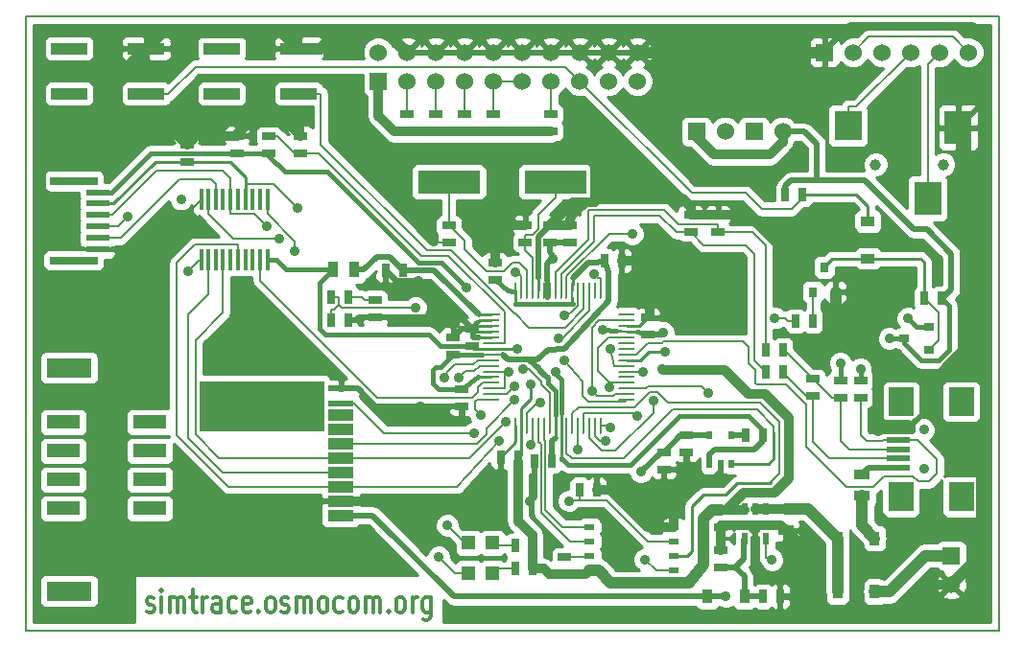
<source format=gtl>
G04 (created by PCBNEW (2013-may-18)-stable) date So 27 Okt 2013 12:43:41 CET*
%MOIN*%
G04 Gerber Fmt 3.4, Leading zero omitted, Abs format*
%FSLAX34Y34*%
G01*
G70*
G90*
G04 APERTURE LIST*
%ADD10C,0.00590551*%
%ADD11C,0.008*%
%ADD12C,0.012*%
%ADD13R,0.025X0.045*%
%ADD14R,0.045X0.025*%
%ADD15R,0.035X0.055*%
%ADD16R,0.055X0.035*%
%ADD17R,0.06X0.0098*%
%ADD18O,0.06X0.0098*%
%ADD19O,0.0098X0.06*%
%ADD20R,0.06X0.06*%
%ADD21C,0.06*%
%ADD22R,0.0315X0.0354*%
%ADD23R,0.0354X0.0315*%
%ADD24R,0.126X0.0394*%
%ADD25C,0.0354*%
%ADD26R,0.0787X0.0197*%
%ADD27R,0.0866X0.0984*%
%ADD28R,0.0906X0.0394*%
%ADD29R,0.0906X0.0197*%
%ADD30R,0.1181X0.0472*%
%ADD31R,0.4331X0.1732*%
%ADD32R,0.1575X0.0669*%
%ADD33R,0.016X0.0748*%
%ADD34R,0.0236X0.0433*%
%ADD35R,0.0379X0.0197*%
%ADD36R,0.0472X0.0472*%
%ADD37R,0.0945X0.1161*%
%ADD38R,0.0945X0.1043*%
%ADD39C,0.0394*%
%ADD40R,0.2165X0.0787*%
%ADD41R,0.0787X0.0236*%
%ADD42R,0.1654X0.0276*%
%ADD43R,0.0358X0.048*%
%ADD44R,0.048X0.0358*%
%ADD45R,0.02X0.03*%
%ADD46C,0.035*%
%ADD47C,0.0197*%
%ADD48C,0.0098*%
%ADD49C,0.016*%
%ADD50C,0.0394*%
%ADD51C,0.032*%
%ADD52C,0.01*%
G04 APERTURE END LIST*
G54D10*
G54D11*
X14450Y-56300D02*
X14450Y-34950D01*
X48250Y-56300D02*
X14450Y-56300D01*
X48250Y-34950D02*
X48250Y-56300D01*
X15250Y-34950D02*
X48250Y-34950D01*
X14450Y-34950D02*
X15250Y-34950D01*
G54D12*
X18657Y-55635D02*
X18714Y-55673D01*
X18828Y-55673D01*
X18885Y-55635D01*
X18914Y-55559D01*
X18914Y-55521D01*
X18885Y-55445D01*
X18828Y-55407D01*
X18742Y-55407D01*
X18685Y-55369D01*
X18657Y-55292D01*
X18657Y-55254D01*
X18685Y-55178D01*
X18742Y-55140D01*
X18828Y-55140D01*
X18885Y-55178D01*
X19171Y-55673D02*
X19171Y-55140D01*
X19171Y-54873D02*
X19142Y-54911D01*
X19171Y-54950D01*
X19200Y-54911D01*
X19171Y-54873D01*
X19171Y-54950D01*
X19457Y-55673D02*
X19457Y-55140D01*
X19457Y-55216D02*
X19485Y-55178D01*
X19542Y-55140D01*
X19628Y-55140D01*
X19685Y-55178D01*
X19714Y-55254D01*
X19714Y-55673D01*
X19714Y-55254D02*
X19742Y-55178D01*
X19800Y-55140D01*
X19885Y-55140D01*
X19942Y-55178D01*
X19971Y-55254D01*
X19971Y-55673D01*
X20171Y-55140D02*
X20400Y-55140D01*
X20257Y-54873D02*
X20257Y-55559D01*
X20285Y-55635D01*
X20342Y-55673D01*
X20400Y-55673D01*
X20600Y-55673D02*
X20600Y-55140D01*
X20600Y-55292D02*
X20628Y-55216D01*
X20657Y-55178D01*
X20714Y-55140D01*
X20771Y-55140D01*
X21228Y-55673D02*
X21228Y-55254D01*
X21200Y-55178D01*
X21142Y-55140D01*
X21028Y-55140D01*
X20971Y-55178D01*
X21228Y-55635D02*
X21171Y-55673D01*
X21028Y-55673D01*
X20971Y-55635D01*
X20942Y-55559D01*
X20942Y-55483D01*
X20971Y-55407D01*
X21028Y-55369D01*
X21171Y-55369D01*
X21228Y-55330D01*
X21771Y-55635D02*
X21714Y-55673D01*
X21600Y-55673D01*
X21542Y-55635D01*
X21514Y-55597D01*
X21485Y-55521D01*
X21485Y-55292D01*
X21514Y-55216D01*
X21542Y-55178D01*
X21600Y-55140D01*
X21714Y-55140D01*
X21771Y-55178D01*
X22257Y-55635D02*
X22200Y-55673D01*
X22085Y-55673D01*
X22028Y-55635D01*
X22000Y-55559D01*
X22000Y-55254D01*
X22028Y-55178D01*
X22085Y-55140D01*
X22200Y-55140D01*
X22257Y-55178D01*
X22285Y-55254D01*
X22285Y-55330D01*
X22000Y-55407D01*
X22542Y-55597D02*
X22571Y-55635D01*
X22542Y-55673D01*
X22514Y-55635D01*
X22542Y-55597D01*
X22542Y-55673D01*
X22914Y-55673D02*
X22857Y-55635D01*
X22828Y-55597D01*
X22800Y-55521D01*
X22800Y-55292D01*
X22828Y-55216D01*
X22857Y-55178D01*
X22914Y-55140D01*
X23000Y-55140D01*
X23057Y-55178D01*
X23085Y-55216D01*
X23114Y-55292D01*
X23114Y-55521D01*
X23085Y-55597D01*
X23057Y-55635D01*
X23000Y-55673D01*
X22914Y-55673D01*
X23342Y-55635D02*
X23400Y-55673D01*
X23514Y-55673D01*
X23571Y-55635D01*
X23600Y-55559D01*
X23600Y-55521D01*
X23571Y-55445D01*
X23514Y-55407D01*
X23428Y-55407D01*
X23371Y-55369D01*
X23342Y-55292D01*
X23342Y-55254D01*
X23371Y-55178D01*
X23428Y-55140D01*
X23514Y-55140D01*
X23571Y-55178D01*
X23857Y-55673D02*
X23857Y-55140D01*
X23857Y-55216D02*
X23885Y-55178D01*
X23942Y-55140D01*
X24028Y-55140D01*
X24085Y-55178D01*
X24114Y-55254D01*
X24114Y-55673D01*
X24114Y-55254D02*
X24142Y-55178D01*
X24200Y-55140D01*
X24285Y-55140D01*
X24342Y-55178D01*
X24371Y-55254D01*
X24371Y-55673D01*
X24742Y-55673D02*
X24685Y-55635D01*
X24657Y-55597D01*
X24628Y-55521D01*
X24628Y-55292D01*
X24657Y-55216D01*
X24685Y-55178D01*
X24742Y-55140D01*
X24828Y-55140D01*
X24885Y-55178D01*
X24914Y-55216D01*
X24942Y-55292D01*
X24942Y-55521D01*
X24914Y-55597D01*
X24885Y-55635D01*
X24828Y-55673D01*
X24742Y-55673D01*
X25457Y-55635D02*
X25400Y-55673D01*
X25285Y-55673D01*
X25228Y-55635D01*
X25200Y-55597D01*
X25171Y-55521D01*
X25171Y-55292D01*
X25200Y-55216D01*
X25228Y-55178D01*
X25285Y-55140D01*
X25400Y-55140D01*
X25457Y-55178D01*
X25800Y-55673D02*
X25742Y-55635D01*
X25714Y-55597D01*
X25685Y-55521D01*
X25685Y-55292D01*
X25714Y-55216D01*
X25742Y-55178D01*
X25800Y-55140D01*
X25885Y-55140D01*
X25942Y-55178D01*
X25971Y-55216D01*
X26000Y-55292D01*
X26000Y-55521D01*
X25971Y-55597D01*
X25942Y-55635D01*
X25885Y-55673D01*
X25800Y-55673D01*
X26257Y-55673D02*
X26257Y-55140D01*
X26257Y-55216D02*
X26285Y-55178D01*
X26342Y-55140D01*
X26428Y-55140D01*
X26485Y-55178D01*
X26514Y-55254D01*
X26514Y-55673D01*
X26514Y-55254D02*
X26542Y-55178D01*
X26600Y-55140D01*
X26685Y-55140D01*
X26742Y-55178D01*
X26771Y-55254D01*
X26771Y-55673D01*
X27057Y-55597D02*
X27085Y-55635D01*
X27057Y-55673D01*
X27028Y-55635D01*
X27057Y-55597D01*
X27057Y-55673D01*
X27428Y-55673D02*
X27371Y-55635D01*
X27342Y-55597D01*
X27314Y-55521D01*
X27314Y-55292D01*
X27342Y-55216D01*
X27371Y-55178D01*
X27428Y-55140D01*
X27514Y-55140D01*
X27571Y-55178D01*
X27600Y-55216D01*
X27628Y-55292D01*
X27628Y-55521D01*
X27600Y-55597D01*
X27571Y-55635D01*
X27514Y-55673D01*
X27428Y-55673D01*
X27885Y-55673D02*
X27885Y-55140D01*
X27885Y-55292D02*
X27914Y-55216D01*
X27942Y-55178D01*
X28000Y-55140D01*
X28057Y-55140D01*
X28514Y-55140D02*
X28514Y-55788D01*
X28485Y-55864D01*
X28457Y-55902D01*
X28400Y-55940D01*
X28314Y-55940D01*
X28257Y-55902D01*
X28514Y-55635D02*
X28457Y-55673D01*
X28342Y-55673D01*
X28285Y-55635D01*
X28257Y-55597D01*
X28228Y-55521D01*
X28228Y-55292D01*
X28257Y-55216D01*
X28285Y-55178D01*
X28342Y-55140D01*
X28457Y-55140D01*
X28514Y-55178D01*
G54D13*
X33687Y-51400D03*
X34287Y-51400D03*
X41795Y-45537D03*
X41195Y-45537D03*
X32050Y-53350D03*
X31450Y-53350D03*
X32050Y-54150D03*
X31450Y-54150D03*
X40841Y-41141D03*
X41441Y-41141D03*
X25050Y-44700D03*
X25650Y-44700D03*
X40150Y-46550D03*
X40750Y-46550D03*
X40150Y-47300D03*
X40750Y-47300D03*
G54D14*
X32700Y-38350D03*
X32700Y-38950D03*
X30700Y-38350D03*
X30700Y-38950D03*
X29700Y-38350D03*
X29700Y-38950D03*
X28700Y-38350D03*
X28700Y-38950D03*
X27700Y-38350D03*
X27700Y-38950D03*
X42750Y-48200D03*
X42750Y-47600D03*
X43450Y-48200D03*
X43450Y-47600D03*
G54D13*
X46250Y-44750D03*
X45650Y-44750D03*
X27551Y-43763D03*
X26951Y-43763D03*
G54D14*
X38600Y-52100D03*
X38600Y-52700D03*
X38600Y-54100D03*
X38600Y-53500D03*
G54D13*
X34550Y-43450D03*
X35150Y-43450D03*
X32725Y-50400D03*
X32125Y-50400D03*
G54D14*
X29150Y-42200D03*
X29150Y-42800D03*
X31800Y-42800D03*
X31800Y-42200D03*
X29600Y-47900D03*
X29600Y-48500D03*
X30750Y-44100D03*
X30750Y-43500D03*
X38500Y-42450D03*
X38500Y-41850D03*
X29300Y-46700D03*
X29300Y-46100D03*
X37550Y-42450D03*
X37550Y-41850D03*
G54D13*
X25650Y-45500D03*
X25050Y-45500D03*
G54D14*
X33350Y-42800D03*
X33350Y-42200D03*
X36050Y-46025D03*
X36050Y-45425D03*
X26600Y-45400D03*
X26600Y-44800D03*
X41800Y-48150D03*
X41800Y-47550D03*
G54D13*
X31550Y-50275D03*
X30950Y-50275D03*
G54D14*
X32647Y-42804D03*
X32647Y-42204D03*
X29950Y-46400D03*
X29950Y-45800D03*
G54D15*
X25870Y-43753D03*
X25120Y-43753D03*
G54D16*
X43500Y-50875D03*
X43500Y-51625D03*
G54D17*
X30639Y-45324D03*
G54D18*
X30639Y-45521D03*
X30639Y-45718D03*
X30639Y-45915D03*
X30639Y-46112D03*
X30639Y-46308D03*
X30639Y-46505D03*
X30639Y-46702D03*
X30639Y-46899D03*
X30639Y-47096D03*
X30639Y-47293D03*
X30639Y-47489D03*
X30639Y-47686D03*
X30639Y-47883D03*
X30639Y-48080D03*
X30639Y-48277D03*
G54D19*
X31474Y-49175D03*
X31671Y-49175D03*
X31868Y-49175D03*
X32065Y-49175D03*
X32262Y-49175D03*
X32458Y-49175D03*
X32655Y-49175D03*
X32852Y-49175D03*
X33049Y-49175D03*
X33246Y-49175D03*
X33443Y-49175D03*
X33639Y-49175D03*
X33836Y-49175D03*
X34033Y-49175D03*
X34230Y-49175D03*
X34427Y-49175D03*
G54D18*
X35325Y-48277D03*
X35325Y-48080D03*
X35325Y-47883D03*
X35325Y-47686D03*
X35325Y-47489D03*
X35325Y-47293D03*
X35325Y-47096D03*
X35325Y-46899D03*
X35325Y-46702D03*
X35325Y-46505D03*
X35325Y-46308D03*
X35325Y-46112D03*
X35325Y-45915D03*
X35325Y-45718D03*
X35325Y-45521D03*
X35325Y-45324D03*
G54D19*
X34427Y-44489D03*
X34230Y-44489D03*
X33836Y-44489D03*
X34033Y-44482D03*
X33639Y-44489D03*
X33443Y-44489D03*
X33246Y-44489D03*
X33049Y-44489D03*
X32852Y-44489D03*
X32655Y-44489D03*
X32461Y-44489D03*
X32264Y-44489D03*
X32067Y-44489D03*
X31870Y-44489D03*
X31674Y-44489D03*
X31477Y-44489D03*
G54D20*
X42200Y-36200D03*
G54D21*
X43200Y-36200D03*
X44200Y-36200D03*
X45200Y-36200D03*
X46200Y-36200D03*
X47200Y-36200D03*
G54D22*
X41806Y-44533D03*
X42594Y-44533D03*
X42200Y-43667D03*
G54D23*
X45833Y-46544D03*
X45833Y-45756D03*
X44967Y-46150D03*
G54D24*
X18639Y-36063D03*
X18639Y-37637D03*
X15961Y-37637D03*
X15961Y-36063D03*
X23939Y-36063D03*
X23939Y-37637D03*
X21261Y-37637D03*
X21261Y-36063D03*
G54D25*
X45650Y-50689D03*
X45650Y-49311D03*
G54D26*
X44764Y-50315D03*
X44764Y-50000D03*
X44764Y-49685D03*
X44764Y-49370D03*
X44764Y-50630D03*
G54D27*
X44863Y-51654D03*
X44863Y-48346D03*
X46949Y-51654D03*
X46949Y-48346D03*
G54D28*
X25403Y-52294D03*
X25403Y-51794D03*
X25403Y-50794D03*
X25403Y-51294D03*
X25403Y-50294D03*
X25403Y-49794D03*
X25403Y-49294D03*
X25403Y-48794D03*
G54D29*
X25403Y-48400D03*
X25403Y-47889D03*
G54D30*
X15757Y-51050D03*
X15757Y-49050D03*
X15757Y-50050D03*
X15757Y-52050D03*
X18757Y-52050D03*
X18757Y-51050D03*
X18757Y-50050D03*
X18757Y-49050D03*
G54D31*
X22659Y-48503D03*
G54D32*
X15954Y-47172D03*
X15954Y-54928D03*
G54D33*
X22850Y-41300D03*
X22600Y-41300D03*
X22340Y-41300D03*
X22080Y-41300D03*
X21830Y-41300D03*
X21570Y-41300D03*
X21310Y-41300D03*
X21060Y-41300D03*
X20800Y-41300D03*
X20550Y-41300D03*
X20550Y-43400D03*
X20800Y-43400D03*
X21060Y-43400D03*
X21310Y-43400D03*
X21570Y-43400D03*
X21830Y-43400D03*
X22080Y-43400D03*
X22340Y-43400D03*
X22600Y-43400D03*
X22850Y-43400D03*
G54D13*
X40050Y-49500D03*
X39450Y-49500D03*
G54D14*
X24000Y-39100D03*
X24000Y-39700D03*
X22900Y-39700D03*
X22900Y-39100D03*
X21800Y-39100D03*
X21800Y-39700D03*
X37401Y-49503D03*
X37401Y-50103D03*
G54D34*
X39426Y-53112D03*
X39800Y-53112D03*
X40174Y-53112D03*
X39426Y-52088D03*
X39800Y-52088D03*
X40174Y-52088D03*
G54D20*
X46600Y-53700D03*
G54D21*
X46600Y-54700D03*
G54D35*
X36955Y-52700D03*
X36955Y-54200D03*
X36955Y-53700D03*
X36955Y-53200D03*
X34045Y-54200D03*
X34045Y-53700D03*
X34046Y-53200D03*
X34045Y-52700D03*
G54D36*
X30663Y-53250D03*
X29837Y-53250D03*
X30663Y-54300D03*
X29837Y-54300D03*
G54D20*
X26700Y-37200D03*
G54D21*
X26700Y-36200D03*
X27700Y-37200D03*
X27700Y-36200D03*
X28700Y-37200D03*
X28700Y-36200D03*
X29700Y-37200D03*
X29700Y-36200D03*
X30700Y-37200D03*
X30700Y-36200D03*
X31700Y-37200D03*
X31700Y-36200D03*
X32700Y-37200D03*
X32700Y-36200D03*
X33700Y-37200D03*
X33700Y-36200D03*
X34700Y-37200D03*
X34700Y-36200D03*
X35700Y-37200D03*
X35700Y-36200D03*
G54D20*
X37750Y-38950D03*
G54D21*
X38750Y-38950D03*
G54D20*
X39750Y-38950D03*
G54D21*
X40750Y-38950D03*
G54D37*
X46843Y-38811D03*
X45780Y-41281D03*
G54D38*
X43024Y-38752D03*
G54D39*
X46331Y-40100D03*
X43969Y-40100D03*
G54D40*
X32850Y-40700D03*
X29150Y-40700D03*
G54D14*
X33178Y-53736D03*
X33178Y-54336D03*
G54D41*
X16947Y-41066D03*
X16947Y-41459D03*
X16947Y-41853D03*
X16947Y-42247D03*
X16947Y-42641D03*
X16947Y-43034D03*
G54D42*
X16120Y-40672D03*
X16120Y-43428D03*
G54D16*
X40850Y-52075D03*
X40850Y-52825D03*
G54D14*
X20050Y-39400D03*
X20050Y-40000D03*
G54D43*
X39424Y-55118D03*
X38134Y-55118D03*
G54D13*
X40054Y-55118D03*
X40654Y-55118D03*
G54D14*
X36614Y-50093D03*
X36614Y-50693D03*
G54D44*
X43700Y-43361D03*
X43700Y-42071D03*
G54D43*
X43945Y-53100D03*
X42655Y-53100D03*
X43945Y-54950D03*
X42655Y-54950D03*
G54D45*
X38207Y-50500D03*
X38957Y-50500D03*
X38207Y-49500D03*
X38582Y-50500D03*
X38957Y-49500D03*
G54D46*
X19850Y-41300D03*
X34750Y-46500D03*
X35910Y-47293D03*
X31421Y-47811D03*
X22816Y-42245D03*
X34737Y-47832D03*
X31131Y-49039D03*
X33639Y-50003D03*
X35965Y-53828D03*
X36268Y-48322D03*
X35682Y-48858D03*
X18000Y-41900D03*
X31217Y-47293D03*
X20100Y-43800D03*
X23261Y-42681D03*
X34128Y-47979D03*
X31426Y-48290D03*
X29100Y-52650D03*
X29500Y-47500D03*
X29000Y-47500D03*
X28800Y-53750D03*
X31733Y-47209D03*
X23892Y-41603D03*
X30900Y-49700D03*
X34764Y-49247D03*
X30250Y-48800D03*
X23802Y-43110D03*
X40375Y-53850D03*
X38147Y-48037D03*
X34597Y-49724D03*
X30013Y-49446D03*
X33150Y-45350D03*
X33150Y-46900D03*
X34193Y-43899D03*
X36650Y-46600D03*
X32950Y-46150D03*
X32850Y-47300D03*
X29777Y-44364D03*
X38779Y-55118D03*
X35826Y-50787D03*
X33332Y-51799D03*
X32000Y-49850D03*
X36550Y-47200D03*
X31986Y-47726D03*
X44450Y-46150D03*
X32772Y-43374D03*
X31514Y-46505D03*
X43450Y-47200D03*
X34500Y-45850D03*
X36600Y-45950D03*
X30500Y-51800D03*
X29450Y-49050D03*
X31975Y-51825D03*
X35300Y-41257D03*
X28150Y-48500D03*
X47100Y-40450D03*
X25600Y-35500D03*
X27400Y-39850D03*
X15700Y-42400D03*
X33599Y-39803D03*
X31250Y-42050D03*
X28093Y-44156D03*
X40600Y-42850D03*
X36950Y-52075D03*
X38650Y-45250D03*
X28618Y-42765D03*
X36150Y-43450D03*
X18650Y-43050D03*
X42750Y-47000D03*
X45100Y-45450D03*
X32321Y-48367D03*
X40475Y-45434D03*
X35524Y-42509D03*
X27997Y-45069D03*
X31450Y-43850D03*
G54D47*
X32725Y-50400D02*
X32725Y-49725D01*
X32725Y-49725D02*
X32852Y-49598D01*
G54D48*
X32852Y-49175D02*
X32852Y-49598D01*
X32852Y-49598D02*
X32850Y-49600D01*
G54D49*
X31189Y-44489D02*
X31400Y-44500D01*
G54D48*
X31477Y-44489D02*
X31450Y-44950D01*
G54D47*
X31950Y-46880D02*
X32443Y-47373D01*
X34012Y-43525D02*
X33478Y-44059D01*
G54D11*
X31400Y-44500D02*
X31477Y-44489D01*
X33450Y-44100D02*
X33478Y-44103D01*
X33443Y-44932D02*
X33450Y-44950D01*
G54D47*
X32281Y-47210D02*
X31932Y-46862D01*
G54D48*
X33443Y-44710D02*
X33443Y-44932D01*
G54D11*
X33478Y-44103D02*
X34054Y-43527D01*
G54D49*
X30750Y-44100D02*
X30750Y-44100D01*
X29300Y-46700D02*
X30300Y-46700D01*
X28850Y-47150D02*
X29300Y-46700D01*
X29600Y-47900D02*
X29600Y-47900D01*
G54D11*
X30639Y-46702D02*
X30639Y-46702D01*
G54D47*
X34275Y-43525D02*
X34550Y-43450D01*
X34700Y-43850D02*
X34700Y-44850D01*
G54D11*
X30639Y-46702D02*
X30300Y-46700D01*
G54D47*
X32600Y-46550D02*
X32238Y-46862D01*
G54D11*
X34550Y-43450D02*
X34275Y-43525D01*
G54D49*
X30750Y-44100D02*
X31189Y-44489D01*
G54D48*
X33443Y-44489D02*
X33450Y-44100D01*
G54D49*
X34275Y-43525D02*
X34550Y-43450D01*
X28850Y-47150D02*
X28700Y-47150D01*
G54D47*
X34251Y-45299D02*
X33150Y-46500D01*
G54D11*
X33443Y-44710D02*
X33443Y-44489D01*
X34054Y-43527D02*
X34550Y-43450D01*
G54D49*
X33450Y-44950D02*
X31450Y-44950D01*
G54D11*
X34550Y-43450D02*
X34550Y-43450D01*
G54D49*
X28600Y-47700D02*
X28800Y-47900D01*
X28600Y-47250D02*
X28600Y-47700D01*
G54D48*
X32852Y-49175D02*
X32852Y-48800D01*
G54D47*
X32238Y-46862D02*
X31950Y-46862D01*
G54D11*
X29600Y-47900D02*
X29600Y-47900D01*
G54D47*
X31932Y-46862D02*
X31200Y-46862D01*
G54D11*
X31040Y-46702D02*
X30639Y-46702D01*
X32443Y-47373D02*
X32281Y-47210D01*
G54D47*
X31200Y-46862D02*
X31040Y-46702D01*
G54D48*
X30639Y-47489D02*
X30147Y-47489D01*
G54D49*
X30147Y-47489D02*
X29600Y-47900D01*
X28700Y-47150D02*
X28600Y-47250D01*
G54D47*
X34550Y-43450D02*
X34700Y-43850D01*
G54D49*
X32443Y-47398D02*
X32443Y-47373D01*
X32852Y-47968D02*
X32581Y-47697D01*
X31950Y-46862D02*
X31932Y-46862D01*
X32852Y-48800D02*
X32852Y-47968D01*
G54D47*
X32581Y-47511D02*
X32443Y-47373D01*
X34700Y-44850D02*
X34251Y-45299D01*
G54D49*
X29600Y-47900D02*
X29600Y-47900D01*
G54D47*
X34275Y-43525D02*
X34012Y-43525D01*
X33150Y-46500D02*
X32600Y-46550D01*
G54D49*
X32581Y-47697D02*
X32581Y-47511D01*
X31950Y-46862D02*
X31950Y-46880D01*
X28850Y-47150D02*
X29300Y-46700D01*
X28800Y-47900D02*
X29600Y-47900D01*
X32443Y-47373D02*
X32443Y-47398D01*
G54D48*
X41441Y-41141D02*
X43307Y-41141D01*
X43307Y-41141D02*
X43700Y-41535D01*
G54D11*
X39465Y-41084D02*
X40017Y-41636D01*
X37584Y-41084D02*
X39465Y-41084D01*
X41073Y-41636D02*
X41442Y-41267D01*
X40017Y-41636D02*
X41073Y-41636D01*
X33700Y-37200D02*
X37584Y-41084D01*
X19412Y-37637D02*
X20349Y-36700D01*
X18639Y-37637D02*
X19412Y-37637D01*
X20349Y-36700D02*
X33200Y-36700D01*
X35325Y-47096D02*
X34882Y-47096D01*
X34882Y-47096D02*
X34750Y-46500D01*
X33200Y-36700D02*
X33700Y-37200D01*
G54D48*
X43700Y-41535D02*
X43700Y-42071D01*
G54D11*
X36050Y-46300D02*
X36550Y-46300D01*
X40850Y-47750D02*
X41550Y-48450D01*
X39800Y-47250D02*
X39800Y-47700D01*
X39350Y-46250D02*
X39550Y-46450D01*
X46100Y-50350D02*
X45435Y-49685D01*
X43450Y-48200D02*
X43450Y-49500D01*
X39550Y-46450D02*
X39550Y-47000D01*
X43650Y-49700D02*
X44764Y-49685D01*
X43900Y-51300D02*
X44250Y-50950D01*
X41550Y-49900D02*
X42950Y-51300D01*
X45825Y-51125D02*
X46100Y-50850D01*
X45450Y-51125D02*
X45825Y-51125D01*
X45275Y-50950D02*
X45450Y-51125D01*
X35325Y-46702D02*
X35648Y-46702D01*
X46100Y-50850D02*
X46100Y-50350D01*
X41550Y-48450D02*
X41550Y-49900D01*
X36550Y-46300D02*
X36600Y-46250D01*
X36600Y-46250D02*
X39350Y-46250D01*
X45435Y-49685D02*
X44764Y-49685D01*
X39550Y-47000D02*
X39800Y-47250D01*
X44250Y-50950D02*
X45275Y-50950D01*
X39850Y-47750D02*
X40850Y-47750D01*
X39800Y-47700D02*
X39850Y-47750D01*
X42950Y-51300D02*
X43900Y-51300D01*
X35648Y-46702D02*
X36050Y-46300D01*
X43450Y-49500D02*
X43650Y-49700D01*
X29239Y-43089D02*
X28391Y-43089D01*
X28391Y-43089D02*
X24712Y-39410D01*
X31932Y-45767D02*
X31456Y-45291D01*
X33836Y-44489D02*
X33836Y-45122D01*
X31441Y-45291D02*
X29239Y-43089D01*
X33836Y-45122D02*
X33191Y-45767D01*
X33191Y-45767D02*
X31932Y-45767D01*
X23939Y-37637D02*
X24712Y-37637D01*
X31456Y-45291D02*
X31441Y-45291D01*
X24712Y-39410D02*
X24712Y-37637D01*
X22388Y-41817D02*
X22816Y-42245D01*
X21570Y-40570D02*
X21570Y-41300D01*
X17447Y-41853D02*
X19000Y-40300D01*
X21570Y-41817D02*
X22388Y-41817D01*
X19000Y-40300D02*
X21300Y-40300D01*
X35325Y-47293D02*
X35910Y-47293D01*
X31152Y-48080D02*
X30639Y-48080D01*
X31421Y-47811D02*
X31152Y-48080D01*
X21300Y-40300D02*
X21570Y-40570D01*
X16947Y-41853D02*
X17447Y-41853D01*
X21570Y-41300D02*
X21570Y-41817D01*
X20349Y-46201D02*
X20349Y-49491D01*
X34323Y-46477D02*
X34688Y-46112D01*
X34742Y-47686D02*
X34323Y-47267D01*
X31131Y-49039D02*
X29876Y-50294D01*
X34742Y-47686D02*
X34742Y-47827D01*
X21152Y-50294D02*
X25403Y-50294D01*
X34742Y-47686D02*
X35325Y-47686D01*
X35325Y-46112D02*
X34688Y-46112D01*
X29876Y-50294D02*
X25403Y-50294D01*
X20349Y-49491D02*
X21152Y-50294D01*
X34323Y-47267D02*
X34323Y-46477D01*
X34742Y-47827D02*
X34737Y-47832D01*
X21310Y-43400D02*
X21310Y-45240D01*
X21310Y-45240D02*
X20349Y-46201D01*
X33639Y-49175D02*
X33639Y-50003D01*
X35965Y-53828D02*
X36349Y-54212D01*
X36349Y-54212D02*
X36483Y-54212D01*
X36483Y-54212D02*
X36943Y-54212D01*
X36943Y-54212D02*
X36955Y-54200D01*
X34180Y-41896D02*
X34202Y-41874D01*
X37050Y-42450D02*
X37550Y-42450D01*
X38000Y-42900D02*
X39450Y-42900D01*
X37550Y-42450D02*
X38000Y-42900D01*
X39750Y-43200D02*
X39750Y-46900D01*
X34180Y-42782D02*
X34180Y-41896D01*
X36474Y-41874D02*
X37050Y-42450D01*
X39450Y-42900D02*
X39750Y-43200D01*
X33049Y-43913D02*
X34180Y-42782D01*
X39750Y-46900D02*
X40150Y-47300D01*
X34202Y-41874D02*
X36474Y-41874D01*
X33049Y-44489D02*
X33049Y-43913D01*
X38500Y-42182D02*
X37132Y-42182D01*
X37132Y-42182D02*
X36641Y-41691D01*
X39700Y-42450D02*
X40150Y-42900D01*
X34009Y-41691D02*
X33997Y-41703D01*
X38500Y-42450D02*
X39700Y-42450D01*
X33997Y-41703D02*
X33997Y-42706D01*
X33997Y-42706D02*
X32852Y-43851D01*
X38500Y-42450D02*
X38500Y-42182D01*
X36641Y-41691D02*
X34009Y-41691D01*
X32852Y-43851D02*
X32852Y-44489D01*
X40150Y-42900D02*
X40150Y-46550D01*
X34472Y-50057D02*
X34943Y-50057D01*
X34033Y-49175D02*
X34033Y-49618D01*
X36268Y-48732D02*
X36268Y-48322D01*
X43312Y-38088D02*
X45200Y-36200D01*
X34033Y-49618D02*
X34472Y-50057D01*
X34943Y-50057D02*
X36268Y-48732D01*
X43024Y-38088D02*
X43312Y-38088D01*
X43024Y-38752D02*
X43024Y-38088D01*
X33836Y-49175D02*
X33836Y-48749D01*
X33836Y-48749D02*
X33858Y-48727D01*
X45780Y-36620D02*
X46200Y-36200D01*
X45780Y-41281D02*
X45780Y-36620D01*
X33858Y-48727D02*
X35551Y-48727D01*
X35551Y-48727D02*
X35682Y-48858D01*
X30639Y-47883D02*
X31082Y-47883D01*
X16947Y-42247D02*
X17653Y-42247D01*
X31082Y-47293D02*
X31082Y-47883D01*
X20550Y-43400D02*
X20500Y-43400D01*
X31082Y-47293D02*
X31217Y-47293D01*
X17653Y-42247D02*
X18000Y-41900D01*
X20500Y-43400D02*
X20100Y-43800D01*
X30639Y-47293D02*
X31082Y-47293D01*
X34379Y-45521D02*
X34128Y-45772D01*
X35325Y-45521D02*
X34379Y-45521D01*
X31426Y-48290D02*
X30447Y-49269D01*
X30116Y-49794D02*
X25999Y-49794D01*
X25403Y-49794D02*
X25999Y-49794D01*
X30447Y-49463D02*
X30116Y-49794D01*
X20800Y-41300D02*
X20800Y-41817D01*
X34128Y-47979D02*
X34302Y-48153D01*
X30447Y-49269D02*
X30447Y-49463D01*
X34872Y-48153D02*
X34945Y-48080D01*
X20800Y-41817D02*
X21664Y-42681D01*
X34128Y-45772D02*
X34128Y-47979D01*
X21664Y-42681D02*
X23261Y-42681D01*
X34302Y-48153D02*
X34872Y-48153D01*
X34945Y-48080D02*
X35325Y-48080D01*
X22600Y-43400D02*
X22600Y-44150D01*
X30314Y-47686D02*
X30639Y-47686D01*
X30150Y-48000D02*
X30150Y-47850D01*
X30150Y-47850D02*
X30314Y-47686D01*
X29950Y-48200D02*
X30150Y-48000D01*
X26650Y-48200D02*
X29950Y-48200D01*
X22600Y-44150D02*
X26650Y-48200D01*
X29837Y-53250D02*
X29700Y-53250D01*
X29700Y-53250D02*
X29100Y-52650D01*
X30225Y-47096D02*
X30639Y-47096D01*
X30035Y-47286D02*
X30225Y-47096D01*
X29500Y-47500D02*
X29714Y-47286D01*
X29714Y-47286D02*
X30035Y-47286D01*
X29837Y-54300D02*
X29350Y-54300D01*
X29350Y-54300D02*
X28800Y-53750D01*
X29350Y-54300D02*
X28800Y-53750D01*
X29100Y-47300D02*
X29000Y-47500D01*
X29348Y-47052D02*
X29100Y-47300D01*
X30003Y-47052D02*
X30156Y-46899D01*
X30003Y-47052D02*
X29348Y-47052D01*
X30156Y-46899D02*
X30639Y-46899D01*
G54D48*
X37598Y-51968D02*
X37992Y-51574D01*
X37441Y-53700D02*
X37598Y-53543D01*
X37598Y-53543D02*
X37598Y-51968D01*
G54D11*
X33443Y-49175D02*
X33443Y-48742D01*
X35606Y-48535D02*
X36137Y-48004D01*
X36137Y-48004D02*
X36401Y-48004D01*
X33443Y-48742D02*
X33650Y-48535D01*
X33650Y-48535D02*
X35606Y-48535D01*
X40640Y-49300D02*
X40640Y-49040D01*
X40346Y-51150D02*
X40640Y-50856D01*
X40640Y-49300D02*
X40640Y-50856D01*
X36401Y-48004D02*
X36765Y-48368D01*
X40640Y-49040D02*
X39968Y-48368D01*
X39968Y-48368D02*
X36765Y-48368D01*
G54D48*
X37441Y-53700D02*
X36955Y-53700D01*
X40314Y-51181D02*
X40346Y-51150D01*
X39173Y-51181D02*
X40314Y-51181D01*
X38779Y-51574D02*
X39173Y-51181D01*
X37992Y-51574D02*
X38779Y-51574D01*
G54D11*
X33100Y-52700D02*
X34045Y-52700D01*
X32458Y-49658D02*
X32500Y-49750D01*
X32500Y-52100D02*
X33100Y-52700D01*
X32500Y-50250D02*
X32500Y-51600D01*
X32458Y-49175D02*
X32458Y-49658D01*
X32500Y-49750D02*
X32500Y-50250D01*
X32500Y-51600D02*
X32500Y-52100D01*
G54D48*
X20050Y-40000D02*
X21550Y-40000D01*
X22080Y-40530D02*
X22080Y-41300D01*
X21550Y-40000D02*
X22080Y-40530D01*
X16947Y-41459D02*
X17491Y-41459D01*
X18950Y-40000D02*
X20050Y-40000D01*
X17491Y-41459D02*
X18950Y-40000D01*
G54D11*
X31940Y-47209D02*
X31733Y-47209D01*
X22080Y-41300D02*
X22080Y-40792D01*
X23892Y-41603D02*
X23071Y-40782D01*
X32365Y-47742D02*
X32365Y-47634D01*
X32365Y-47634D02*
X31940Y-47209D01*
X22090Y-40782D02*
X22080Y-40792D01*
X32655Y-49175D02*
X32655Y-48032D01*
X23071Y-40782D02*
X22090Y-40782D01*
X32655Y-48032D02*
X32365Y-47742D01*
X25403Y-51294D02*
X29443Y-51294D01*
X25403Y-51294D02*
X21494Y-51294D01*
X34427Y-49175D02*
X34692Y-49175D01*
X19700Y-43523D02*
X20340Y-42883D01*
X29443Y-51294D02*
X30900Y-49700D01*
X21494Y-51294D02*
X19700Y-49500D01*
X19700Y-49500D02*
X19700Y-43523D01*
X21830Y-43400D02*
X21830Y-42883D01*
X21830Y-42883D02*
X20340Y-42883D01*
X34692Y-49175D02*
X34764Y-49247D01*
X32262Y-49175D02*
X32262Y-49737D01*
X34025Y-53200D02*
X34046Y-53200D01*
X33350Y-53200D02*
X34025Y-53200D01*
X32350Y-52200D02*
X33350Y-53200D01*
X32350Y-49825D02*
X32350Y-52200D01*
X32262Y-49737D02*
X32350Y-49825D01*
X30639Y-48277D02*
X30123Y-48277D01*
X30050Y-48600D02*
X30250Y-48800D01*
X30050Y-48350D02*
X30050Y-48600D01*
X30123Y-48277D02*
X30050Y-48350D01*
X22850Y-41817D02*
X23801Y-42768D01*
X23801Y-43110D02*
X23802Y-43110D01*
X22850Y-41300D02*
X22850Y-41817D01*
X23801Y-42768D02*
X23801Y-43110D01*
X40174Y-53774D02*
X40375Y-53850D01*
X37931Y-47821D02*
X36059Y-47821D01*
X40174Y-53112D02*
X40174Y-53774D01*
X35997Y-47883D02*
X35325Y-47883D01*
X38147Y-48037D02*
X37931Y-47821D01*
X36059Y-47821D02*
X35997Y-47883D01*
X34230Y-49554D02*
X34400Y-49724D01*
X25403Y-48400D02*
X25861Y-48400D01*
X34400Y-49724D02*
X34597Y-49724D01*
X26907Y-49446D02*
X30013Y-49446D01*
X25861Y-48400D02*
X26907Y-49446D01*
X34230Y-49175D02*
X34230Y-49554D01*
X33407Y-45257D02*
X33150Y-45350D01*
X31700Y-37200D02*
X30700Y-37200D01*
X33639Y-44489D02*
X33639Y-45025D01*
X33639Y-45025D02*
X33407Y-45257D01*
X30700Y-37200D02*
X30700Y-38350D01*
X28700Y-37200D02*
X28700Y-38350D01*
X33995Y-48337D02*
X33809Y-48151D01*
X35325Y-48277D02*
X35265Y-48337D01*
X35265Y-48337D02*
X33995Y-48337D01*
X33809Y-48151D02*
X33809Y-47657D01*
X33809Y-47657D02*
X33150Y-46900D01*
X32700Y-38350D02*
X32700Y-37200D01*
X34340Y-44046D02*
X34193Y-43899D01*
X34427Y-44489D02*
X34427Y-44046D01*
X34427Y-44046D02*
X34340Y-44046D01*
G54D48*
X35325Y-46899D02*
X35801Y-46899D01*
X36100Y-46600D02*
X36650Y-46600D01*
X35801Y-46899D02*
X36100Y-46600D01*
G54D11*
X33100Y-46150D02*
X34033Y-45185D01*
X34033Y-45185D02*
X34033Y-44482D01*
X32950Y-46150D02*
X33100Y-46150D01*
X29700Y-37200D02*
X29700Y-38350D01*
G54D48*
X43700Y-43361D02*
X42465Y-43361D01*
X43700Y-43361D02*
X45526Y-43361D01*
X45526Y-43361D02*
X45650Y-43484D01*
X42200Y-43626D02*
X42200Y-43667D01*
X42465Y-43361D02*
X42200Y-43626D01*
X45650Y-43484D02*
X45650Y-44750D01*
G54D11*
X45833Y-46544D02*
X46154Y-46223D01*
X46154Y-46223D02*
X46154Y-45254D01*
X46154Y-45254D02*
X45650Y-44750D01*
G54D50*
X43500Y-51625D02*
X43500Y-52655D01*
X43500Y-52655D02*
X43945Y-53100D01*
G54D48*
X40444Y-49400D02*
X40444Y-50304D01*
G54D11*
X33246Y-49175D02*
X33246Y-50145D01*
X33422Y-50321D02*
X35218Y-50321D01*
X40444Y-49194D02*
X39850Y-48600D01*
X36939Y-48600D02*
X35218Y-50321D01*
X39850Y-48600D02*
X36939Y-48600D01*
X33246Y-50145D02*
X33422Y-50321D01*
X40444Y-49400D02*
X40444Y-49194D01*
G54D48*
X40248Y-50500D02*
X38957Y-50500D01*
X40444Y-50304D02*
X40248Y-50500D01*
G54D47*
X40050Y-49500D02*
X40050Y-49713D01*
X38207Y-50178D02*
X38207Y-50500D01*
X38385Y-50000D02*
X38207Y-50178D01*
X39763Y-50000D02*
X38385Y-50000D01*
X40050Y-49713D02*
X39763Y-50000D01*
G54D49*
X16947Y-41066D02*
X17434Y-41066D01*
X33074Y-47574D02*
X33074Y-48755D01*
X24946Y-40350D02*
X28090Y-43494D01*
G54D11*
X33049Y-50315D02*
X33074Y-50340D01*
G54D49*
X40050Y-49350D02*
X39550Y-48850D01*
X23450Y-40350D02*
X24946Y-40350D01*
X22900Y-39700D02*
X22900Y-39800D01*
X22900Y-39800D02*
X23450Y-40350D01*
X40050Y-49500D02*
X40050Y-49350D01*
X35450Y-50550D02*
X33309Y-50550D01*
X37150Y-48850D02*
X35450Y-50550D01*
X28090Y-43494D02*
X28907Y-43494D01*
G54D11*
X33049Y-49175D02*
X33049Y-48755D01*
G54D49*
X21800Y-39700D02*
X22900Y-39700D01*
G54D11*
X33049Y-48780D02*
X33074Y-48755D01*
G54D49*
X32935Y-47435D02*
X33074Y-47574D01*
X18800Y-39700D02*
X21800Y-39700D01*
X33074Y-50315D02*
X33074Y-50340D01*
G54D48*
X33049Y-49175D02*
X33049Y-50315D01*
G54D49*
X33309Y-50550D02*
X33074Y-50315D01*
X39550Y-48850D02*
X37150Y-48850D01*
X17434Y-41066D02*
X18800Y-39700D01*
X32850Y-47300D02*
X32935Y-47435D01*
X28907Y-43494D02*
X29777Y-44364D01*
G54D48*
X33049Y-49175D02*
X33049Y-48780D01*
G54D47*
X36614Y-50093D02*
X36520Y-50093D01*
X38779Y-55118D02*
X38134Y-55118D01*
X36520Y-50093D02*
X35826Y-50787D01*
X37401Y-49503D02*
X37204Y-49503D01*
X37204Y-49503D02*
X36614Y-50093D01*
X38207Y-49500D02*
X37404Y-49500D01*
X37404Y-49500D02*
X37401Y-49503D01*
X25403Y-52294D02*
X26506Y-52294D01*
X26506Y-52294D02*
X29330Y-55118D01*
X29330Y-55118D02*
X38134Y-55118D01*
G54D11*
X19800Y-40600D02*
X20900Y-40600D01*
X20900Y-40600D02*
X21060Y-40760D01*
X16947Y-42641D02*
X17759Y-42641D01*
X21060Y-40760D02*
X21060Y-41300D01*
X17759Y-42641D02*
X19800Y-40600D01*
X20100Y-49600D02*
X21294Y-50794D01*
X20800Y-44600D02*
X20100Y-45300D01*
X21294Y-50794D02*
X25403Y-50794D01*
X20800Y-43400D02*
X20800Y-44600D01*
X20100Y-45300D02*
X20100Y-49600D01*
X36483Y-53212D02*
X36077Y-53212D01*
X33687Y-51400D02*
X33687Y-51768D01*
X32065Y-49175D02*
X32050Y-49800D01*
X36943Y-53212D02*
X36955Y-53200D01*
X32050Y-49800D02*
X32000Y-49850D01*
X33332Y-51799D02*
X33363Y-51768D01*
X33687Y-51768D02*
X34633Y-51768D01*
X36483Y-53212D02*
X36943Y-53212D01*
X33363Y-51768D02*
X33687Y-51768D01*
X36077Y-53212D02*
X34633Y-51768D01*
G54D47*
X40750Y-38950D02*
X41509Y-38950D01*
X41929Y-39370D02*
X41929Y-40659D01*
X41509Y-38950D02*
X41929Y-39370D01*
G54D51*
X37750Y-38950D02*
X37750Y-39150D01*
X40750Y-39300D02*
X40750Y-38950D01*
X40300Y-39750D02*
X40750Y-39300D01*
X38350Y-39750D02*
X40300Y-39750D01*
X37750Y-39150D02*
X38350Y-39750D01*
X39400Y-51500D02*
X38800Y-52100D01*
G54D48*
X35900Y-45915D02*
X35325Y-45915D01*
G54D49*
X24850Y-46000D02*
X24650Y-45800D01*
G54D47*
X33350Y-42800D02*
X32651Y-42800D01*
G54D51*
X38734Y-47250D02*
X39550Y-48066D01*
G54D47*
X40842Y-40858D02*
X40842Y-41267D01*
X41041Y-40659D02*
X40842Y-40858D01*
X41900Y-40659D02*
X41041Y-40659D01*
X41929Y-40659D02*
X41900Y-40659D01*
X42000Y-40659D02*
X41929Y-40659D01*
X46300Y-44750D02*
X46600Y-44450D01*
X46250Y-44750D02*
X46300Y-44750D01*
X43609Y-40659D02*
X42000Y-40659D01*
X45300Y-42350D02*
X43609Y-40659D01*
X46600Y-43200D02*
X45750Y-42350D01*
X46600Y-44450D02*
X46600Y-43200D01*
X45750Y-42350D02*
X45300Y-42350D01*
G54D51*
X36550Y-47200D02*
X36600Y-47250D01*
G54D50*
X38600Y-52100D02*
X38300Y-52100D01*
G54D51*
X32636Y-54336D02*
X32450Y-54150D01*
X40450Y-51500D02*
X39400Y-51500D01*
X40950Y-51000D02*
X40450Y-51500D01*
G54D47*
X32772Y-43272D02*
X32647Y-43147D01*
G54D49*
X32772Y-43374D02*
X32772Y-43272D01*
G54D47*
X36525Y-46025D02*
X36025Y-46025D01*
G54D48*
X31550Y-50300D02*
X31550Y-50275D01*
G54D51*
X31550Y-52500D02*
X31550Y-50450D01*
G54D48*
X31671Y-50179D02*
X31550Y-50300D01*
G54D49*
X24650Y-44223D02*
X25120Y-43753D01*
G54D48*
X31986Y-48253D02*
X31671Y-48568D01*
G54D50*
X38000Y-52400D02*
X38000Y-54000D01*
G54D49*
X44967Y-46150D02*
X44450Y-46150D01*
G54D51*
X27700Y-38950D02*
X28700Y-38950D01*
G54D49*
X43450Y-47200D02*
X43450Y-47600D01*
G54D50*
X34750Y-54650D02*
X37500Y-54650D01*
G54D51*
X29700Y-38950D02*
X30700Y-38950D01*
X26700Y-38400D02*
X27250Y-38950D01*
G54D50*
X34045Y-54200D02*
X34350Y-54200D01*
G54D51*
X38800Y-52100D02*
X38600Y-52100D01*
X32050Y-54150D02*
X32050Y-53350D01*
X28700Y-38950D02*
X29700Y-38950D01*
G54D49*
X46150Y-46900D02*
X46518Y-46532D01*
G54D51*
X39550Y-48066D02*
X40116Y-48066D01*
X38600Y-52100D02*
X39414Y-52100D01*
X26700Y-37200D02*
X26700Y-38400D01*
G54D50*
X38000Y-54000D02*
X37500Y-54650D01*
G54D49*
X34950Y-45885D02*
X34500Y-45850D01*
X46518Y-45018D02*
X46250Y-44750D01*
G54D51*
X33909Y-54336D02*
X34045Y-54200D01*
G54D48*
X31986Y-47726D02*
X31986Y-48253D01*
G54D51*
X32050Y-53350D02*
X32050Y-52975D01*
G54D48*
X31671Y-48568D02*
X31671Y-49175D01*
G54D51*
X36600Y-47250D02*
X38734Y-47250D01*
G54D49*
X46518Y-46532D02*
X46518Y-45018D01*
G54D51*
X40116Y-48066D02*
X40950Y-48900D01*
X32050Y-52975D02*
X31550Y-52500D01*
G54D11*
X30005Y-46505D02*
X29950Y-46450D01*
G54D49*
X39414Y-52100D02*
X39426Y-52088D01*
X23503Y-43753D02*
X25120Y-43753D01*
X45567Y-46900D02*
X46150Y-46900D01*
G54D51*
X40950Y-48900D02*
X40950Y-51000D01*
G54D49*
X44967Y-46150D02*
X44967Y-46300D01*
G54D47*
X32726Y-43374D02*
X32550Y-43550D01*
G54D11*
X32550Y-44150D02*
X32550Y-44384D01*
G54D51*
X32450Y-54150D02*
X32050Y-54150D01*
G54D11*
X22850Y-43400D02*
X22950Y-43400D01*
G54D48*
X35700Y-45900D02*
X35900Y-45915D01*
G54D49*
X23503Y-43753D02*
X23150Y-43400D01*
X44967Y-46300D02*
X45567Y-46900D01*
G54D47*
X36025Y-46025D02*
X36050Y-46025D01*
G54D50*
X38300Y-52100D02*
X38000Y-52400D01*
G54D48*
X31671Y-49175D02*
X31671Y-50179D01*
G54D49*
X23150Y-43400D02*
X22950Y-43400D01*
G54D11*
X35325Y-45915D02*
X34950Y-45885D01*
G54D49*
X36050Y-46025D02*
X35700Y-45900D01*
G54D47*
X36600Y-45950D02*
X36525Y-46025D01*
G54D51*
X30700Y-38950D02*
X32700Y-38950D01*
G54D11*
X32550Y-44384D02*
X32655Y-44489D01*
G54D47*
X32647Y-43147D02*
X32647Y-42804D01*
G54D49*
X24650Y-45800D02*
X24650Y-44223D01*
X32651Y-42800D02*
X32647Y-42804D01*
X29950Y-46400D02*
X29900Y-46450D01*
G54D47*
X32550Y-44100D02*
X32550Y-44150D01*
G54D49*
X32550Y-44100D02*
X32550Y-44700D01*
G54D50*
X34350Y-54200D02*
X34750Y-54650D01*
G54D49*
X29950Y-46400D02*
X28850Y-46400D01*
G54D11*
X32550Y-44150D02*
X32550Y-44400D01*
G54D49*
X28850Y-46400D02*
X28450Y-46000D01*
X28450Y-46000D02*
X24850Y-46000D01*
G54D51*
X27250Y-38950D02*
X27700Y-38950D01*
G54D48*
X30639Y-46505D02*
X31514Y-46505D01*
G54D49*
X29900Y-46450D02*
X29950Y-46450D01*
G54D51*
X33178Y-54336D02*
X33909Y-54336D01*
G54D47*
X32550Y-43550D02*
X32550Y-44100D01*
G54D48*
X30639Y-46505D02*
X30005Y-46505D01*
G54D49*
X32772Y-43374D02*
X32726Y-43374D01*
G54D11*
X32550Y-44400D02*
X32461Y-44489D01*
G54D51*
X31550Y-50450D02*
X31550Y-50450D01*
X33178Y-54336D02*
X32636Y-54336D01*
G54D47*
X37401Y-50590D02*
X37401Y-50984D01*
X38582Y-50500D02*
X38582Y-50787D01*
X38582Y-50787D02*
X38385Y-50984D01*
X38385Y-50984D02*
X37401Y-50984D01*
X36950Y-51435D02*
X36950Y-52075D01*
X37401Y-50984D02*
X36950Y-51435D01*
X37401Y-50103D02*
X37401Y-50590D01*
X37298Y-50693D02*
X36614Y-50693D01*
X37401Y-50590D02*
X37298Y-50693D01*
X30950Y-50275D02*
X30950Y-51350D01*
X30950Y-51350D02*
X30500Y-51800D01*
G54D48*
X31474Y-49175D02*
X31474Y-49751D01*
X31474Y-49751D02*
X30950Y-50275D01*
G54D47*
X40654Y-55118D02*
X41200Y-55118D01*
G54D50*
X44050Y-49150D02*
X44050Y-46800D01*
X44050Y-46800D02*
X43250Y-46000D01*
X43250Y-46000D02*
X42594Y-45344D01*
X42594Y-45394D02*
X42594Y-44533D01*
X42594Y-45344D02*
X42594Y-45394D01*
G54D49*
X44070Y-49370D02*
X44050Y-49350D01*
G54D51*
X44050Y-49150D02*
X45100Y-49150D01*
G54D50*
X44050Y-49350D02*
X44050Y-49150D01*
G54D47*
X44764Y-49370D02*
X44070Y-49370D01*
G54D50*
X47093Y-40450D02*
X47093Y-46524D01*
X47093Y-46524D02*
X45748Y-47869D01*
X45748Y-47869D02*
X45748Y-48648D01*
G54D47*
X45250Y-49096D02*
X45748Y-48648D01*
G54D50*
X47650Y-50650D02*
X47650Y-53650D01*
X47650Y-53650D02*
X46600Y-54700D01*
X45748Y-48648D02*
X47650Y-50650D01*
G54D47*
X44764Y-49370D02*
X45250Y-49370D01*
X45250Y-49370D02*
X45250Y-49096D01*
G54D51*
X21800Y-39100D02*
X21800Y-39050D01*
X23550Y-38650D02*
X24000Y-39100D01*
X22200Y-38650D02*
X23550Y-38650D01*
X21800Y-39050D02*
X22200Y-38650D01*
X21800Y-39100D02*
X20350Y-39100D01*
X20350Y-39100D02*
X20050Y-39400D01*
X17350Y-38742D02*
X19392Y-38742D01*
X19392Y-38742D02*
X20050Y-39400D01*
G54D50*
X17350Y-38742D02*
X17350Y-38700D01*
X17350Y-38700D02*
X17350Y-37352D01*
X17350Y-37352D02*
X18639Y-36063D01*
X23939Y-36063D02*
X23913Y-36063D01*
X23913Y-36063D02*
X23350Y-35500D01*
X23350Y-35500D02*
X19202Y-35500D01*
X19202Y-35500D02*
X18639Y-36063D01*
G54D51*
X39700Y-52650D02*
X40675Y-52650D01*
X40675Y-52650D02*
X40850Y-52825D01*
G54D50*
X41200Y-54550D02*
X41200Y-53175D01*
X41200Y-53175D02*
X40850Y-52825D01*
G54D47*
X29600Y-48500D02*
X29600Y-48900D01*
X29600Y-48900D02*
X29450Y-49050D01*
X32125Y-50400D02*
X32125Y-51675D01*
X32125Y-51675D02*
X31975Y-51825D01*
X30125Y-45625D02*
X29950Y-45800D01*
X28500Y-45400D02*
X29550Y-45400D01*
X29550Y-45400D02*
X29950Y-45800D01*
G54D48*
X30639Y-45521D02*
X30229Y-45521D01*
X30229Y-45521D02*
X30125Y-45625D01*
G54D47*
X29950Y-45800D02*
X29600Y-45800D01*
X29600Y-45800D02*
X29300Y-46100D01*
G54D48*
X30639Y-45915D02*
X30065Y-45915D01*
X30065Y-45915D02*
X29950Y-45800D01*
G54D47*
X30000Y-46112D02*
X30000Y-45850D01*
G54D48*
X30639Y-46112D02*
X30196Y-46112D01*
G54D47*
X30196Y-46112D02*
X30000Y-46112D01*
X30000Y-45850D02*
X29950Y-45800D01*
G54D51*
X33700Y-41400D02*
X33451Y-41400D01*
X33451Y-41400D02*
X32647Y-42204D01*
G54D11*
X14949Y-41614D02*
X15718Y-42383D01*
G54D47*
X47850Y-35750D02*
X47850Y-37804D01*
G54D51*
X33350Y-42200D02*
X33400Y-41700D01*
X34236Y-41400D02*
X33700Y-41400D01*
G54D47*
X33450Y-41932D02*
X33350Y-42200D01*
X47350Y-35250D02*
X47850Y-35750D01*
G54D11*
X28747Y-42765D02*
X28618Y-42765D01*
G54D47*
X42200Y-36150D02*
X43100Y-35250D01*
X33350Y-42200D02*
X33350Y-41932D01*
G54D48*
X34243Y-41239D02*
X33450Y-41932D01*
G54D51*
X39800Y-53112D02*
X39800Y-54225D01*
G54D47*
X26951Y-43763D02*
X27344Y-44156D01*
G54D51*
X31190Y-41978D02*
X31210Y-41978D01*
X36067Y-52712D02*
X34755Y-51400D01*
X33019Y-42200D02*
X33015Y-42204D01*
G54D11*
X15718Y-42383D02*
X16369Y-43034D01*
G54D51*
X35300Y-41257D02*
X34243Y-41239D01*
X39050Y-52650D02*
X39700Y-52650D01*
G54D11*
X39700Y-52650D02*
X39700Y-52700D01*
G54D51*
X28618Y-42618D02*
X27400Y-41400D01*
X37257Y-41289D02*
X35300Y-41257D01*
X34243Y-41393D02*
X34236Y-41400D01*
G54D47*
X30700Y-36200D02*
X29700Y-36200D01*
G54D51*
X46600Y-54700D02*
X45700Y-54700D01*
G54D50*
X47093Y-38861D02*
X47093Y-40450D01*
G54D47*
X47850Y-37804D02*
X46843Y-38811D01*
G54D51*
X32647Y-42204D02*
X33015Y-42204D01*
X39800Y-54225D02*
X40125Y-54550D01*
X31800Y-42200D02*
X31432Y-42200D01*
X40570Y-42850D02*
X39570Y-41850D01*
G54D47*
X47100Y-40450D02*
X47093Y-40450D01*
G54D51*
X31200Y-39800D02*
X31210Y-41978D01*
G54D47*
X26600Y-45400D02*
X26968Y-45400D01*
G54D51*
X41200Y-55200D02*
X41200Y-55118D01*
X41200Y-55118D02*
X41200Y-54550D01*
X45700Y-54700D02*
X44600Y-55800D01*
X31432Y-42200D02*
X31210Y-41978D01*
X27400Y-41400D02*
X27400Y-39850D01*
X41800Y-55800D02*
X41200Y-55200D01*
X44600Y-55800D02*
X41800Y-55800D01*
X33350Y-42200D02*
X33019Y-42200D01*
G54D50*
X17350Y-38742D02*
X16049Y-38742D01*
G54D51*
X30400Y-39800D02*
X31200Y-39800D01*
X36150Y-43450D02*
X36150Y-43450D01*
G54D11*
X36050Y-45425D02*
X36250Y-45450D01*
G54D47*
X42200Y-36200D02*
X42200Y-36150D01*
X28628Y-45400D02*
X28500Y-45400D01*
X28500Y-45400D02*
X26968Y-45400D01*
G54D51*
X31200Y-39800D02*
X31200Y-39800D01*
G54D47*
X32700Y-36200D02*
X31700Y-36200D01*
G54D51*
X31745Y-39813D02*
X33599Y-39803D01*
X25403Y-51794D02*
X25999Y-51794D01*
X34250Y-39800D02*
X34243Y-40135D01*
G54D47*
X27832Y-48500D02*
X26610Y-48500D01*
X25403Y-47889D02*
X25999Y-47889D01*
X28150Y-48500D02*
X27832Y-48500D01*
X33350Y-42200D02*
X33350Y-41932D01*
X18825Y-43025D02*
X18650Y-43050D01*
G54D51*
X33599Y-39803D02*
X34250Y-39800D01*
X34243Y-41239D02*
X34243Y-41393D01*
X36700Y-52712D02*
X36943Y-52712D01*
G54D47*
X26610Y-48500D02*
X25999Y-47889D01*
X29600Y-48500D02*
X28150Y-48500D01*
G54D51*
X33400Y-41700D02*
X33700Y-41400D01*
X40125Y-54550D02*
X41200Y-54550D01*
X34287Y-51400D02*
X34755Y-51400D01*
X15718Y-42383D02*
X15717Y-42383D01*
G54D50*
X14949Y-39842D02*
X14949Y-41614D01*
G54D51*
X27400Y-39800D02*
X30400Y-39800D01*
G54D47*
X43100Y-35250D02*
X47350Y-35250D01*
G54D11*
X18825Y-43025D02*
X20550Y-41300D01*
X32647Y-42204D02*
X32647Y-42204D01*
G54D47*
X33700Y-36200D02*
X32700Y-36200D01*
G54D51*
X30750Y-42400D02*
X31190Y-41978D01*
X38500Y-41850D02*
X37550Y-41850D01*
G54D11*
X28782Y-42800D02*
X28747Y-42765D01*
G54D47*
X32647Y-42204D02*
X32411Y-42472D01*
G54D48*
X32264Y-44050D02*
X32264Y-44489D01*
G54D51*
X28618Y-42765D02*
X28618Y-42618D01*
G54D47*
X32411Y-42472D02*
X32264Y-42619D01*
X25650Y-45500D02*
X25918Y-45500D01*
X26018Y-45400D02*
X26600Y-45400D01*
G54D51*
X36483Y-52712D02*
X36067Y-52712D01*
G54D48*
X30007Y-45718D02*
X29950Y-45775D01*
X29950Y-45775D02*
X29950Y-45800D01*
X30639Y-45718D02*
X30007Y-45718D01*
G54D51*
X25999Y-51794D02*
X30432Y-51794D01*
G54D48*
X35325Y-45718D02*
X35768Y-45718D01*
G54D11*
X16369Y-43034D02*
X16947Y-43034D01*
G54D51*
X15717Y-42383D02*
X15700Y-42400D01*
X38600Y-52650D02*
X39050Y-52650D01*
X37550Y-41582D02*
X37257Y-41289D01*
G54D47*
X32264Y-42619D02*
X32264Y-44050D01*
G54D48*
X36138Y-45348D02*
X35768Y-45718D01*
G54D47*
X28628Y-44691D02*
X28093Y-44156D01*
G54D51*
X34243Y-40135D02*
X34243Y-41239D01*
G54D50*
X42200Y-36200D02*
X35700Y-36200D01*
G54D51*
X36955Y-52700D02*
X36955Y-52075D01*
G54D11*
X39800Y-52800D02*
X39800Y-53112D01*
X29600Y-48500D02*
X29600Y-48500D01*
G54D51*
X31200Y-39800D02*
X31745Y-39813D01*
G54D47*
X35700Y-36200D02*
X34700Y-36200D01*
X28628Y-45400D02*
X28628Y-44691D01*
G54D50*
X23939Y-36063D02*
X24712Y-36063D01*
X25600Y-35500D02*
X27000Y-35500D01*
G54D11*
X29150Y-42800D02*
X28782Y-42800D01*
G54D51*
X36000Y-43450D02*
X35150Y-43450D01*
G54D50*
X25275Y-35500D02*
X25600Y-35500D01*
X24712Y-36063D02*
X25275Y-35500D01*
G54D47*
X28700Y-36200D02*
X27700Y-36200D01*
G54D11*
X36050Y-45425D02*
X36138Y-45348D01*
G54D51*
X39700Y-52700D02*
X39800Y-52800D01*
X36943Y-52712D02*
X36955Y-52700D01*
G54D50*
X36000Y-43450D02*
X36850Y-43450D01*
G54D51*
X37550Y-41850D02*
X37550Y-41582D01*
G54D11*
X31210Y-42010D02*
X31250Y-42050D01*
G54D51*
X36950Y-52075D02*
X36955Y-52075D01*
X39570Y-41850D02*
X38500Y-41850D01*
G54D47*
X34700Y-36200D02*
X33700Y-36200D01*
G54D50*
X36850Y-43450D02*
X38650Y-45250D01*
G54D47*
X25918Y-45500D02*
X26018Y-45400D01*
G54D51*
X27400Y-39850D02*
X27400Y-39800D01*
X36483Y-52712D02*
X36700Y-52712D01*
X36138Y-45348D02*
X36150Y-43450D01*
X36150Y-43450D02*
X36000Y-43450D01*
G54D47*
X27344Y-44156D02*
X28093Y-44156D01*
G54D50*
X27000Y-35500D02*
X27700Y-36200D01*
X16049Y-38742D02*
X14949Y-39842D01*
G54D51*
X38600Y-53500D02*
X38600Y-52650D01*
G54D47*
X31700Y-36200D02*
X30700Y-36200D01*
G54D51*
X30750Y-43500D02*
X30750Y-42400D01*
G54D47*
X29700Y-36200D02*
X28700Y-36200D01*
G54D50*
X40600Y-42850D02*
X40570Y-42850D01*
G54D11*
X31210Y-41978D02*
X31210Y-42010D01*
X36250Y-45450D02*
X36250Y-45400D01*
X36250Y-45400D02*
X36050Y-45425D01*
X16947Y-43034D02*
X18650Y-43050D01*
X41806Y-45158D02*
X41795Y-45169D01*
X41795Y-45537D02*
X41795Y-45169D01*
X41806Y-44533D02*
X41806Y-45158D01*
G54D47*
X39424Y-55118D02*
X40054Y-55118D01*
X39424Y-55118D02*
X39424Y-54424D01*
X39424Y-54424D02*
X39100Y-54100D01*
X39400Y-53800D02*
X39100Y-54100D01*
X39100Y-54100D02*
X38600Y-54100D01*
X39400Y-53800D02*
X39400Y-53138D01*
G54D49*
X39400Y-53138D02*
X39426Y-53112D01*
X42750Y-47000D02*
X42750Y-47600D01*
X45406Y-45756D02*
X45100Y-45450D01*
X45833Y-45756D02*
X45406Y-45756D01*
G54D11*
X40824Y-45434D02*
X40475Y-45434D01*
X31868Y-48732D02*
X32233Y-48367D01*
X32233Y-48367D02*
X32321Y-48367D01*
X31868Y-49175D02*
X31868Y-48732D01*
X41195Y-45537D02*
X40927Y-45537D01*
X40927Y-45537D02*
X40824Y-45434D01*
X46659Y-35659D02*
X43741Y-35659D01*
X47200Y-36200D02*
X46659Y-35659D01*
X43741Y-35659D02*
X43200Y-36200D01*
G54D47*
X39450Y-49500D02*
X38957Y-49500D01*
G54D50*
X46600Y-53700D02*
X45709Y-53700D01*
X45709Y-53700D02*
X44459Y-54950D01*
X44459Y-54950D02*
X43945Y-54950D01*
G54D11*
X33246Y-44489D02*
X33246Y-43977D01*
X33246Y-43977D02*
X34714Y-42509D01*
X34714Y-42509D02*
X35524Y-42509D01*
X31800Y-42800D02*
X31800Y-42532D01*
X32250Y-42350D02*
X32250Y-41837D01*
X32850Y-40700D02*
X32850Y-41237D01*
X32067Y-44489D02*
X32067Y-43335D01*
X31800Y-42532D02*
X32068Y-42532D01*
X32068Y-42532D02*
X32250Y-42350D01*
X31800Y-42800D02*
X31800Y-43068D01*
X32067Y-43335D02*
X31800Y-43068D01*
X32250Y-41837D02*
X32850Y-41237D01*
X31870Y-43770D02*
X31600Y-43500D01*
X29150Y-40700D02*
X29150Y-42200D01*
X31600Y-43500D02*
X31350Y-43500D01*
X31350Y-43500D02*
X31050Y-43800D01*
X31050Y-43800D02*
X30450Y-43800D01*
X29700Y-42750D02*
X29150Y-42200D01*
X29700Y-43050D02*
X29700Y-42750D01*
X31870Y-44489D02*
X31870Y-43770D01*
X30450Y-43800D02*
X29700Y-43050D01*
X26600Y-44800D02*
X26232Y-44800D01*
X26132Y-44700D02*
X25650Y-44700D01*
X26232Y-44800D02*
X26132Y-44700D01*
X27700Y-38350D02*
X27700Y-37200D01*
X25050Y-44700D02*
X25318Y-44700D01*
X31674Y-43974D02*
X31450Y-43850D01*
X31674Y-44489D02*
X31674Y-43974D01*
X25050Y-45132D02*
X25154Y-45132D01*
X25318Y-44968D02*
X25318Y-44700D01*
X25050Y-45500D02*
X25050Y-45132D01*
X27997Y-45069D02*
X25419Y-45069D01*
X25419Y-45069D02*
X25318Y-44968D01*
X25154Y-45132D02*
X25318Y-44968D01*
X30763Y-53350D02*
X30663Y-53250D01*
X31450Y-53350D02*
X30763Y-53350D01*
X31450Y-54150D02*
X30813Y-54150D01*
X30813Y-54150D02*
X30663Y-54300D01*
G54D50*
X42655Y-53100D02*
X42655Y-54950D01*
X41630Y-52075D02*
X42655Y-53100D01*
X40850Y-52075D02*
X41630Y-52075D01*
G54D51*
X40174Y-52088D02*
X40837Y-52088D01*
X40837Y-52088D02*
X40850Y-52075D01*
X40174Y-52088D02*
X39800Y-52088D01*
X40174Y-52088D02*
X40174Y-52088D01*
G54D11*
X40750Y-47300D02*
X40750Y-47350D01*
X40750Y-47350D02*
X41550Y-48150D01*
X41550Y-48150D02*
X41800Y-48150D01*
X41800Y-49750D02*
X42365Y-50315D01*
X42365Y-50315D02*
X44764Y-50315D01*
X41800Y-48150D02*
X41800Y-49750D01*
G54D47*
X44764Y-50630D02*
X43745Y-50630D01*
X43745Y-50630D02*
X43500Y-50875D01*
X27819Y-43763D02*
X28635Y-43763D01*
G54D48*
X30639Y-45324D02*
X30196Y-45324D01*
G54D47*
X27551Y-43763D02*
X27819Y-43763D01*
X28635Y-43763D02*
X30196Y-45324D01*
G54D11*
X27551Y-43763D02*
X27551Y-43763D01*
G54D47*
X25870Y-43753D02*
X26188Y-43753D01*
X26188Y-43753D02*
X26647Y-43294D01*
X26647Y-43294D02*
X27082Y-43294D01*
X27082Y-43294D02*
X27283Y-43495D01*
X27283Y-43495D02*
X27551Y-43763D01*
G54D11*
X22900Y-39100D02*
X23200Y-39100D01*
X29140Y-43272D02*
X28212Y-43272D01*
X31082Y-45214D02*
X29140Y-43272D01*
X24640Y-39700D02*
X25035Y-40095D01*
X28212Y-43272D02*
X25035Y-40095D01*
X31082Y-46308D02*
X30639Y-46308D01*
X23200Y-39100D02*
X23800Y-39700D01*
X24000Y-39700D02*
X24640Y-39700D01*
X23800Y-39700D02*
X24000Y-39700D01*
X31082Y-46308D02*
X31082Y-45214D01*
X40800Y-46550D02*
X41800Y-47550D01*
X42450Y-48200D02*
X42750Y-48200D01*
X40750Y-46550D02*
X40800Y-46550D01*
X42750Y-48200D02*
X42750Y-49700D01*
X41800Y-47550D02*
X42450Y-48200D01*
X42750Y-49700D02*
X43050Y-50000D01*
X43050Y-50000D02*
X44764Y-50000D01*
X33178Y-53736D02*
X34009Y-53736D01*
X34009Y-53736D02*
X34045Y-53700D01*
G54D52*
X21699Y-44023D02*
X21699Y-44023D01*
X22209Y-44023D02*
X22209Y-44023D01*
X21600Y-44103D02*
X22310Y-44103D01*
X21600Y-44183D02*
X22316Y-44183D01*
X21600Y-44263D02*
X22334Y-44263D01*
X21600Y-44343D02*
X22387Y-44343D01*
X21600Y-44423D02*
X22463Y-44423D01*
X21600Y-44503D02*
X22543Y-44503D01*
X21600Y-44583D02*
X22623Y-44583D01*
X21600Y-44663D02*
X22703Y-44663D01*
X21600Y-44743D02*
X22783Y-44743D01*
X21600Y-44823D02*
X22863Y-44823D01*
X21600Y-44903D02*
X22943Y-44903D01*
X21600Y-44983D02*
X23023Y-44983D01*
X21600Y-45063D02*
X23103Y-45063D01*
X21600Y-45143D02*
X23183Y-45143D01*
X21600Y-45223D02*
X23263Y-45223D01*
X21587Y-45303D02*
X23343Y-45303D01*
X21555Y-45383D02*
X23423Y-45383D01*
X21496Y-45463D02*
X23503Y-45463D01*
X21416Y-45543D02*
X23583Y-45543D01*
X21336Y-45623D02*
X23663Y-45623D01*
X21256Y-45703D02*
X23743Y-45703D01*
X21176Y-45783D02*
X23823Y-45783D01*
X21096Y-45863D02*
X23903Y-45863D01*
X21016Y-45943D02*
X23983Y-45943D01*
X20936Y-46023D02*
X24063Y-46023D01*
X20856Y-46103D02*
X24143Y-46103D01*
X20776Y-46183D02*
X24223Y-46183D01*
X20696Y-46263D02*
X24303Y-46263D01*
X20639Y-46343D02*
X24383Y-46343D01*
X20639Y-46423D02*
X24463Y-46423D01*
X20639Y-46503D02*
X24543Y-46503D01*
X20639Y-46583D02*
X24623Y-46583D01*
X20639Y-46663D02*
X24703Y-46663D01*
X20639Y-46743D02*
X24783Y-46743D01*
X20639Y-46823D02*
X24863Y-46823D01*
X20639Y-46903D02*
X24943Y-46903D01*
X20639Y-46983D02*
X25023Y-46983D01*
X20639Y-47063D02*
X25103Y-47063D01*
X20639Y-47143D02*
X25183Y-47143D01*
X20639Y-47223D02*
X25263Y-47223D01*
X20639Y-47303D02*
X25343Y-47303D01*
X20639Y-47383D02*
X25423Y-47383D01*
X25004Y-47463D02*
X25503Y-47463D01*
X25293Y-47543D02*
X25512Y-47543D01*
X25353Y-47623D02*
X25453Y-47623D01*
X25353Y-47703D02*
X25453Y-47703D01*
X25353Y-47783D02*
X25453Y-47783D01*
X25345Y-47863D02*
X25460Y-47863D01*
X25353Y-47943D02*
X25453Y-47943D01*
X26901Y-43705D02*
X27000Y-43705D01*
X26893Y-43785D02*
X27008Y-43785D01*
X26568Y-43865D02*
X26586Y-43865D01*
X26901Y-43865D02*
X27001Y-43865D01*
X26488Y-43945D02*
X26575Y-43945D01*
X26901Y-43945D02*
X27001Y-43945D01*
X26395Y-44025D02*
X26576Y-44025D01*
X26901Y-44025D02*
X27001Y-44025D01*
X26283Y-44105D02*
X26603Y-44105D01*
X26901Y-44105D02*
X27001Y-44105D01*
X26241Y-44185D02*
X26669Y-44185D01*
X26891Y-44185D02*
X27010Y-44185D01*
X27232Y-44185D02*
X27269Y-44185D01*
X27832Y-44185D02*
X28564Y-44185D01*
X26125Y-44265D02*
X28644Y-44265D01*
X25991Y-44345D02*
X28724Y-44345D01*
X26208Y-44425D02*
X26325Y-44425D01*
X26875Y-44425D02*
X28804Y-44425D01*
X27008Y-44505D02*
X28884Y-44505D01*
X27058Y-44585D02*
X28964Y-44585D01*
X27075Y-44665D02*
X27861Y-44665D01*
X28132Y-44665D02*
X29044Y-44665D01*
X27075Y-44745D02*
X27719Y-44745D01*
X28274Y-44745D02*
X29124Y-44745D01*
X28354Y-44825D02*
X29204Y-44825D01*
X28389Y-44905D02*
X29284Y-44905D01*
X28422Y-44985D02*
X29364Y-44985D01*
X28422Y-45065D02*
X29444Y-45065D01*
X28421Y-45145D02*
X29524Y-45145D01*
X28392Y-45225D02*
X29604Y-45225D01*
X28359Y-45305D02*
X29684Y-45305D01*
X26025Y-45385D02*
X27712Y-45385D01*
X28281Y-45385D02*
X29764Y-45385D01*
X25592Y-45465D02*
X26172Y-45465D01*
X27027Y-45465D02*
X27842Y-45465D01*
X28151Y-45465D02*
X29581Y-45465D01*
X25592Y-45545D02*
X26124Y-45545D01*
X27075Y-45545D02*
X29508Y-45545D01*
X26025Y-45625D02*
X26145Y-45625D01*
X27054Y-45625D02*
X29475Y-45625D01*
X28591Y-45705D02*
X29492Y-45705D01*
X28701Y-45785D02*
X28911Y-45785D01*
X29247Y-45785D02*
X29352Y-45785D01*
X28781Y-45865D02*
X28849Y-45865D01*
X29250Y-45865D02*
X29350Y-45865D01*
X29250Y-45945D02*
X29350Y-45945D01*
X29250Y-46025D02*
X29350Y-46025D01*
X26097Y-48057D02*
X26097Y-48057D01*
X26059Y-48137D02*
X26177Y-48137D01*
X26091Y-48217D02*
X26257Y-48217D01*
X26168Y-48297D02*
X26337Y-48297D01*
X26248Y-48377D02*
X26417Y-48377D01*
X26328Y-48457D02*
X26523Y-48457D01*
X26408Y-48537D02*
X29657Y-48537D01*
X26488Y-48617D02*
X29124Y-48617D01*
X29550Y-48617D02*
X29650Y-48617D01*
X26568Y-48697D02*
X29134Y-48697D01*
X29550Y-48697D02*
X29650Y-48697D01*
X26648Y-48777D02*
X29174Y-48777D01*
X29550Y-48777D02*
X29650Y-48777D01*
X26728Y-48857D02*
X29283Y-48857D01*
X29504Y-48857D02*
X29550Y-48857D01*
X29550Y-48857D02*
X29695Y-48857D01*
X26808Y-48937D02*
X29550Y-48937D01*
X29550Y-48937D02*
X29847Y-48937D01*
X26888Y-49017D02*
X29550Y-49017D01*
X29550Y-49017D02*
X29880Y-49017D01*
X26968Y-49097D02*
X29550Y-49097D01*
X29550Y-49097D02*
X29760Y-49097D01*
X29900Y-45742D02*
X30000Y-45742D01*
X29892Y-45822D02*
X30007Y-45822D01*
X32060Y-50827D02*
X32060Y-50827D01*
X31960Y-50907D02*
X32060Y-50907D01*
X31960Y-50987D02*
X32060Y-50987D01*
X31960Y-51067D02*
X32060Y-51067D01*
X31960Y-51147D02*
X32060Y-51147D01*
X31960Y-51227D02*
X32060Y-51227D01*
X31960Y-51307D02*
X32060Y-51307D01*
X31960Y-51387D02*
X32060Y-51387D01*
X31960Y-51467D02*
X32060Y-51467D01*
X31960Y-51547D02*
X32060Y-51547D01*
X31960Y-51627D02*
X32060Y-51627D01*
X31960Y-51707D02*
X32060Y-51707D01*
X31960Y-51787D02*
X32060Y-51787D01*
X31960Y-51867D02*
X32060Y-51867D01*
X31960Y-51947D02*
X32060Y-51947D01*
X31960Y-52027D02*
X32060Y-52027D01*
X31960Y-52107D02*
X32060Y-52107D01*
X31960Y-52187D02*
X32060Y-52187D01*
X31960Y-52267D02*
X32073Y-52267D01*
X31984Y-52347D02*
X32106Y-52347D01*
X32069Y-52427D02*
X32167Y-52427D01*
X32153Y-52507D02*
X32247Y-52507D01*
X32237Y-52587D02*
X32327Y-52587D01*
X32322Y-52667D02*
X32407Y-52667D01*
X32382Y-52747D02*
X32487Y-52747D01*
X32430Y-52827D02*
X32567Y-52827D01*
X32447Y-52907D02*
X32647Y-52907D01*
X32460Y-52987D02*
X32727Y-52987D01*
X32460Y-53067D02*
X32807Y-53067D01*
X32460Y-53147D02*
X32887Y-53147D01*
X32460Y-53227D02*
X32967Y-53227D01*
X32460Y-53307D02*
X33047Y-53307D01*
X32460Y-53387D02*
X32839Y-53387D01*
X32460Y-53467D02*
X32742Y-53467D01*
X32460Y-53547D02*
X32708Y-53547D01*
X32460Y-53627D02*
X32702Y-53627D01*
X32460Y-53707D02*
X32702Y-53707D01*
X32631Y-53787D02*
X32702Y-53787D01*
X37351Y-50045D02*
X37451Y-50045D01*
X37343Y-50125D02*
X37459Y-50125D01*
X37351Y-50205D02*
X37451Y-50205D01*
X37351Y-50285D02*
X37451Y-50285D01*
X37351Y-50365D02*
X37451Y-50365D01*
X37840Y-50365D02*
X37857Y-50365D01*
X37321Y-50445D02*
X37481Y-50445D01*
X37755Y-50445D02*
X37857Y-50445D01*
X38557Y-50445D02*
X38607Y-50445D01*
X37089Y-50525D02*
X37857Y-50525D01*
X38557Y-50525D02*
X38607Y-50525D01*
X37065Y-50605D02*
X37857Y-50605D01*
X38557Y-50605D02*
X38607Y-50605D01*
X36556Y-50685D02*
X37857Y-50685D01*
X38557Y-50685D02*
X38607Y-50685D01*
X36564Y-50765D02*
X36664Y-50765D01*
X37048Y-50765D02*
X37884Y-50765D01*
X38532Y-50765D02*
X38632Y-50765D01*
X32971Y-50845D02*
X33168Y-50845D01*
X36564Y-50845D02*
X36664Y-50845D01*
X37089Y-50845D02*
X37949Y-50845D01*
X38524Y-50845D02*
X38640Y-50845D01*
X32790Y-50925D02*
X33511Y-50925D01*
X33862Y-50925D02*
X34111Y-50925D01*
X34174Y-50925D02*
X34399Y-50925D01*
X34462Y-50925D02*
X35423Y-50925D01*
X36564Y-50925D02*
X36664Y-50925D01*
X37065Y-50925D02*
X37089Y-50925D01*
X37089Y-50925D02*
X39028Y-50925D01*
X32790Y-51005D02*
X33378Y-51005D01*
X34237Y-51005D02*
X34337Y-51005D01*
X34595Y-51005D02*
X35456Y-51005D01*
X36196Y-51005D02*
X36222Y-51005D01*
X36564Y-51005D02*
X36664Y-51005D01*
X37006Y-51005D02*
X37089Y-51005D01*
X37089Y-51005D02*
X38926Y-51005D01*
X32790Y-51085D02*
X33328Y-51085D01*
X34237Y-51085D02*
X34337Y-51085D01*
X34645Y-51085D02*
X35523Y-51085D01*
X36129Y-51085D02*
X37089Y-51085D01*
X37089Y-51085D02*
X38846Y-51085D01*
X32790Y-51165D02*
X33312Y-51165D01*
X34237Y-51165D02*
X34337Y-51165D01*
X34661Y-51165D02*
X35628Y-51165D01*
X36025Y-51165D02*
X37089Y-51165D01*
X37089Y-51165D02*
X38766Y-51165D01*
X32790Y-51245D02*
X33311Y-51245D01*
X34237Y-51245D02*
X34337Y-51245D01*
X34662Y-51245D02*
X34662Y-51245D01*
X34662Y-51245D02*
X37089Y-51245D01*
X37089Y-51245D02*
X38686Y-51245D01*
X32790Y-51325D02*
X33311Y-51325D01*
X34237Y-51325D02*
X34337Y-51325D01*
X34624Y-51325D02*
X34662Y-51325D01*
X34662Y-51325D02*
X37089Y-51325D01*
X37089Y-51325D02*
X37837Y-51325D01*
X32790Y-51405D02*
X33171Y-51405D01*
X34229Y-51405D02*
X34662Y-51405D01*
X34662Y-51405D02*
X37089Y-51405D01*
X37089Y-51405D02*
X37738Y-51405D01*
X32790Y-51485D02*
X33044Y-51485D01*
X34669Y-51485D02*
X37089Y-51485D01*
X37089Y-51485D02*
X37658Y-51485D01*
X32790Y-51565D02*
X32968Y-51565D01*
X34840Y-51565D02*
X37089Y-51565D01*
X37089Y-51565D02*
X37578Y-51565D01*
X32790Y-51645D02*
X32935Y-51645D01*
X34920Y-51645D02*
X37089Y-51645D01*
X37089Y-51645D02*
X37498Y-51645D01*
X32790Y-51725D02*
X32907Y-51725D01*
X35000Y-51725D02*
X37089Y-51725D01*
X37089Y-51725D02*
X37418Y-51725D01*
X32790Y-51805D02*
X32906Y-51805D01*
X35080Y-51805D02*
X37089Y-51805D01*
X37089Y-51805D02*
X37354Y-51805D01*
X32790Y-51885D02*
X32907Y-51885D01*
X35160Y-51885D02*
X37089Y-51885D01*
X37089Y-51885D02*
X37315Y-51885D01*
X32790Y-51965D02*
X32940Y-51965D01*
X35240Y-51965D02*
X37089Y-51965D01*
X37089Y-51965D02*
X37300Y-51965D01*
X32855Y-52045D02*
X32977Y-52045D01*
X35320Y-52045D02*
X37089Y-52045D01*
X37089Y-52045D02*
X37299Y-52045D01*
X32935Y-52125D02*
X33057Y-52125D01*
X33606Y-52125D02*
X34580Y-52125D01*
X35400Y-52125D02*
X37089Y-52125D01*
X37089Y-52125D02*
X37299Y-52125D01*
X33015Y-52205D02*
X33202Y-52205D01*
X33461Y-52205D02*
X34660Y-52205D01*
X35480Y-52205D02*
X37089Y-52205D01*
X37089Y-52205D02*
X37299Y-52205D01*
X33095Y-52285D02*
X34740Y-52285D01*
X35560Y-52285D02*
X37089Y-52285D01*
X37089Y-52285D02*
X37299Y-52285D01*
X33175Y-52365D02*
X33772Y-52365D01*
X34317Y-52365D02*
X34820Y-52365D01*
X35640Y-52365D02*
X36682Y-52365D01*
X36856Y-52365D02*
X37053Y-52365D01*
X37227Y-52365D02*
X37299Y-52365D01*
X34431Y-52445D02*
X34900Y-52445D01*
X35720Y-52445D02*
X36568Y-52445D01*
X36905Y-52445D02*
X37005Y-52445D01*
X34473Y-52525D02*
X34980Y-52525D01*
X35800Y-52525D02*
X36526Y-52525D01*
X36905Y-52525D02*
X37005Y-52525D01*
X34484Y-52605D02*
X35060Y-52605D01*
X35880Y-52605D02*
X36532Y-52605D01*
X36905Y-52605D02*
X37005Y-52605D01*
X34484Y-52685D02*
X35140Y-52685D01*
X35960Y-52685D02*
X36905Y-52685D01*
X36905Y-52685D02*
X37012Y-52685D01*
X34484Y-52765D02*
X35220Y-52765D01*
X36040Y-52765D02*
X36561Y-52765D01*
X34484Y-52845D02*
X35300Y-52845D01*
X36120Y-52845D02*
X36515Y-52845D01*
X34452Y-52925D02*
X35380Y-52925D01*
X34466Y-53005D02*
X35460Y-53005D01*
X34485Y-53085D02*
X35540Y-53085D01*
X34485Y-53165D02*
X35620Y-53165D01*
X34485Y-53245D02*
X35700Y-53245D01*
X34485Y-53325D02*
X35780Y-53325D01*
X34461Y-53405D02*
X35860Y-53405D01*
X34456Y-53485D02*
X35706Y-53485D01*
X34484Y-53565D02*
X35626Y-53565D01*
X34484Y-53645D02*
X35580Y-53645D01*
X34484Y-53725D02*
X35547Y-53725D01*
X34554Y-53805D02*
X35540Y-53805D01*
X34666Y-53885D02*
X35539Y-53885D01*
X34739Y-53965D02*
X35561Y-53965D01*
X34810Y-54045D02*
X35594Y-54045D01*
X34881Y-54125D02*
X35661Y-54125D01*
X35780Y-42164D02*
X36353Y-42164D01*
X35859Y-42244D02*
X36433Y-42244D01*
X35907Y-42324D02*
X36513Y-42324D01*
X35940Y-42404D02*
X36593Y-42404D01*
X35949Y-42484D02*
X36673Y-42484D01*
X35948Y-42564D02*
X36753Y-42564D01*
X35928Y-42644D02*
X36833Y-42644D01*
X35894Y-42724D02*
X36969Y-42724D01*
X34829Y-42804D02*
X35217Y-42804D01*
X35830Y-42804D02*
X37224Y-42804D01*
X34749Y-42884D02*
X35318Y-42884D01*
X35729Y-42884D02*
X37573Y-42884D01*
X34669Y-42964D02*
X37653Y-42964D01*
X34847Y-43044D02*
X34852Y-43044D01*
X35100Y-43044D02*
X35200Y-43044D01*
X35447Y-43044D02*
X37733Y-43044D01*
X35100Y-43124D02*
X35200Y-43124D01*
X35503Y-43124D02*
X37823Y-43124D01*
X35100Y-43204D02*
X35200Y-43204D01*
X35524Y-43204D02*
X39343Y-43204D01*
X35100Y-43284D02*
X35200Y-43284D01*
X35525Y-43284D02*
X35525Y-43284D01*
X35525Y-43284D02*
X39423Y-43284D01*
X35100Y-43364D02*
X35200Y-43364D01*
X35498Y-43364D02*
X35525Y-43364D01*
X35525Y-43364D02*
X39460Y-43364D01*
X35092Y-43444D02*
X35525Y-43444D01*
X35525Y-43444D02*
X39460Y-43444D01*
X35100Y-43524D02*
X35200Y-43524D01*
X35486Y-43524D02*
X35525Y-43524D01*
X35525Y-43524D02*
X39460Y-43524D01*
X35100Y-43604D02*
X35200Y-43604D01*
X35525Y-43604D02*
X35525Y-43604D01*
X35525Y-43604D02*
X39460Y-43604D01*
X35100Y-43684D02*
X35200Y-43684D01*
X35524Y-43684D02*
X35525Y-43684D01*
X35525Y-43684D02*
X39460Y-43684D01*
X35100Y-43764D02*
X35200Y-43764D01*
X35508Y-43764D02*
X35525Y-43764D01*
X35525Y-43764D02*
X39460Y-43764D01*
X35100Y-43844D02*
X35200Y-43844D01*
X35459Y-43844D02*
X35525Y-43844D01*
X35525Y-43844D02*
X39460Y-43844D01*
X35048Y-43924D02*
X35261Y-43924D01*
X35327Y-43924D02*
X35525Y-43924D01*
X35525Y-43924D02*
X39460Y-43924D01*
X35048Y-44004D02*
X35525Y-44004D01*
X35525Y-44004D02*
X39460Y-44004D01*
X35048Y-44084D02*
X35525Y-44084D01*
X35525Y-44084D02*
X39460Y-44084D01*
X35048Y-44164D02*
X35525Y-44164D01*
X35525Y-44164D02*
X39460Y-44164D01*
X35048Y-44244D02*
X35525Y-44244D01*
X35525Y-44244D02*
X39460Y-44244D01*
X35048Y-44324D02*
X35525Y-44324D01*
X35525Y-44324D02*
X39460Y-44324D01*
X35048Y-44404D02*
X35525Y-44404D01*
X35525Y-44404D02*
X39460Y-44404D01*
X35048Y-44484D02*
X35525Y-44484D01*
X35525Y-44484D02*
X39460Y-44484D01*
X35048Y-44564D02*
X35525Y-44564D01*
X35525Y-44564D02*
X39460Y-44564D01*
X35048Y-44644D02*
X35525Y-44644D01*
X35525Y-44644D02*
X39460Y-44644D01*
X35048Y-44724D02*
X35525Y-44724D01*
X35525Y-44724D02*
X39460Y-44724D01*
X35048Y-44804D02*
X35525Y-44804D01*
X35525Y-44804D02*
X39460Y-44804D01*
X35041Y-44884D02*
X35525Y-44884D01*
X35525Y-44884D02*
X39460Y-44884D01*
X35025Y-44964D02*
X35525Y-44964D01*
X35525Y-44964D02*
X39460Y-44964D01*
X35682Y-45044D02*
X39460Y-45044D01*
X36000Y-45124D02*
X36100Y-45124D01*
X36452Y-45124D02*
X39460Y-45124D01*
X36000Y-45204D02*
X36100Y-45204D01*
X36505Y-45204D02*
X39460Y-45204D01*
X36000Y-45284D02*
X36100Y-45284D01*
X36525Y-45284D02*
X36525Y-45284D01*
X36525Y-45284D02*
X39460Y-45284D01*
X36000Y-45364D02*
X36100Y-45364D01*
X36473Y-45364D02*
X36525Y-45364D01*
X36525Y-45364D02*
X39460Y-45364D01*
X35992Y-45444D02*
X36525Y-45444D01*
X36525Y-45444D02*
X39460Y-45444D01*
X36511Y-45524D02*
X36525Y-45524D01*
X36525Y-45524D02*
X39460Y-45524D01*
X36855Y-45604D02*
X39460Y-45604D01*
X36934Y-45684D02*
X39460Y-45684D01*
X36982Y-45764D02*
X39460Y-45764D01*
X37016Y-45844D02*
X39460Y-45844D01*
X37025Y-45924D02*
X39460Y-45924D01*
X14740Y-35240D02*
X47960Y-35240D01*
X14740Y-35320D02*
X47960Y-35320D01*
X14740Y-35400D02*
X43616Y-35400D01*
X46783Y-35400D02*
X47960Y-35400D01*
X14740Y-35480D02*
X43509Y-35480D01*
X46890Y-35480D02*
X47960Y-35480D01*
X14740Y-35560D02*
X43429Y-35560D01*
X46970Y-35560D02*
X47960Y-35560D01*
X14740Y-35640D02*
X15223Y-35640D01*
X16698Y-35640D02*
X17901Y-35640D01*
X18550Y-35640D02*
X18727Y-35640D01*
X19376Y-35640D02*
X20523Y-35640D01*
X21998Y-35640D02*
X23201Y-35640D01*
X23850Y-35640D02*
X24027Y-35640D01*
X24676Y-35640D02*
X43349Y-35640D01*
X47050Y-35640D02*
X47960Y-35640D01*
X14740Y-35720D02*
X15123Y-35720D01*
X16798Y-35720D02*
X17801Y-35720D01*
X18589Y-35720D02*
X18689Y-35720D01*
X19476Y-35720D02*
X20423Y-35720D01*
X22098Y-35720D02*
X23101Y-35720D01*
X23889Y-35720D02*
X23989Y-35720D01*
X24776Y-35720D02*
X26421Y-35720D01*
X26978Y-35720D02*
X27411Y-35720D01*
X27988Y-35720D02*
X28411Y-35720D01*
X28988Y-35720D02*
X29411Y-35720D01*
X29988Y-35720D02*
X30411Y-35720D01*
X30988Y-35720D02*
X31411Y-35720D01*
X31988Y-35720D02*
X32411Y-35720D01*
X32988Y-35720D02*
X33411Y-35720D01*
X33988Y-35720D02*
X34411Y-35720D01*
X34988Y-35720D02*
X35411Y-35720D01*
X35988Y-35720D02*
X41726Y-35720D01*
X42150Y-35720D02*
X42250Y-35720D01*
X42673Y-35720D02*
X42921Y-35720D01*
X47478Y-35720D02*
X47960Y-35720D01*
X14740Y-35800D02*
X15087Y-35800D01*
X16834Y-35800D02*
X17765Y-35800D01*
X18589Y-35800D02*
X18689Y-35800D01*
X19512Y-35800D02*
X20387Y-35800D01*
X22134Y-35800D02*
X23065Y-35800D01*
X23889Y-35800D02*
X23989Y-35800D01*
X24812Y-35800D02*
X26322Y-35800D01*
X27077Y-35800D02*
X27388Y-35800D01*
X28011Y-35800D02*
X28388Y-35800D01*
X29011Y-35800D02*
X29388Y-35800D01*
X30011Y-35800D02*
X30388Y-35800D01*
X31011Y-35800D02*
X31388Y-35800D01*
X32011Y-35800D02*
X32388Y-35800D01*
X33011Y-35800D02*
X33388Y-35800D01*
X34011Y-35800D02*
X34388Y-35800D01*
X35011Y-35800D02*
X35388Y-35800D01*
X36011Y-35800D02*
X41670Y-35800D01*
X42150Y-35800D02*
X42250Y-35800D01*
X42729Y-35800D02*
X42822Y-35800D01*
X47577Y-35800D02*
X47960Y-35800D01*
X14740Y-35880D02*
X15080Y-35880D01*
X16841Y-35880D02*
X17758Y-35880D01*
X18589Y-35880D02*
X18689Y-35880D01*
X19519Y-35880D02*
X20380Y-35880D01*
X22141Y-35880D02*
X23058Y-35880D01*
X23889Y-35880D02*
X23989Y-35880D01*
X24819Y-35880D02*
X26242Y-35880D01*
X27157Y-35880D02*
X27450Y-35880D01*
X27949Y-35880D02*
X28015Y-35880D01*
X28015Y-35880D02*
X28450Y-35880D01*
X28949Y-35880D02*
X29015Y-35880D01*
X29015Y-35880D02*
X29450Y-35880D01*
X29949Y-35880D02*
X30015Y-35880D01*
X30015Y-35880D02*
X30450Y-35880D01*
X30949Y-35880D02*
X31015Y-35880D01*
X31015Y-35880D02*
X31450Y-35880D01*
X31949Y-35880D02*
X32015Y-35880D01*
X32015Y-35880D02*
X32450Y-35880D01*
X32949Y-35880D02*
X33015Y-35880D01*
X33015Y-35880D02*
X33450Y-35880D01*
X33949Y-35880D02*
X34015Y-35880D01*
X34015Y-35880D02*
X34450Y-35880D01*
X34949Y-35880D02*
X35015Y-35880D01*
X35015Y-35880D02*
X35450Y-35880D01*
X35949Y-35880D02*
X36015Y-35880D01*
X36015Y-35880D02*
X41650Y-35880D01*
X42150Y-35880D02*
X42250Y-35880D01*
X47657Y-35880D02*
X47960Y-35880D01*
X14740Y-35960D02*
X15080Y-35960D01*
X16841Y-35960D02*
X17768Y-35960D01*
X18589Y-35960D02*
X18689Y-35960D01*
X19509Y-35960D02*
X19519Y-35960D01*
X19519Y-35960D02*
X20380Y-35960D01*
X22141Y-35960D02*
X23068Y-35960D01*
X23889Y-35960D02*
X23989Y-35960D01*
X24809Y-35960D02*
X24819Y-35960D01*
X24819Y-35960D02*
X26204Y-35960D01*
X27195Y-35960D02*
X27201Y-35960D01*
X27389Y-35960D02*
X27530Y-35960D01*
X27869Y-35960D02*
X28010Y-35960D01*
X28201Y-35960D02*
X28201Y-35960D01*
X28389Y-35960D02*
X28530Y-35960D01*
X28869Y-35960D02*
X29010Y-35960D01*
X29201Y-35960D02*
X29201Y-35960D01*
X29389Y-35960D02*
X29530Y-35960D01*
X29869Y-35960D02*
X30010Y-35960D01*
X30201Y-35960D02*
X30201Y-35960D01*
X30389Y-35960D02*
X30530Y-35960D01*
X30869Y-35960D02*
X31010Y-35960D01*
X31201Y-35960D02*
X31201Y-35960D01*
X31389Y-35960D02*
X31530Y-35960D01*
X31869Y-35960D02*
X32010Y-35960D01*
X32201Y-35960D02*
X32201Y-35960D01*
X32389Y-35960D02*
X32530Y-35960D01*
X32869Y-35960D02*
X33010Y-35960D01*
X33201Y-35960D02*
X33201Y-35960D01*
X33389Y-35960D02*
X33530Y-35960D01*
X33869Y-35960D02*
X34010Y-35960D01*
X34201Y-35960D02*
X34201Y-35960D01*
X34389Y-35960D02*
X34530Y-35960D01*
X34869Y-35960D02*
X35010Y-35960D01*
X35201Y-35960D02*
X35201Y-35960D01*
X35389Y-35960D02*
X35530Y-35960D01*
X35869Y-35960D02*
X36010Y-35960D01*
X36201Y-35960D02*
X41649Y-35960D01*
X42150Y-35960D02*
X42250Y-35960D01*
X47695Y-35960D02*
X47960Y-35960D01*
X14740Y-36040D02*
X15080Y-36040D01*
X16841Y-36040D02*
X18589Y-36040D01*
X18589Y-36040D02*
X19519Y-36040D01*
X19519Y-36040D02*
X20380Y-36040D01*
X22141Y-36040D02*
X23889Y-36040D01*
X23889Y-36040D02*
X24819Y-36040D01*
X24819Y-36040D02*
X26170Y-36040D01*
X27469Y-36040D02*
X27610Y-36040D01*
X27789Y-36040D02*
X27930Y-36040D01*
X28469Y-36040D02*
X28610Y-36040D01*
X28789Y-36040D02*
X28930Y-36040D01*
X29469Y-36040D02*
X29610Y-36040D01*
X29789Y-36040D02*
X29930Y-36040D01*
X30469Y-36040D02*
X30610Y-36040D01*
X30789Y-36040D02*
X30930Y-36040D01*
X31469Y-36040D02*
X31610Y-36040D01*
X31789Y-36040D02*
X31930Y-36040D01*
X32469Y-36040D02*
X32610Y-36040D01*
X32789Y-36040D02*
X32930Y-36040D01*
X33469Y-36040D02*
X33610Y-36040D01*
X33789Y-36040D02*
X33930Y-36040D01*
X34469Y-36040D02*
X34610Y-36040D01*
X34789Y-36040D02*
X34930Y-36040D01*
X35469Y-36040D02*
X35610Y-36040D01*
X35789Y-36040D02*
X35930Y-36040D01*
X36234Y-36040D02*
X41649Y-36040D01*
X42150Y-36040D02*
X42250Y-36040D01*
X47728Y-36040D02*
X47960Y-36040D01*
X14740Y-36120D02*
X15080Y-36120D01*
X16841Y-36120D02*
X17814Y-36120D01*
X18589Y-36120D02*
X18689Y-36120D01*
X19463Y-36120D02*
X19519Y-36120D01*
X19519Y-36120D02*
X20380Y-36120D01*
X22141Y-36120D02*
X23114Y-36120D01*
X23889Y-36120D02*
X23989Y-36120D01*
X24763Y-36120D02*
X24819Y-36120D01*
X24819Y-36120D02*
X26150Y-36120D01*
X27549Y-36120D02*
X27690Y-36120D01*
X27709Y-36120D02*
X27850Y-36120D01*
X28549Y-36120D02*
X28690Y-36120D01*
X28709Y-36120D02*
X28850Y-36120D01*
X29549Y-36120D02*
X29690Y-36120D01*
X29709Y-36120D02*
X29850Y-36120D01*
X30549Y-36120D02*
X30690Y-36120D01*
X30709Y-36120D02*
X30850Y-36120D01*
X31549Y-36120D02*
X31690Y-36120D01*
X31709Y-36120D02*
X31850Y-36120D01*
X32549Y-36120D02*
X32690Y-36120D01*
X32709Y-36120D02*
X32850Y-36120D01*
X33549Y-36120D02*
X33690Y-36120D01*
X33709Y-36120D02*
X33850Y-36120D01*
X34549Y-36120D02*
X34690Y-36120D01*
X34709Y-36120D02*
X34850Y-36120D01*
X35549Y-36120D02*
X35690Y-36120D01*
X35709Y-36120D02*
X35850Y-36120D01*
X36246Y-36120D02*
X41682Y-36120D01*
X42150Y-36120D02*
X42250Y-36120D01*
X47750Y-36120D02*
X47750Y-36120D01*
X47750Y-36120D02*
X47960Y-36120D01*
X14740Y-36200D02*
X15080Y-36200D01*
X16841Y-36200D02*
X17758Y-36200D01*
X18589Y-36200D02*
X18689Y-36200D01*
X19519Y-36200D02*
X19519Y-36200D01*
X19519Y-36200D02*
X20380Y-36200D01*
X22141Y-36200D02*
X23058Y-36200D01*
X24819Y-36200D02*
X24819Y-36200D01*
X24819Y-36200D02*
X26150Y-36200D01*
X27629Y-36200D02*
X27770Y-36200D01*
X28629Y-36200D02*
X28770Y-36200D01*
X29629Y-36200D02*
X29770Y-36200D01*
X30629Y-36200D02*
X30770Y-36200D01*
X31629Y-36200D02*
X31770Y-36200D01*
X32629Y-36200D02*
X32770Y-36200D01*
X33629Y-36200D02*
X33770Y-36200D01*
X34629Y-36200D02*
X34629Y-36200D01*
X34629Y-36200D02*
X34770Y-36200D01*
X35629Y-36200D02*
X35629Y-36200D01*
X35629Y-36200D02*
X35770Y-36200D01*
X36250Y-36200D02*
X42150Y-36200D01*
X42150Y-36200D02*
X42257Y-36200D01*
X47750Y-36200D02*
X47750Y-36200D01*
X47750Y-36200D02*
X47960Y-36200D01*
X14740Y-36280D02*
X15080Y-36280D01*
X16840Y-36280D02*
X16841Y-36280D01*
X16841Y-36280D02*
X17759Y-36280D01*
X18589Y-36280D02*
X18689Y-36280D01*
X19518Y-36280D02*
X19519Y-36280D01*
X19519Y-36280D02*
X20380Y-36280D01*
X22140Y-36280D02*
X23059Y-36280D01*
X24818Y-36280D02*
X26149Y-36280D01*
X33709Y-36280D02*
X33850Y-36280D01*
X34549Y-36280D02*
X34629Y-36280D01*
X34629Y-36280D02*
X34690Y-36280D01*
X34709Y-36280D02*
X34850Y-36280D01*
X35549Y-36280D02*
X35629Y-36280D01*
X35629Y-36280D02*
X35690Y-36280D01*
X35709Y-36280D02*
X35850Y-36280D01*
X36254Y-36280D02*
X41682Y-36280D01*
X42150Y-36280D02*
X42250Y-36280D01*
X47749Y-36280D02*
X47750Y-36280D01*
X47750Y-36280D02*
X47960Y-36280D01*
X14740Y-36360D02*
X15101Y-36360D01*
X16820Y-36360D02*
X16841Y-36360D01*
X16841Y-36360D02*
X17779Y-36360D01*
X18589Y-36360D02*
X18689Y-36360D01*
X19498Y-36360D02*
X19519Y-36360D01*
X19519Y-36360D02*
X20401Y-36360D01*
X22120Y-36360D02*
X23079Y-36360D01*
X24798Y-36360D02*
X26171Y-36360D01*
X33789Y-36360D02*
X33930Y-36360D01*
X34469Y-36360D02*
X34610Y-36360D01*
X34789Y-36360D02*
X34930Y-36360D01*
X35469Y-36360D02*
X35610Y-36360D01*
X35789Y-36360D02*
X35930Y-36360D01*
X36226Y-36360D02*
X36254Y-36360D01*
X36254Y-36360D02*
X41649Y-36360D01*
X42150Y-36360D02*
X42250Y-36360D01*
X47729Y-36360D02*
X47750Y-36360D01*
X47750Y-36360D02*
X47960Y-36360D01*
X14740Y-36440D02*
X15157Y-36440D01*
X16764Y-36440D02*
X16841Y-36440D01*
X16841Y-36440D02*
X17835Y-36440D01*
X18589Y-36440D02*
X18689Y-36440D01*
X19442Y-36440D02*
X19519Y-36440D01*
X19519Y-36440D02*
X20226Y-36440D01*
X33869Y-36440D02*
X34010Y-36440D01*
X34198Y-36440D02*
X34198Y-36440D01*
X34389Y-36440D02*
X34530Y-36440D01*
X34869Y-36440D02*
X35010Y-36440D01*
X35198Y-36440D02*
X35198Y-36440D01*
X35389Y-36440D02*
X35530Y-36440D01*
X35869Y-36440D02*
X36010Y-36440D01*
X36198Y-36440D02*
X36254Y-36440D01*
X36254Y-36440D02*
X41649Y-36440D01*
X42150Y-36440D02*
X42250Y-36440D01*
X43695Y-36440D02*
X43704Y-36440D01*
X46695Y-36440D02*
X46704Y-36440D01*
X47695Y-36440D02*
X47750Y-36440D01*
X47750Y-36440D02*
X47960Y-36440D01*
X14740Y-36520D02*
X16841Y-36520D01*
X16841Y-36520D02*
X18589Y-36520D01*
X18589Y-36520D02*
X19519Y-36520D01*
X19519Y-36520D02*
X20118Y-36520D01*
X33949Y-36520D02*
X34450Y-36520D01*
X34949Y-36520D02*
X35450Y-36520D01*
X35949Y-36520D02*
X36254Y-36520D01*
X36254Y-36520D02*
X41650Y-36520D01*
X42150Y-36520D02*
X42250Y-36520D01*
X43657Y-36520D02*
X43742Y-36520D01*
X46657Y-36520D02*
X46742Y-36520D01*
X47657Y-36520D02*
X47750Y-36520D01*
X47750Y-36520D02*
X47960Y-36520D01*
X14740Y-36600D02*
X16841Y-36600D01*
X16841Y-36600D02*
X18589Y-36600D01*
X18589Y-36600D02*
X19519Y-36600D01*
X19519Y-36600D02*
X20038Y-36600D01*
X34011Y-36600D02*
X34388Y-36600D01*
X35011Y-36600D02*
X35388Y-36600D01*
X36011Y-36600D02*
X36254Y-36600D01*
X36254Y-36600D02*
X41670Y-36600D01*
X42150Y-36600D02*
X42250Y-36600D01*
X42729Y-36600D02*
X42822Y-36600D01*
X43577Y-36600D02*
X43822Y-36600D01*
X46577Y-36600D02*
X46822Y-36600D01*
X47577Y-36600D02*
X47750Y-36600D01*
X47750Y-36600D02*
X47960Y-36600D01*
X14740Y-36680D02*
X16841Y-36680D01*
X16841Y-36680D02*
X18589Y-36680D01*
X18589Y-36680D02*
X19519Y-36680D01*
X19519Y-36680D02*
X19958Y-36680D01*
X33988Y-36680D02*
X34411Y-36680D01*
X34988Y-36680D02*
X35411Y-36680D01*
X35988Y-36680D02*
X36254Y-36680D01*
X36254Y-36680D02*
X41726Y-36680D01*
X42150Y-36680D02*
X42250Y-36680D01*
X42673Y-36680D02*
X42921Y-36680D01*
X43478Y-36680D02*
X43921Y-36680D01*
X45478Y-36680D02*
X45490Y-36680D01*
X46478Y-36680D02*
X46921Y-36680D01*
X47478Y-36680D02*
X47750Y-36680D01*
X47750Y-36680D02*
X47960Y-36680D01*
X14740Y-36760D02*
X16841Y-36760D01*
X16841Y-36760D02*
X18589Y-36760D01*
X18589Y-36760D02*
X19519Y-36760D01*
X19519Y-36760D02*
X19878Y-36760D01*
X34037Y-36760D02*
X34362Y-36760D01*
X35037Y-36760D02*
X35362Y-36760D01*
X36037Y-36760D02*
X36254Y-36760D01*
X36254Y-36760D02*
X42150Y-36760D01*
X42150Y-36760D02*
X44229Y-36760D01*
X45050Y-36760D02*
X45490Y-36760D01*
X46070Y-36760D02*
X47750Y-36760D01*
X47750Y-36760D02*
X47960Y-36760D01*
X14740Y-36840D02*
X16841Y-36840D01*
X16841Y-36840D02*
X18589Y-36840D01*
X18589Y-36840D02*
X19519Y-36840D01*
X19519Y-36840D02*
X19798Y-36840D01*
X34117Y-36840D02*
X34282Y-36840D01*
X35117Y-36840D02*
X35282Y-36840D01*
X36117Y-36840D02*
X36254Y-36840D01*
X36254Y-36840D02*
X42150Y-36840D01*
X42150Y-36840D02*
X44149Y-36840D01*
X44970Y-36840D02*
X45490Y-36840D01*
X46070Y-36840D02*
X47750Y-36840D01*
X47750Y-36840D02*
X47960Y-36840D01*
X14740Y-36920D02*
X16841Y-36920D01*
X16841Y-36920D02*
X18589Y-36920D01*
X18589Y-36920D02*
X19519Y-36920D01*
X19519Y-36920D02*
X19718Y-36920D01*
X34179Y-36920D02*
X34220Y-36920D01*
X35179Y-36920D02*
X35220Y-36920D01*
X36179Y-36920D02*
X36254Y-36920D01*
X36254Y-36920D02*
X42150Y-36920D01*
X42150Y-36920D02*
X44069Y-36920D01*
X44890Y-36920D02*
X45490Y-36920D01*
X46070Y-36920D02*
X47750Y-36920D01*
X47750Y-36920D02*
X47960Y-36920D01*
X14740Y-37000D02*
X16841Y-37000D01*
X16841Y-37000D02*
X18589Y-37000D01*
X18589Y-37000D02*
X19519Y-37000D01*
X19519Y-37000D02*
X19638Y-37000D01*
X20459Y-37000D02*
X26149Y-37000D01*
X36212Y-37000D02*
X36254Y-37000D01*
X36254Y-37000D02*
X42150Y-37000D01*
X42150Y-37000D02*
X43989Y-37000D01*
X44810Y-37000D02*
X45490Y-37000D01*
X46070Y-37000D02*
X47750Y-37000D01*
X47750Y-37000D02*
X47960Y-37000D01*
X14740Y-37080D02*
X16841Y-37080D01*
X16841Y-37080D02*
X18589Y-37080D01*
X18589Y-37080D02*
X19519Y-37080D01*
X19519Y-37080D02*
X19558Y-37080D01*
X20379Y-37080D02*
X26149Y-37080D01*
X36245Y-37080D02*
X36254Y-37080D01*
X36254Y-37080D02*
X42150Y-37080D01*
X42150Y-37080D02*
X43909Y-37080D01*
X44730Y-37080D02*
X45490Y-37080D01*
X46070Y-37080D02*
X47750Y-37080D01*
X47750Y-37080D02*
X47960Y-37080D01*
X14740Y-37160D02*
X16841Y-37160D01*
X16841Y-37160D02*
X18589Y-37160D01*
X18589Y-37160D02*
X19478Y-37160D01*
X20299Y-37160D02*
X26149Y-37160D01*
X36250Y-37160D02*
X36254Y-37160D01*
X36254Y-37160D02*
X42150Y-37160D01*
X42150Y-37160D02*
X43829Y-37160D01*
X44650Y-37160D02*
X45490Y-37160D01*
X46070Y-37160D02*
X47750Y-37160D01*
X47750Y-37160D02*
X47960Y-37160D01*
X14740Y-37240D02*
X15177Y-37240D01*
X16744Y-37240D02*
X16841Y-37240D01*
X16841Y-37240D02*
X17855Y-37240D01*
X20219Y-37240D02*
X20477Y-37240D01*
X22044Y-37240D02*
X23155Y-37240D01*
X24722Y-37240D02*
X26149Y-37240D01*
X36249Y-37240D02*
X36254Y-37240D01*
X36254Y-37240D02*
X42150Y-37240D01*
X42150Y-37240D02*
X43749Y-37240D01*
X44570Y-37240D02*
X45490Y-37240D01*
X46070Y-37240D02*
X47750Y-37240D01*
X47750Y-37240D02*
X47960Y-37240D01*
X14740Y-37320D02*
X15110Y-37320D01*
X16811Y-37320D02*
X16841Y-37320D01*
X16841Y-37320D02*
X17788Y-37320D01*
X20139Y-37320D02*
X20410Y-37320D01*
X22111Y-37320D02*
X23088Y-37320D01*
X24789Y-37320D02*
X26149Y-37320D01*
X36245Y-37320D02*
X36254Y-37320D01*
X36254Y-37320D02*
X42150Y-37320D01*
X42150Y-37320D02*
X43669Y-37320D01*
X44490Y-37320D02*
X45490Y-37320D01*
X46070Y-37320D02*
X47750Y-37320D01*
X47750Y-37320D02*
X47960Y-37320D01*
X14740Y-37400D02*
X15081Y-37400D01*
X16841Y-37400D02*
X17759Y-37400D01*
X20059Y-37400D02*
X20381Y-37400D01*
X22141Y-37400D02*
X23059Y-37400D01*
X24869Y-37400D02*
X26149Y-37400D01*
X36212Y-37400D02*
X36254Y-37400D01*
X36254Y-37400D02*
X42150Y-37400D01*
X42150Y-37400D02*
X43589Y-37400D01*
X44410Y-37400D02*
X45490Y-37400D01*
X46070Y-37400D02*
X47750Y-37400D01*
X47750Y-37400D02*
X47960Y-37400D01*
X14740Y-37480D02*
X15080Y-37480D01*
X16841Y-37480D02*
X17758Y-37480D01*
X19979Y-37480D02*
X20380Y-37480D01*
X22141Y-37480D02*
X23058Y-37480D01*
X24949Y-37480D02*
X26149Y-37480D01*
X33179Y-37480D02*
X33220Y-37480D01*
X35179Y-37480D02*
X35220Y-37480D01*
X36179Y-37480D02*
X36254Y-37480D01*
X36254Y-37480D02*
X42150Y-37480D01*
X42150Y-37480D02*
X43509Y-37480D01*
X44330Y-37480D02*
X45490Y-37480D01*
X46070Y-37480D02*
X47750Y-37480D01*
X47750Y-37480D02*
X47960Y-37480D01*
X14740Y-37560D02*
X15080Y-37560D01*
X16841Y-37560D02*
X17758Y-37560D01*
X19899Y-37560D02*
X20380Y-37560D01*
X22141Y-37560D02*
X23058Y-37560D01*
X24986Y-37560D02*
X26154Y-37560D01*
X33117Y-37560D02*
X33282Y-37560D01*
X35117Y-37560D02*
X35282Y-37560D01*
X36117Y-37560D02*
X36254Y-37560D01*
X36254Y-37560D02*
X42150Y-37560D01*
X42150Y-37560D02*
X43429Y-37560D01*
X44250Y-37560D02*
X45490Y-37560D01*
X46070Y-37560D02*
X47750Y-37560D01*
X47750Y-37560D02*
X47960Y-37560D01*
X14740Y-37640D02*
X15080Y-37640D01*
X16841Y-37640D02*
X17758Y-37640D01*
X19819Y-37640D02*
X20380Y-37640D01*
X22141Y-37640D02*
X23058Y-37640D01*
X25002Y-37640D02*
X26187Y-37640D01*
X33037Y-37640D02*
X33362Y-37640D01*
X35037Y-37640D02*
X35362Y-37640D01*
X36037Y-37640D02*
X36254Y-37640D01*
X36254Y-37640D02*
X42150Y-37640D01*
X42150Y-37640D02*
X43349Y-37640D01*
X44170Y-37640D02*
X45490Y-37640D01*
X46070Y-37640D02*
X47750Y-37640D01*
X47750Y-37640D02*
X47960Y-37640D01*
X14740Y-37720D02*
X15080Y-37720D01*
X16841Y-37720D02*
X17758Y-37720D01*
X19739Y-37720D02*
X20380Y-37720D01*
X22141Y-37720D02*
X23058Y-37720D01*
X25002Y-37720D02*
X26277Y-37720D01*
X32990Y-37720D02*
X33518Y-37720D01*
X34881Y-37720D02*
X35518Y-37720D01*
X35881Y-37720D02*
X36254Y-37720D01*
X36254Y-37720D02*
X42150Y-37720D01*
X42150Y-37720D02*
X43269Y-37720D01*
X44090Y-37720D02*
X45490Y-37720D01*
X46070Y-37720D02*
X47750Y-37720D01*
X47750Y-37720D02*
X47960Y-37720D01*
X14740Y-37800D02*
X15080Y-37800D01*
X16841Y-37800D02*
X16841Y-37800D01*
X16841Y-37800D02*
X17758Y-37800D01*
X19659Y-37800D02*
X20380Y-37800D01*
X22141Y-37800D02*
X22141Y-37800D01*
X22141Y-37800D02*
X23058Y-37800D01*
X25002Y-37800D02*
X26290Y-37800D01*
X32990Y-37800D02*
X33889Y-37800D01*
X34710Y-37800D02*
X36254Y-37800D01*
X36254Y-37800D02*
X42150Y-37800D01*
X42150Y-37800D02*
X43013Y-37800D01*
X44010Y-37800D02*
X45490Y-37800D01*
X46070Y-37800D02*
X47750Y-37800D01*
X47750Y-37800D02*
X47960Y-37800D01*
X14740Y-37880D02*
X15080Y-37880D01*
X16840Y-37880D02*
X16841Y-37880D01*
X16841Y-37880D02*
X17758Y-37880D01*
X19560Y-37880D02*
X20380Y-37880D01*
X22140Y-37880D02*
X22141Y-37880D01*
X22141Y-37880D02*
X23058Y-37880D01*
X25002Y-37880D02*
X26290Y-37880D01*
X32990Y-37880D02*
X33969Y-37880D01*
X34790Y-37880D02*
X36254Y-37880D01*
X36254Y-37880D02*
X42150Y-37880D01*
X42150Y-37880D02*
X42823Y-37880D01*
X43930Y-37880D02*
X45490Y-37880D01*
X46070Y-37880D02*
X47750Y-37880D01*
X47750Y-37880D02*
X47960Y-37880D01*
X14740Y-37960D02*
X15112Y-37960D01*
X16809Y-37960D02*
X16841Y-37960D01*
X16841Y-37960D02*
X17790Y-37960D01*
X19487Y-37960D02*
X20412Y-37960D01*
X22109Y-37960D02*
X22141Y-37960D01*
X22141Y-37960D02*
X23090Y-37960D01*
X25002Y-37960D02*
X26290Y-37960D01*
X32990Y-37960D02*
X34049Y-37960D01*
X34870Y-37960D02*
X36254Y-37960D01*
X36254Y-37960D02*
X42150Y-37960D01*
X42150Y-37960D02*
X42767Y-37960D01*
X43850Y-37960D02*
X45490Y-37960D01*
X46070Y-37960D02*
X47750Y-37960D01*
X47750Y-37960D02*
X47960Y-37960D01*
X14740Y-38040D02*
X15183Y-38040D01*
X16738Y-38040D02*
X16841Y-38040D01*
X16841Y-38040D02*
X17861Y-38040D01*
X19416Y-38040D02*
X20483Y-38040D01*
X22038Y-38040D02*
X22141Y-38040D01*
X22141Y-38040D02*
X23161Y-38040D01*
X25002Y-38040D02*
X26290Y-38040D01*
X33093Y-38040D02*
X34129Y-38040D01*
X34950Y-38040D02*
X36254Y-38040D01*
X36254Y-38040D02*
X42150Y-38040D01*
X42150Y-38040D02*
X42388Y-38040D01*
X43770Y-38040D02*
X45490Y-38040D01*
X46070Y-38040D02*
X46207Y-38040D01*
X46790Y-38040D02*
X46896Y-38040D01*
X47478Y-38040D02*
X47750Y-38040D01*
X47750Y-38040D02*
X47960Y-38040D01*
X14740Y-38120D02*
X16841Y-38120D01*
X16841Y-38120D02*
X22141Y-38120D01*
X22141Y-38120D02*
X24422Y-38120D01*
X25002Y-38120D02*
X26290Y-38120D01*
X33152Y-38120D02*
X34209Y-38120D01*
X35030Y-38120D02*
X36254Y-38120D01*
X36254Y-38120D02*
X42150Y-38120D01*
X42150Y-38120D02*
X42326Y-38120D01*
X43721Y-38120D02*
X45490Y-38120D01*
X46070Y-38120D02*
X46145Y-38120D01*
X46793Y-38120D02*
X46893Y-38120D01*
X47540Y-38120D02*
X47750Y-38120D01*
X47750Y-38120D02*
X47960Y-38120D01*
X14740Y-38200D02*
X16841Y-38200D01*
X16841Y-38200D02*
X22141Y-38200D01*
X22141Y-38200D02*
X24422Y-38200D01*
X25002Y-38200D02*
X26290Y-38200D01*
X33175Y-38200D02*
X34289Y-38200D01*
X35110Y-38200D02*
X36254Y-38200D01*
X36254Y-38200D02*
X42150Y-38200D01*
X42150Y-38200D02*
X42301Y-38200D01*
X43746Y-38200D02*
X45490Y-38200D01*
X46070Y-38200D02*
X46120Y-38200D01*
X46793Y-38200D02*
X46893Y-38200D01*
X47565Y-38200D02*
X47750Y-38200D01*
X47750Y-38200D02*
X47960Y-38200D01*
X14740Y-38280D02*
X16841Y-38280D01*
X16841Y-38280D02*
X22141Y-38280D01*
X22141Y-38280D02*
X24422Y-38280D01*
X25002Y-38280D02*
X26290Y-38280D01*
X33175Y-38280D02*
X34369Y-38280D01*
X35190Y-38280D02*
X36254Y-38280D01*
X36254Y-38280D02*
X42150Y-38280D01*
X42150Y-38280D02*
X42301Y-38280D01*
X43746Y-38280D02*
X45490Y-38280D01*
X46070Y-38280D02*
X46120Y-38280D01*
X46793Y-38280D02*
X46893Y-38280D01*
X47565Y-38280D02*
X47750Y-38280D01*
X47750Y-38280D02*
X47960Y-38280D01*
X14740Y-38360D02*
X16841Y-38360D01*
X16841Y-38360D02*
X22141Y-38360D01*
X22141Y-38360D02*
X24422Y-38360D01*
X25002Y-38360D02*
X26290Y-38360D01*
X33175Y-38360D02*
X34449Y-38360D01*
X35270Y-38360D02*
X36254Y-38360D01*
X36254Y-38360D02*
X42150Y-38360D01*
X42150Y-38360D02*
X42301Y-38360D01*
X43746Y-38360D02*
X45490Y-38360D01*
X46070Y-38360D02*
X46120Y-38360D01*
X46793Y-38360D02*
X46893Y-38360D01*
X47565Y-38360D02*
X47565Y-38360D01*
X47565Y-38360D02*
X47750Y-38360D01*
X47750Y-38360D02*
X47960Y-38360D01*
X14740Y-38440D02*
X16841Y-38440D01*
X16841Y-38440D02*
X22141Y-38440D01*
X22141Y-38440D02*
X24422Y-38440D01*
X25002Y-38440D02*
X26297Y-38440D01*
X33175Y-38440D02*
X34529Y-38440D01*
X35350Y-38440D02*
X36254Y-38440D01*
X36254Y-38440D02*
X37306Y-38440D01*
X38193Y-38440D02*
X38544Y-38440D01*
X38955Y-38440D02*
X39306Y-38440D01*
X40193Y-38440D02*
X40544Y-38440D01*
X40955Y-38440D02*
X42150Y-38440D01*
X42150Y-38440D02*
X42301Y-38440D01*
X43746Y-38440D02*
X45490Y-38440D01*
X46070Y-38440D02*
X46120Y-38440D01*
X46793Y-38440D02*
X46893Y-38440D01*
X47565Y-38440D02*
X47565Y-38440D01*
X47565Y-38440D02*
X47750Y-38440D01*
X47750Y-38440D02*
X47960Y-38440D01*
X14740Y-38520D02*
X16841Y-38520D01*
X16841Y-38520D02*
X22141Y-38520D01*
X22141Y-38520D02*
X24422Y-38520D01*
X25002Y-38520D02*
X26313Y-38520D01*
X33174Y-38520D02*
X34609Y-38520D01*
X35430Y-38520D02*
X36254Y-38520D01*
X36254Y-38520D02*
X37233Y-38520D01*
X38266Y-38520D02*
X38402Y-38520D01*
X39097Y-38520D02*
X39233Y-38520D01*
X40266Y-38520D02*
X40402Y-38520D01*
X41097Y-38520D02*
X42150Y-38520D01*
X42150Y-38520D02*
X42301Y-38520D01*
X43746Y-38520D02*
X45490Y-38520D01*
X46070Y-38520D02*
X46120Y-38520D01*
X46793Y-38520D02*
X46893Y-38520D01*
X47565Y-38520D02*
X47565Y-38520D01*
X47565Y-38520D02*
X47750Y-38520D01*
X47750Y-38520D02*
X47960Y-38520D01*
X14740Y-38600D02*
X16841Y-38600D01*
X16841Y-38600D02*
X22141Y-38600D01*
X22141Y-38600D02*
X24422Y-38600D01*
X25002Y-38600D02*
X26350Y-38600D01*
X33143Y-38600D02*
X34689Y-38600D01*
X35510Y-38600D02*
X36254Y-38600D01*
X36254Y-38600D02*
X37200Y-38600D01*
X38299Y-38600D02*
X38322Y-38600D01*
X39177Y-38600D02*
X39200Y-38600D01*
X40299Y-38600D02*
X40322Y-38600D01*
X41177Y-38600D02*
X42150Y-38600D01*
X42150Y-38600D02*
X42301Y-38600D01*
X43746Y-38600D02*
X45490Y-38600D01*
X46070Y-38600D02*
X46120Y-38600D01*
X46793Y-38600D02*
X46893Y-38600D01*
X47565Y-38600D02*
X47565Y-38600D01*
X47565Y-38600D02*
X47750Y-38600D01*
X47750Y-38600D02*
X47960Y-38600D01*
X14740Y-38680D02*
X16841Y-38680D01*
X16841Y-38680D02*
X22141Y-38680D01*
X22141Y-38680D02*
X24422Y-38680D01*
X25002Y-38680D02*
X26403Y-38680D01*
X33133Y-38680D02*
X34769Y-38680D01*
X35590Y-38680D02*
X36254Y-38680D01*
X36254Y-38680D02*
X37199Y-38680D01*
X41720Y-38680D02*
X42150Y-38680D01*
X42150Y-38680D02*
X42301Y-38680D01*
X43746Y-38680D02*
X45490Y-38680D01*
X46070Y-38680D02*
X46120Y-38680D01*
X46793Y-38680D02*
X46893Y-38680D01*
X47565Y-38680D02*
X47565Y-38680D01*
X47565Y-38680D02*
X47750Y-38680D01*
X47750Y-38680D02*
X47960Y-38680D01*
X14740Y-38760D02*
X16841Y-38760D01*
X16841Y-38760D02*
X21440Y-38760D01*
X21722Y-38760D02*
X21877Y-38760D01*
X22159Y-38760D02*
X22540Y-38760D01*
X23259Y-38760D02*
X23640Y-38760D01*
X23922Y-38760D02*
X24077Y-38760D01*
X24359Y-38760D02*
X24422Y-38760D01*
X25002Y-38760D02*
X26480Y-38760D01*
X33168Y-38760D02*
X34849Y-38760D01*
X35670Y-38760D02*
X36254Y-38760D01*
X36254Y-38760D02*
X37199Y-38760D01*
X41811Y-38760D02*
X42150Y-38760D01*
X42150Y-38760D02*
X42301Y-38760D01*
X43746Y-38760D02*
X45490Y-38760D01*
X46070Y-38760D02*
X46182Y-38760D01*
X46793Y-38760D02*
X46893Y-38760D01*
X47504Y-38760D02*
X47565Y-38760D01*
X47565Y-38760D02*
X47750Y-38760D01*
X47750Y-38760D02*
X47960Y-38760D01*
X14740Y-38840D02*
X16841Y-38840D01*
X16841Y-38840D02*
X21360Y-38840D01*
X21750Y-38840D02*
X21850Y-38840D01*
X22239Y-38840D02*
X22460Y-38840D01*
X23339Y-38840D02*
X23560Y-38840D01*
X23950Y-38840D02*
X24050Y-38840D01*
X25002Y-38840D02*
X26560Y-38840D01*
X33175Y-38840D02*
X34929Y-38840D01*
X35750Y-38840D02*
X36254Y-38840D01*
X36254Y-38840D02*
X37199Y-38840D01*
X41891Y-38840D02*
X42150Y-38840D01*
X42150Y-38840D02*
X42301Y-38840D01*
X43746Y-38840D02*
X45490Y-38840D01*
X46070Y-38840D02*
X46793Y-38840D01*
X46793Y-38840D02*
X47565Y-38840D01*
X47565Y-38840D02*
X47750Y-38840D01*
X47750Y-38840D02*
X47960Y-38840D01*
X14740Y-38920D02*
X16841Y-38920D01*
X16841Y-38920D02*
X21327Y-38920D01*
X21750Y-38920D02*
X21850Y-38920D01*
X22272Y-38920D02*
X22427Y-38920D01*
X23430Y-38920D02*
X23527Y-38920D01*
X23950Y-38920D02*
X24050Y-38920D01*
X25002Y-38920D02*
X26640Y-38920D01*
X33175Y-38920D02*
X35009Y-38920D01*
X35830Y-38920D02*
X36254Y-38920D01*
X36254Y-38920D02*
X37199Y-38920D01*
X41971Y-38920D02*
X42150Y-38920D01*
X42150Y-38920D02*
X42301Y-38920D01*
X43746Y-38920D02*
X45490Y-38920D01*
X46070Y-38920D02*
X46124Y-38920D01*
X46793Y-38920D02*
X46893Y-38920D01*
X47562Y-38920D02*
X47565Y-38920D01*
X47565Y-38920D02*
X47750Y-38920D01*
X47750Y-38920D02*
X47960Y-38920D01*
X14740Y-39000D02*
X16841Y-39000D01*
X16841Y-39000D02*
X21337Y-39000D01*
X21750Y-39000D02*
X21850Y-39000D01*
X22262Y-39000D02*
X22275Y-39000D01*
X22275Y-39000D02*
X22424Y-39000D01*
X23510Y-39000D02*
X23537Y-39000D01*
X23950Y-39000D02*
X24050Y-39000D01*
X25002Y-39000D02*
X26720Y-39000D01*
X33175Y-39000D02*
X35089Y-39000D01*
X35910Y-39000D02*
X36254Y-39000D01*
X36254Y-39000D02*
X37199Y-39000D01*
X42051Y-39000D02*
X42150Y-39000D01*
X42150Y-39000D02*
X42301Y-39000D01*
X43746Y-39000D02*
X45490Y-39000D01*
X46070Y-39000D02*
X46120Y-39000D01*
X46793Y-39000D02*
X46893Y-39000D01*
X47565Y-39000D02*
X47565Y-39000D01*
X47565Y-39000D02*
X47750Y-39000D01*
X47750Y-39000D02*
X47960Y-39000D01*
X14740Y-39080D02*
X16841Y-39080D01*
X16841Y-39080D02*
X19666Y-39080D01*
X19992Y-39080D02*
X20107Y-39080D01*
X20433Y-39080D02*
X21750Y-39080D01*
X21750Y-39080D02*
X22275Y-39080D01*
X22275Y-39080D02*
X22424Y-39080D01*
X23942Y-39080D02*
X24057Y-39080D01*
X25002Y-39080D02*
X26800Y-39080D01*
X33174Y-39080D02*
X35169Y-39080D01*
X35990Y-39080D02*
X36254Y-39080D01*
X36254Y-39080D02*
X37199Y-39080D01*
X42131Y-39080D02*
X42150Y-39080D01*
X42150Y-39080D02*
X42301Y-39080D01*
X43746Y-39080D02*
X45490Y-39080D01*
X46070Y-39080D02*
X46120Y-39080D01*
X46793Y-39080D02*
X46893Y-39080D01*
X47565Y-39080D02*
X47565Y-39080D01*
X47565Y-39080D02*
X47750Y-39080D01*
X47750Y-39080D02*
X47960Y-39080D01*
X14740Y-39160D02*
X16841Y-39160D01*
X16841Y-39160D02*
X19602Y-39160D01*
X20000Y-39160D02*
X20100Y-39160D01*
X20497Y-39160D02*
X21377Y-39160D01*
X22222Y-39160D02*
X22275Y-39160D01*
X22275Y-39160D02*
X22424Y-39160D01*
X25002Y-39160D02*
X26880Y-39160D01*
X33160Y-39160D02*
X35249Y-39160D01*
X36070Y-39160D02*
X36254Y-39160D01*
X36254Y-39160D02*
X37199Y-39160D01*
X42199Y-39160D02*
X42301Y-39160D01*
X43746Y-39160D02*
X45490Y-39160D01*
X46070Y-39160D02*
X46120Y-39160D01*
X46793Y-39160D02*
X46893Y-39160D01*
X47565Y-39160D02*
X47565Y-39160D01*
X47565Y-39160D02*
X47750Y-39160D01*
X47750Y-39160D02*
X47960Y-39160D01*
X14740Y-39240D02*
X16841Y-39240D01*
X16841Y-39240D02*
X19574Y-39240D01*
X20000Y-39240D02*
X20100Y-39240D01*
X20525Y-39240D02*
X21324Y-39240D01*
X22275Y-39240D02*
X22275Y-39240D01*
X22275Y-39240D02*
X22424Y-39240D01*
X25002Y-39240D02*
X26960Y-39240D01*
X33113Y-39240D02*
X35329Y-39240D01*
X36150Y-39240D02*
X36254Y-39240D01*
X36254Y-39240D02*
X37199Y-39240D01*
X42251Y-39240D02*
X42301Y-39240D01*
X43746Y-39240D02*
X45490Y-39240D01*
X46070Y-39240D02*
X46120Y-39240D01*
X46793Y-39240D02*
X46893Y-39240D01*
X47565Y-39240D02*
X47565Y-39240D01*
X47565Y-39240D02*
X47750Y-39240D01*
X47750Y-39240D02*
X47960Y-39240D01*
X14740Y-39320D02*
X16841Y-39320D01*
X16841Y-39320D02*
X19607Y-39320D01*
X20000Y-39320D02*
X20100Y-39320D01*
X20492Y-39320D02*
X21343Y-39320D01*
X22256Y-39320D02*
X22443Y-39320D01*
X25032Y-39320D02*
X27079Y-39320D01*
X32986Y-39320D02*
X35409Y-39320D01*
X36230Y-39320D02*
X36254Y-39320D01*
X36254Y-39320D02*
X37208Y-39320D01*
X41157Y-39320D02*
X41386Y-39320D01*
X42267Y-39320D02*
X42301Y-39320D01*
X43746Y-39320D02*
X45490Y-39320D01*
X46070Y-39320D02*
X46120Y-39320D01*
X46793Y-39320D02*
X46893Y-39320D01*
X47565Y-39320D02*
X47565Y-39320D01*
X47565Y-39320D02*
X47750Y-39320D01*
X47750Y-39320D02*
X47960Y-39320D01*
X14740Y-39400D02*
X16841Y-39400D01*
X16841Y-39400D02*
X18666Y-39400D01*
X25112Y-39400D02*
X35489Y-39400D01*
X36310Y-39400D02*
X37246Y-39400D01*
X41140Y-39400D02*
X41466Y-39400D01*
X42277Y-39400D02*
X42333Y-39400D01*
X43714Y-39400D02*
X45490Y-39400D01*
X46070Y-39400D02*
X46120Y-39400D01*
X46793Y-39400D02*
X46893Y-39400D01*
X47565Y-39400D02*
X47565Y-39400D01*
X47565Y-39400D02*
X47750Y-39400D01*
X47750Y-39400D02*
X47960Y-39400D01*
X14740Y-39480D02*
X16841Y-39480D01*
X16841Y-39480D02*
X18553Y-39480D01*
X25192Y-39480D02*
X35569Y-39480D01*
X36390Y-39480D02*
X37351Y-39480D01*
X41113Y-39480D02*
X41546Y-39480D01*
X42277Y-39480D02*
X42404Y-39480D01*
X43643Y-39480D02*
X45490Y-39480D01*
X46070Y-39480D02*
X46136Y-39480D01*
X46793Y-39480D02*
X46893Y-39480D01*
X47549Y-39480D02*
X47565Y-39480D01*
X47565Y-39480D02*
X47750Y-39480D01*
X47750Y-39480D02*
X47960Y-39480D01*
X14740Y-39560D02*
X16841Y-39560D01*
X16841Y-39560D02*
X18473Y-39560D01*
X25272Y-39560D02*
X35649Y-39560D01*
X36470Y-39560D02*
X37580Y-39560D01*
X41059Y-39560D02*
X41580Y-39560D01*
X42277Y-39560D02*
X45490Y-39560D01*
X46070Y-39560D02*
X46185Y-39560D01*
X46793Y-39560D02*
X46893Y-39560D01*
X47500Y-39560D02*
X47565Y-39560D01*
X47565Y-39560D02*
X47750Y-39560D01*
X47750Y-39560D02*
X47960Y-39560D01*
X14740Y-39640D02*
X16841Y-39640D01*
X16841Y-39640D02*
X18393Y-39640D01*
X25352Y-39640D02*
X35729Y-39640D01*
X36550Y-39640D02*
X37660Y-39640D01*
X40989Y-39640D02*
X41580Y-39640D01*
X42277Y-39640D02*
X45490Y-39640D01*
X46070Y-39640D02*
X46317Y-39640D01*
X46732Y-39640D02*
X46793Y-39640D01*
X46793Y-39640D02*
X46954Y-39640D01*
X47368Y-39640D02*
X47565Y-39640D01*
X47565Y-39640D02*
X47750Y-39640D01*
X47750Y-39640D02*
X47960Y-39640D01*
X14740Y-39720D02*
X16841Y-39720D01*
X16841Y-39720D02*
X18313Y-39720D01*
X25432Y-39720D02*
X35809Y-39720D01*
X36630Y-39720D02*
X37740Y-39720D01*
X40909Y-39720D02*
X41580Y-39720D01*
X42277Y-39720D02*
X43718Y-39720D01*
X44219Y-39720D02*
X45490Y-39720D01*
X46070Y-39720D02*
X46080Y-39720D01*
X46581Y-39720D02*
X46793Y-39720D01*
X46793Y-39720D02*
X47565Y-39720D01*
X47565Y-39720D02*
X47750Y-39720D01*
X47750Y-39720D02*
X47960Y-39720D01*
X14740Y-39800D02*
X16841Y-39800D01*
X16841Y-39800D02*
X18233Y-39800D01*
X25512Y-39800D02*
X35889Y-39800D01*
X36710Y-39800D02*
X37820Y-39800D01*
X40829Y-39800D02*
X41580Y-39800D01*
X42277Y-39800D02*
X43636Y-39800D01*
X44301Y-39800D02*
X45490Y-39800D01*
X46663Y-39800D02*
X46793Y-39800D01*
X46793Y-39800D02*
X47565Y-39800D01*
X47565Y-39800D02*
X47750Y-39800D01*
X47750Y-39800D02*
X47960Y-39800D01*
X14740Y-39880D02*
X16841Y-39880D01*
X16841Y-39880D02*
X18153Y-39880D01*
X25592Y-39880D02*
X35969Y-39880D01*
X36790Y-39880D02*
X37900Y-39880D01*
X40749Y-39880D02*
X41580Y-39880D01*
X42277Y-39880D02*
X43576Y-39880D01*
X44361Y-39880D02*
X45490Y-39880D01*
X46723Y-39880D02*
X46793Y-39880D01*
X46793Y-39880D02*
X47565Y-39880D01*
X47565Y-39880D02*
X47750Y-39880D01*
X47750Y-39880D02*
X47960Y-39880D01*
X14740Y-39960D02*
X16841Y-39960D01*
X16841Y-39960D02*
X18073Y-39960D01*
X25672Y-39960D02*
X36049Y-39960D01*
X36870Y-39960D02*
X37980Y-39960D01*
X40669Y-39960D02*
X41580Y-39960D01*
X42277Y-39960D02*
X43543Y-39960D01*
X44394Y-39960D02*
X45490Y-39960D01*
X46756Y-39960D02*
X46793Y-39960D01*
X46793Y-39960D02*
X47565Y-39960D01*
X47565Y-39960D02*
X47750Y-39960D01*
X47750Y-39960D02*
X47960Y-39960D01*
X14740Y-40040D02*
X16841Y-40040D01*
X16841Y-40040D02*
X17993Y-40040D01*
X25752Y-40040D02*
X36129Y-40040D01*
X36950Y-40040D02*
X38060Y-40040D01*
X40589Y-40040D02*
X41580Y-40040D01*
X42277Y-40040D02*
X43522Y-40040D01*
X44416Y-40040D02*
X45490Y-40040D01*
X46778Y-40040D02*
X46793Y-40040D01*
X46793Y-40040D02*
X47565Y-40040D01*
X47565Y-40040D02*
X47750Y-40040D01*
X47750Y-40040D02*
X47960Y-40040D01*
X14740Y-40120D02*
X16841Y-40120D01*
X16841Y-40120D02*
X17913Y-40120D01*
X25832Y-40120D02*
X27900Y-40120D01*
X30399Y-40120D02*
X31600Y-40120D01*
X34099Y-40120D02*
X36209Y-40120D01*
X37030Y-40120D02*
X38179Y-40120D01*
X40470Y-40120D02*
X41580Y-40120D01*
X42277Y-40120D02*
X43521Y-40120D01*
X44415Y-40120D02*
X45490Y-40120D01*
X46777Y-40120D02*
X46793Y-40120D01*
X46793Y-40120D02*
X47565Y-40120D01*
X47565Y-40120D02*
X47750Y-40120D01*
X47750Y-40120D02*
X47960Y-40120D01*
X14740Y-40200D02*
X16841Y-40200D01*
X16841Y-40200D02*
X17833Y-40200D01*
X25912Y-40200D02*
X27841Y-40200D01*
X30458Y-40200D02*
X31541Y-40200D01*
X34158Y-40200D02*
X36289Y-40200D01*
X37110Y-40200D02*
X41580Y-40200D01*
X42277Y-40200D02*
X43526Y-40200D01*
X44411Y-40200D02*
X45490Y-40200D01*
X46773Y-40200D02*
X46793Y-40200D01*
X46793Y-40200D02*
X47565Y-40200D01*
X47565Y-40200D02*
X47750Y-40200D01*
X47750Y-40200D02*
X47960Y-40200D01*
X14740Y-40280D02*
X16841Y-40280D01*
X16841Y-40280D02*
X17753Y-40280D01*
X25992Y-40280D02*
X27817Y-40280D01*
X30482Y-40280D02*
X31517Y-40280D01*
X34182Y-40280D02*
X36369Y-40280D01*
X37190Y-40280D02*
X41580Y-40280D01*
X42277Y-40280D02*
X43559Y-40280D01*
X44378Y-40280D02*
X45490Y-40280D01*
X46740Y-40280D02*
X46793Y-40280D01*
X46793Y-40280D02*
X47565Y-40280D01*
X47565Y-40280D02*
X47750Y-40280D01*
X47750Y-40280D02*
X47960Y-40280D01*
X14740Y-40360D02*
X15113Y-40360D01*
X17126Y-40360D02*
X17673Y-40360D01*
X26072Y-40360D02*
X27817Y-40360D01*
X30482Y-40360D02*
X31517Y-40360D01*
X34182Y-40360D02*
X36449Y-40360D01*
X37270Y-40360D02*
X40873Y-40360D01*
X44341Y-40360D02*
X45490Y-40360D01*
X46703Y-40360D02*
X46793Y-40360D01*
X46793Y-40360D02*
X47565Y-40360D01*
X47565Y-40360D02*
X47750Y-40360D01*
X47750Y-40360D02*
X47960Y-40360D01*
X14740Y-40440D02*
X15061Y-40440D01*
X17178Y-40440D02*
X17593Y-40440D01*
X26152Y-40440D02*
X27817Y-40440D01*
X30482Y-40440D02*
X31517Y-40440D01*
X34182Y-40440D02*
X36529Y-40440D01*
X37350Y-40440D02*
X40767Y-40440D01*
X44261Y-40440D02*
X45490Y-40440D01*
X46623Y-40440D02*
X46793Y-40440D01*
X46793Y-40440D02*
X47565Y-40440D01*
X47565Y-40440D02*
X47750Y-40440D01*
X47750Y-40440D02*
X47960Y-40440D01*
X14740Y-40520D02*
X15043Y-40520D01*
X17197Y-40520D02*
X17513Y-40520D01*
X26232Y-40520D02*
X27817Y-40520D01*
X30482Y-40520D02*
X31517Y-40520D01*
X34182Y-40520D02*
X36609Y-40520D01*
X37430Y-40520D02*
X40687Y-40520D01*
X44123Y-40520D02*
X45134Y-40520D01*
X46485Y-40520D02*
X46793Y-40520D01*
X46793Y-40520D02*
X47565Y-40520D01*
X47565Y-40520D02*
X47750Y-40520D01*
X47750Y-40520D02*
X47960Y-40520D01*
X14740Y-40600D02*
X15042Y-40600D01*
X17197Y-40600D02*
X17433Y-40600D01*
X26312Y-40600D02*
X27817Y-40600D01*
X30482Y-40600D02*
X31517Y-40600D01*
X34182Y-40600D02*
X36689Y-40600D01*
X37510Y-40600D02*
X40607Y-40600D01*
X44042Y-40600D02*
X45078Y-40600D01*
X46481Y-40600D02*
X46793Y-40600D01*
X46793Y-40600D02*
X47565Y-40600D01*
X47565Y-40600D02*
X47750Y-40600D01*
X47750Y-40600D02*
X47960Y-40600D01*
X14740Y-40680D02*
X15042Y-40680D01*
X17197Y-40680D02*
X17353Y-40680D01*
X26392Y-40680D02*
X27817Y-40680D01*
X30482Y-40680D02*
X31517Y-40680D01*
X34182Y-40680D02*
X36769Y-40680D01*
X37590Y-40680D02*
X40549Y-40680D01*
X44122Y-40680D02*
X45057Y-40680D01*
X46502Y-40680D02*
X46793Y-40680D01*
X46793Y-40680D02*
X47565Y-40680D01*
X47565Y-40680D02*
X47750Y-40680D01*
X47750Y-40680D02*
X47960Y-40680D01*
X14740Y-40760D02*
X15042Y-40760D01*
X26472Y-40760D02*
X27817Y-40760D01*
X30482Y-40760D02*
X31517Y-40760D01*
X34182Y-40760D02*
X36849Y-40760D01*
X37670Y-40760D02*
X40512Y-40760D01*
X44202Y-40760D02*
X45057Y-40760D01*
X46502Y-40760D02*
X46793Y-40760D01*
X46793Y-40760D02*
X47565Y-40760D01*
X47565Y-40760D02*
X47750Y-40760D01*
X47750Y-40760D02*
X47960Y-40760D01*
X14740Y-40840D02*
X15042Y-40840D01*
X26552Y-40840D02*
X27817Y-40840D01*
X30482Y-40840D02*
X31517Y-40840D01*
X34182Y-40840D02*
X36929Y-40840D01*
X39611Y-40840D02*
X40477Y-40840D01*
X44282Y-40840D02*
X45057Y-40840D01*
X46502Y-40840D02*
X46793Y-40840D01*
X46793Y-40840D02*
X47565Y-40840D01*
X47565Y-40840D02*
X47750Y-40840D01*
X47750Y-40840D02*
X47960Y-40840D01*
X14740Y-40920D02*
X15067Y-40920D01*
X26632Y-40920D02*
X27817Y-40920D01*
X30482Y-40920D02*
X31517Y-40920D01*
X34182Y-40920D02*
X37009Y-40920D01*
X39711Y-40920D02*
X40466Y-40920D01*
X44362Y-40920D02*
X45057Y-40920D01*
X46502Y-40920D02*
X46793Y-40920D01*
X46793Y-40920D02*
X47565Y-40920D01*
X47565Y-40920D02*
X47750Y-40920D01*
X47750Y-40920D02*
X47960Y-40920D01*
X14740Y-41000D02*
X15129Y-41000D01*
X26712Y-41000D02*
X27817Y-41000D01*
X30482Y-41000D02*
X31517Y-41000D01*
X34182Y-41000D02*
X37089Y-41000D01*
X39791Y-41000D02*
X40466Y-41000D01*
X44442Y-41000D02*
X45057Y-41000D01*
X46502Y-41000D02*
X46793Y-41000D01*
X46793Y-41000D02*
X47565Y-41000D01*
X47565Y-41000D02*
X47750Y-41000D01*
X47750Y-41000D02*
X47960Y-41000D01*
X14740Y-41080D02*
X16303Y-41080D01*
X26792Y-41080D02*
X27817Y-41080D01*
X30482Y-41080D02*
X31517Y-41080D01*
X34182Y-41080D02*
X37169Y-41080D01*
X39871Y-41080D02*
X40466Y-41080D01*
X44522Y-41080D02*
X45057Y-41080D01*
X46502Y-41080D02*
X46793Y-41080D01*
X46793Y-41080D02*
X47565Y-41080D01*
X47565Y-41080D02*
X47750Y-41080D01*
X47750Y-41080D02*
X47960Y-41080D01*
X14740Y-41160D02*
X16303Y-41160D01*
X26872Y-41160D02*
X27824Y-41160D01*
X30475Y-41160D02*
X31524Y-41160D01*
X34175Y-41160D02*
X37249Y-41160D01*
X39951Y-41160D02*
X40466Y-41160D01*
X44602Y-41160D02*
X45057Y-41160D01*
X46502Y-41160D02*
X46793Y-41160D01*
X46793Y-41160D02*
X47565Y-41160D01*
X47565Y-41160D02*
X47750Y-41160D01*
X47750Y-41160D02*
X47960Y-41160D01*
X14740Y-41240D02*
X16306Y-41240D01*
X26952Y-41240D02*
X27860Y-41240D01*
X30439Y-41240D02*
X31560Y-41240D01*
X34139Y-41240D02*
X37329Y-41240D01*
X40031Y-41240D02*
X40466Y-41240D01*
X44682Y-41240D02*
X45057Y-41240D01*
X46502Y-41240D02*
X46793Y-41240D01*
X46793Y-41240D02*
X47565Y-41240D01*
X47565Y-41240D02*
X47750Y-41240D01*
X47750Y-41240D02*
X47960Y-41240D01*
X14740Y-41320D02*
X16303Y-41320D01*
X27032Y-41320D02*
X27961Y-41320D01*
X30338Y-41320D02*
X31661Y-41320D01*
X34038Y-41320D02*
X37425Y-41320D01*
X40111Y-41320D02*
X40466Y-41320D01*
X44762Y-41320D02*
X45057Y-41320D01*
X46502Y-41320D02*
X46793Y-41320D01*
X46793Y-41320D02*
X47565Y-41320D01*
X47565Y-41320D02*
X47750Y-41320D01*
X47750Y-41320D02*
X47960Y-41320D01*
X14740Y-41400D02*
X16303Y-41400D01*
X19410Y-41400D02*
X19431Y-41400D01*
X27112Y-41400D02*
X28860Y-41400D01*
X29440Y-41400D02*
X32276Y-41400D01*
X33083Y-41400D02*
X39370Y-41400D01*
X44842Y-41400D02*
X45057Y-41400D01*
X46502Y-41400D02*
X46793Y-41400D01*
X46793Y-41400D02*
X47565Y-41400D01*
X47565Y-41400D02*
X47750Y-41400D01*
X47750Y-41400D02*
X47960Y-41400D01*
X14740Y-41480D02*
X16303Y-41480D01*
X19330Y-41480D02*
X19464Y-41480D01*
X27192Y-41480D02*
X28860Y-41480D01*
X29440Y-41480D02*
X32196Y-41480D01*
X33017Y-41480D02*
X33812Y-41480D01*
X36837Y-41480D02*
X37263Y-41480D01*
X37442Y-41480D02*
X37657Y-41480D01*
X37836Y-41480D02*
X38213Y-41480D01*
X38392Y-41480D02*
X38607Y-41480D01*
X38786Y-41480D02*
X39450Y-41480D01*
X41790Y-41480D02*
X43222Y-41480D01*
X44922Y-41480D02*
X45057Y-41480D01*
X46502Y-41480D02*
X46793Y-41480D01*
X46793Y-41480D02*
X47565Y-41480D01*
X47565Y-41480D02*
X47750Y-41480D01*
X47750Y-41480D02*
X47960Y-41480D01*
X14740Y-41560D02*
X16303Y-41560D01*
X19250Y-41560D02*
X19509Y-41560D01*
X20191Y-41560D02*
X20219Y-41560D01*
X27272Y-41560D02*
X28860Y-41560D01*
X29440Y-41560D02*
X32116Y-41560D01*
X32937Y-41560D02*
X33750Y-41560D01*
X36920Y-41560D02*
X37136Y-41560D01*
X37500Y-41560D02*
X37600Y-41560D01*
X37963Y-41560D02*
X38086Y-41560D01*
X38450Y-41560D02*
X38550Y-41560D01*
X38913Y-41560D02*
X39530Y-41560D01*
X41726Y-41560D02*
X43302Y-41560D01*
X43999Y-41560D02*
X44017Y-41560D01*
X45002Y-41560D02*
X45057Y-41560D01*
X46502Y-41560D02*
X46793Y-41560D01*
X46793Y-41560D02*
X47565Y-41560D01*
X47565Y-41560D02*
X47750Y-41560D01*
X47750Y-41560D02*
X47960Y-41560D01*
X14740Y-41640D02*
X16309Y-41640D01*
X19170Y-41640D02*
X19588Y-41640D01*
X20110Y-41640D02*
X20219Y-41640D01*
X27352Y-41640D02*
X28860Y-41640D01*
X29440Y-41640D02*
X32039Y-41640D01*
X32857Y-41640D02*
X33719Y-41640D01*
X37000Y-41640D02*
X37089Y-41640D01*
X37500Y-41640D02*
X37600Y-41640D01*
X38010Y-41640D02*
X38039Y-41640D01*
X38450Y-41640D02*
X38550Y-41640D01*
X38960Y-41640D02*
X39610Y-41640D01*
X41479Y-41640D02*
X43382Y-41640D01*
X43999Y-41640D02*
X44097Y-41640D01*
X46502Y-41640D02*
X46793Y-41640D01*
X46793Y-41640D02*
X47565Y-41640D01*
X47565Y-41640D02*
X47750Y-41640D01*
X47750Y-41640D02*
X47960Y-41640D01*
X14740Y-41720D02*
X16303Y-41720D01*
X19090Y-41720D02*
X19753Y-41720D01*
X19946Y-41720D02*
X20220Y-41720D01*
X27432Y-41720D02*
X28860Y-41720D01*
X29440Y-41720D02*
X31986Y-41720D01*
X32777Y-41720D02*
X33707Y-41720D01*
X37500Y-41720D02*
X37600Y-41720D01*
X38450Y-41720D02*
X38550Y-41720D01*
X38975Y-41720D02*
X38975Y-41720D01*
X38975Y-41720D02*
X39690Y-41720D01*
X41399Y-41720D02*
X43279Y-41720D01*
X44121Y-41720D02*
X44177Y-41720D01*
X46502Y-41720D02*
X46793Y-41720D01*
X46793Y-41720D02*
X47565Y-41720D01*
X47565Y-41720D02*
X47750Y-41720D01*
X47750Y-41720D02*
X47960Y-41720D01*
X14740Y-41800D02*
X16303Y-41800D01*
X19010Y-41800D02*
X20251Y-41800D01*
X27512Y-41800D02*
X28860Y-41800D01*
X29440Y-41800D02*
X31967Y-41800D01*
X32697Y-41800D02*
X33707Y-41800D01*
X37492Y-41800D02*
X38450Y-41800D01*
X38450Y-41800D02*
X38975Y-41800D01*
X38975Y-41800D02*
X39770Y-41800D01*
X41319Y-41800D02*
X43228Y-41800D01*
X44173Y-41800D02*
X44257Y-41800D01*
X46502Y-41800D02*
X46793Y-41800D01*
X46793Y-41800D02*
X47565Y-41800D01*
X47565Y-41800D02*
X47750Y-41800D01*
X47750Y-41800D02*
X47960Y-41800D01*
X14740Y-41880D02*
X16303Y-41880D01*
X18930Y-41880D02*
X20322Y-41880D01*
X20491Y-41880D02*
X20499Y-41880D01*
X27592Y-41880D02*
X28766Y-41880D01*
X29533Y-41880D02*
X31416Y-41880D01*
X31742Y-41880D02*
X31857Y-41880D01*
X32697Y-41880D02*
X32708Y-41880D01*
X33292Y-41880D02*
X33407Y-41880D01*
X37492Y-41880D02*
X38450Y-41880D01*
X38450Y-41880D02*
X38975Y-41880D01*
X38975Y-41880D02*
X39870Y-41880D01*
X41219Y-41880D02*
X43210Y-41880D01*
X44190Y-41880D02*
X44337Y-41880D01*
X46502Y-41880D02*
X46793Y-41880D01*
X46793Y-41880D02*
X47565Y-41880D01*
X47565Y-41880D02*
X47750Y-41880D01*
X47750Y-41880D02*
X47960Y-41880D01*
X14740Y-41960D02*
X16303Y-41960D01*
X18850Y-41960D02*
X20553Y-41960D01*
X27672Y-41960D02*
X28702Y-41960D01*
X29597Y-41960D02*
X31352Y-41960D01*
X31750Y-41960D02*
X31850Y-41960D01*
X33300Y-41960D02*
X33400Y-41960D01*
X38972Y-41960D02*
X38975Y-41960D01*
X38975Y-41960D02*
X43210Y-41960D01*
X44190Y-41960D02*
X44417Y-41960D01*
X46482Y-41960D02*
X46793Y-41960D01*
X46793Y-41960D02*
X47565Y-41960D01*
X47565Y-41960D02*
X47750Y-41960D01*
X47750Y-41960D02*
X47960Y-41960D01*
X14740Y-42040D02*
X16311Y-42040D01*
X18770Y-42040D02*
X20612Y-42040D01*
X27752Y-42040D02*
X28675Y-42040D01*
X29625Y-42040D02*
X31324Y-42040D01*
X31750Y-42040D02*
X31850Y-42040D01*
X33300Y-42040D02*
X33400Y-42040D01*
X38968Y-42040D02*
X43210Y-42040D01*
X44190Y-42040D02*
X44497Y-42040D01*
X46427Y-42040D02*
X46793Y-42040D01*
X46793Y-42040D02*
X47565Y-42040D01*
X47565Y-42040D02*
X47750Y-42040D01*
X47750Y-42040D02*
X47960Y-42040D01*
X14740Y-42120D02*
X16303Y-42120D01*
X18690Y-42120D02*
X20692Y-42120D01*
X27832Y-42120D02*
X28674Y-42120D01*
X29625Y-42120D02*
X31357Y-42120D01*
X31750Y-42120D02*
X31850Y-42120D01*
X33300Y-42120D02*
X33400Y-42120D01*
X38933Y-42120D02*
X43210Y-42120D01*
X44190Y-42120D02*
X44577Y-42120D01*
X46012Y-42120D02*
X46793Y-42120D01*
X46793Y-42120D02*
X47565Y-42120D01*
X47565Y-42120D02*
X47750Y-42120D01*
X47750Y-42120D02*
X47960Y-42120D01*
X14740Y-42200D02*
X16303Y-42200D01*
X18610Y-42200D02*
X20772Y-42200D01*
X27912Y-42200D02*
X28674Y-42200D01*
X29625Y-42200D02*
X31750Y-42200D01*
X31750Y-42200D02*
X31857Y-42200D01*
X32589Y-42200D02*
X33407Y-42200D01*
X39837Y-42200D02*
X43210Y-42200D01*
X44190Y-42200D02*
X44657Y-42200D01*
X46092Y-42200D02*
X46793Y-42200D01*
X46793Y-42200D02*
X47565Y-42200D01*
X47565Y-42200D02*
X47750Y-42200D01*
X47750Y-42200D02*
X47960Y-42200D01*
X14740Y-42280D02*
X16303Y-42280D01*
X18530Y-42280D02*
X20852Y-42280D01*
X27992Y-42280D02*
X28674Y-42280D01*
X29640Y-42280D02*
X31357Y-42280D01*
X39940Y-42280D02*
X43210Y-42280D01*
X44190Y-42280D02*
X44737Y-42280D01*
X46172Y-42280D02*
X46793Y-42280D01*
X46793Y-42280D02*
X47565Y-42280D01*
X47565Y-42280D02*
X47750Y-42280D01*
X47750Y-42280D02*
X47960Y-42280D01*
X14740Y-42360D02*
X16303Y-42360D01*
X18450Y-42360D02*
X20932Y-42360D01*
X28072Y-42360D02*
X28674Y-42360D01*
X29720Y-42360D02*
X31324Y-42360D01*
X40020Y-42360D02*
X43235Y-42360D01*
X44166Y-42360D02*
X44817Y-42360D01*
X46252Y-42360D02*
X46793Y-42360D01*
X46793Y-42360D02*
X47565Y-42360D01*
X47565Y-42360D02*
X47750Y-42360D01*
X47750Y-42360D02*
X47960Y-42360D01*
X14740Y-42440D02*
X16313Y-42440D01*
X18370Y-42440D02*
X21012Y-42440D01*
X28152Y-42440D02*
X28702Y-42440D01*
X29800Y-42440D02*
X31352Y-42440D01*
X40100Y-42440D02*
X43296Y-42440D01*
X44104Y-42440D02*
X44897Y-42440D01*
X46332Y-42440D02*
X46793Y-42440D01*
X46793Y-42440D02*
X47565Y-42440D01*
X47565Y-42440D02*
X47750Y-42440D01*
X47750Y-42440D02*
X47960Y-42440D01*
X14740Y-42520D02*
X16303Y-42520D01*
X18290Y-42520D02*
X21092Y-42520D01*
X28232Y-42520D02*
X28726Y-42520D01*
X29880Y-42520D02*
X31376Y-42520D01*
X40180Y-42520D02*
X44977Y-42520D01*
X46412Y-42520D02*
X46793Y-42520D01*
X46793Y-42520D02*
X47565Y-42520D01*
X47565Y-42520D02*
X47750Y-42520D01*
X47750Y-42520D02*
X47960Y-42520D01*
X14740Y-42600D02*
X16303Y-42600D01*
X18210Y-42600D02*
X20304Y-42600D01*
X28312Y-42600D02*
X28685Y-42600D01*
X29941Y-42600D02*
X31335Y-42600D01*
X40260Y-42600D02*
X45058Y-42600D01*
X46492Y-42600D02*
X46793Y-42600D01*
X46793Y-42600D02*
X47565Y-42600D01*
X47565Y-42600D02*
X47750Y-42600D01*
X47750Y-42600D02*
X47960Y-42600D01*
X14740Y-42680D02*
X16303Y-42680D01*
X18130Y-42680D02*
X20132Y-42680D01*
X28392Y-42680D02*
X28674Y-42680D01*
X29976Y-42680D02*
X31324Y-42680D01*
X40340Y-42680D02*
X45206Y-42680D01*
X46572Y-42680D02*
X46793Y-42680D01*
X46793Y-42680D02*
X47565Y-42680D01*
X47565Y-42680D02*
X47750Y-42680D01*
X47750Y-42680D02*
X47960Y-42680D01*
X14740Y-42760D02*
X16303Y-42760D01*
X18050Y-42760D02*
X20052Y-42760D01*
X28472Y-42760D02*
X28675Y-42760D01*
X29990Y-42760D02*
X31324Y-42760D01*
X40398Y-42760D02*
X45667Y-42760D01*
X46652Y-42760D02*
X46793Y-42760D01*
X46793Y-42760D02*
X47565Y-42760D01*
X47565Y-42760D02*
X47750Y-42760D01*
X47750Y-42760D02*
X47960Y-42760D01*
X14740Y-42840D02*
X16314Y-42840D01*
X17970Y-42840D02*
X19972Y-42840D01*
X29990Y-42840D02*
X31324Y-42840D01*
X40428Y-42840D02*
X45747Y-42840D01*
X46732Y-42840D02*
X46793Y-42840D01*
X46793Y-42840D02*
X47565Y-42840D01*
X47565Y-42840D02*
X47750Y-42840D01*
X47750Y-42840D02*
X47960Y-42840D01*
X14740Y-42920D02*
X16303Y-42920D01*
X17814Y-42920D02*
X19892Y-42920D01*
X29990Y-42920D02*
X31324Y-42920D01*
X40440Y-42920D02*
X45827Y-42920D01*
X46812Y-42920D02*
X47565Y-42920D01*
X47565Y-42920D02*
X47750Y-42920D01*
X47750Y-42920D02*
X47960Y-42920D01*
X14740Y-43000D02*
X16481Y-43000D01*
X17411Y-43000D02*
X19812Y-43000D01*
X30060Y-43000D02*
X31335Y-43000D01*
X40440Y-43000D02*
X43289Y-43000D01*
X44111Y-43000D02*
X45907Y-43000D01*
X46877Y-43000D02*
X47565Y-43000D01*
X47565Y-43000D02*
X47750Y-43000D01*
X47750Y-43000D02*
X47960Y-43000D01*
X14740Y-43080D02*
X15149Y-43080D01*
X17090Y-43080D02*
X19732Y-43080D01*
X30140Y-43080D02*
X31376Y-43080D01*
X40440Y-43080D02*
X42377Y-43080D01*
X45614Y-43080D02*
X45987Y-43080D01*
X46924Y-43080D02*
X47565Y-43080D01*
X47565Y-43080D02*
X47750Y-43080D01*
X47750Y-43080D02*
X47960Y-43080D01*
X14740Y-43160D02*
X15076Y-43160D01*
X17590Y-43160D02*
X19652Y-43160D01*
X30220Y-43160D02*
X30390Y-43160D01*
X30672Y-43160D02*
X30827Y-43160D01*
X31109Y-43160D02*
X31489Y-43160D01*
X40440Y-43160D02*
X42243Y-43160D01*
X45748Y-43160D02*
X46067Y-43160D01*
X46940Y-43160D02*
X47565Y-43160D01*
X47565Y-43160D02*
X47750Y-43160D01*
X47750Y-43160D02*
X47960Y-43160D01*
X14740Y-43240D02*
X15043Y-43240D01*
X17574Y-43240D02*
X17590Y-43240D01*
X17590Y-43240D02*
X19572Y-43240D01*
X30300Y-43240D02*
X30310Y-43240D01*
X30700Y-43240D02*
X30800Y-43240D01*
X31189Y-43240D02*
X31227Y-43240D01*
X40440Y-43240D02*
X41992Y-43240D01*
X45828Y-43240D02*
X46147Y-43240D01*
X46948Y-43240D02*
X47565Y-43240D01*
X47565Y-43240D02*
X47750Y-43240D01*
X47750Y-43240D02*
X47960Y-43240D01*
X14740Y-43320D02*
X15042Y-43320D01*
X17526Y-43320D02*
X17590Y-43320D01*
X17590Y-43320D02*
X19493Y-43320D01*
X30700Y-43320D02*
X30800Y-43320D01*
X40440Y-43320D02*
X41858Y-43320D01*
X45892Y-43320D02*
X46227Y-43320D01*
X46948Y-43320D02*
X47565Y-43320D01*
X47565Y-43320D02*
X47750Y-43320D01*
X47750Y-43320D02*
X47960Y-43320D01*
X14740Y-43400D02*
X15042Y-43400D01*
X17395Y-43400D02*
X17590Y-43400D01*
X17590Y-43400D02*
X19440Y-43400D01*
X30700Y-43400D02*
X30800Y-43400D01*
X40440Y-43400D02*
X41809Y-43400D01*
X45932Y-43400D02*
X46251Y-43400D01*
X46948Y-43400D02*
X47565Y-43400D01*
X47565Y-43400D02*
X47750Y-43400D01*
X47750Y-43400D02*
X47960Y-43400D01*
X14740Y-43480D02*
X15042Y-43480D01*
X17197Y-43480D02*
X17590Y-43480D01*
X17590Y-43480D02*
X19418Y-43480D01*
X30692Y-43480D02*
X30807Y-43480D01*
X40440Y-43480D02*
X41792Y-43480D01*
X45948Y-43480D02*
X46251Y-43480D01*
X46948Y-43480D02*
X47565Y-43480D01*
X47565Y-43480D02*
X47750Y-43480D01*
X47750Y-43480D02*
X47960Y-43480D01*
X14740Y-43560D02*
X15042Y-43560D01*
X17197Y-43560D02*
X17590Y-43560D01*
X17590Y-43560D02*
X19410Y-43560D01*
X40440Y-43560D02*
X41792Y-43560D01*
X45949Y-43560D02*
X46251Y-43560D01*
X46948Y-43560D02*
X47565Y-43560D01*
X47565Y-43560D02*
X47750Y-43560D01*
X47750Y-43560D02*
X47960Y-43560D01*
X14740Y-43640D02*
X15053Y-43640D01*
X17186Y-43640D02*
X17590Y-43640D01*
X17590Y-43640D02*
X19410Y-43640D01*
X40440Y-43640D02*
X41792Y-43640D01*
X45949Y-43640D02*
X46251Y-43640D01*
X46948Y-43640D02*
X47565Y-43640D01*
X47565Y-43640D02*
X47750Y-43640D01*
X47750Y-43640D02*
X47960Y-43640D01*
X14740Y-43720D02*
X15093Y-43720D01*
X17146Y-43720D02*
X17590Y-43720D01*
X17590Y-43720D02*
X19410Y-43720D01*
X40440Y-43720D02*
X41792Y-43720D01*
X42607Y-43720D02*
X43286Y-43720D01*
X44114Y-43720D02*
X45351Y-43720D01*
X45949Y-43720D02*
X46251Y-43720D01*
X46948Y-43720D02*
X47565Y-43720D01*
X47565Y-43720D02*
X47750Y-43720D01*
X47750Y-43720D02*
X47960Y-43720D01*
X14740Y-43800D02*
X15204Y-43800D01*
X17035Y-43800D02*
X17590Y-43800D01*
X17590Y-43800D02*
X19410Y-43800D01*
X40440Y-43800D02*
X41792Y-43800D01*
X42607Y-43800D02*
X45351Y-43800D01*
X45949Y-43800D02*
X46251Y-43800D01*
X46948Y-43800D02*
X47565Y-43800D01*
X47565Y-43800D02*
X47750Y-43800D01*
X47750Y-43800D02*
X47960Y-43800D01*
X14740Y-43880D02*
X17590Y-43880D01*
X17590Y-43880D02*
X19410Y-43880D01*
X40440Y-43880D02*
X41792Y-43880D01*
X42607Y-43880D02*
X45351Y-43880D01*
X45949Y-43880D02*
X46251Y-43880D01*
X46948Y-43880D02*
X47565Y-43880D01*
X47565Y-43880D02*
X47750Y-43880D01*
X47750Y-43880D02*
X47960Y-43880D01*
X14740Y-43960D02*
X17590Y-43960D01*
X17590Y-43960D02*
X19410Y-43960D01*
X40440Y-43960D02*
X41819Y-43960D01*
X42580Y-43960D02*
X45351Y-43960D01*
X45949Y-43960D02*
X46251Y-43960D01*
X46948Y-43960D02*
X47565Y-43960D01*
X47565Y-43960D02*
X47750Y-43960D01*
X47750Y-43960D02*
X47960Y-43960D01*
X14740Y-44040D02*
X17590Y-44040D01*
X17590Y-44040D02*
X19410Y-44040D01*
X40440Y-44040D02*
X41884Y-44040D01*
X42515Y-44040D02*
X45351Y-44040D01*
X45949Y-44040D02*
X46251Y-44040D01*
X46948Y-44040D02*
X47565Y-44040D01*
X47565Y-44040D02*
X47750Y-44040D01*
X47750Y-44040D02*
X47960Y-44040D01*
X14740Y-44120D02*
X17590Y-44120D01*
X17590Y-44120D02*
X19410Y-44120D01*
X40440Y-44120D02*
X41565Y-44120D01*
X42047Y-44120D02*
X42353Y-44120D01*
X42495Y-44120D02*
X42692Y-44120D01*
X42834Y-44120D02*
X45351Y-44120D01*
X45949Y-44120D02*
X46251Y-44120D01*
X46948Y-44120D02*
X47565Y-44120D01*
X47565Y-44120D02*
X47750Y-44120D01*
X47750Y-44120D02*
X47960Y-44120D01*
X14740Y-44200D02*
X17590Y-44200D01*
X17590Y-44200D02*
X19410Y-44200D01*
X40440Y-44200D02*
X41450Y-44200D01*
X42161Y-44200D02*
X42238Y-44200D01*
X42544Y-44200D02*
X42644Y-44200D01*
X42949Y-44200D02*
X45351Y-44200D01*
X45949Y-44200D02*
X46251Y-44200D01*
X46948Y-44200D02*
X47565Y-44200D01*
X47565Y-44200D02*
X47750Y-44200D01*
X47750Y-44200D02*
X47960Y-44200D01*
X14740Y-44280D02*
X17590Y-44280D01*
X17590Y-44280D02*
X19410Y-44280D01*
X40440Y-44280D02*
X41409Y-44280D01*
X42544Y-44280D02*
X42644Y-44280D01*
X42990Y-44280D02*
X45351Y-44280D01*
X45949Y-44280D02*
X46063Y-44280D01*
X46948Y-44280D02*
X47565Y-44280D01*
X47565Y-44280D02*
X47750Y-44280D01*
X47750Y-44280D02*
X47960Y-44280D01*
X14740Y-44360D02*
X17590Y-44360D01*
X17590Y-44360D02*
X19410Y-44360D01*
X40440Y-44360D02*
X41398Y-44360D01*
X42544Y-44360D02*
X42644Y-44360D01*
X43001Y-44360D02*
X45336Y-44360D01*
X46948Y-44360D02*
X47565Y-44360D01*
X47565Y-44360D02*
X47750Y-44360D01*
X47750Y-44360D02*
X47960Y-44360D01*
X14740Y-44440D02*
X17590Y-44440D01*
X17590Y-44440D02*
X19410Y-44440D01*
X40440Y-44440D02*
X41398Y-44440D01*
X42544Y-44440D02*
X42644Y-44440D01*
X42982Y-44440D02*
X43001Y-44440D01*
X43001Y-44440D02*
X45289Y-44440D01*
X46948Y-44440D02*
X47565Y-44440D01*
X47565Y-44440D02*
X47750Y-44440D01*
X47750Y-44440D02*
X47960Y-44440D01*
X14740Y-44520D02*
X17590Y-44520D01*
X17590Y-44520D02*
X19410Y-44520D01*
X40440Y-44520D02*
X41398Y-44520D01*
X42536Y-44520D02*
X43001Y-44520D01*
X43001Y-44520D02*
X45275Y-44520D01*
X46934Y-44520D02*
X47565Y-44520D01*
X47565Y-44520D02*
X47750Y-44520D01*
X47750Y-44520D02*
X47960Y-44520D01*
X14740Y-44600D02*
X17590Y-44600D01*
X17590Y-44600D02*
X19410Y-44600D01*
X40440Y-44600D02*
X41398Y-44600D01*
X42544Y-44600D02*
X42644Y-44600D01*
X42956Y-44600D02*
X43001Y-44600D01*
X43001Y-44600D02*
X45274Y-44600D01*
X46910Y-44600D02*
X47565Y-44600D01*
X47565Y-44600D02*
X47750Y-44600D01*
X47750Y-44600D02*
X47960Y-44600D01*
X14740Y-44680D02*
X17590Y-44680D01*
X17590Y-44680D02*
X19410Y-44680D01*
X40440Y-44680D02*
X41398Y-44680D01*
X42544Y-44680D02*
X42644Y-44680D01*
X43001Y-44680D02*
X43001Y-44680D01*
X43001Y-44680D02*
X45274Y-44680D01*
X46857Y-44680D02*
X47565Y-44680D01*
X47565Y-44680D02*
X47750Y-44680D01*
X47750Y-44680D02*
X47960Y-44680D01*
X14740Y-44760D02*
X17590Y-44760D01*
X17590Y-44760D02*
X19410Y-44760D01*
X40440Y-44760D02*
X41398Y-44760D01*
X42544Y-44760D02*
X42644Y-44760D01*
X43001Y-44760D02*
X43001Y-44760D01*
X43001Y-44760D02*
X45274Y-44760D01*
X46782Y-44760D02*
X47565Y-44760D01*
X47565Y-44760D02*
X47750Y-44760D01*
X47750Y-44760D02*
X47960Y-44760D01*
X14740Y-44840D02*
X17590Y-44840D01*
X17590Y-44840D02*
X19410Y-44840D01*
X40440Y-44840D02*
X41431Y-44840D01*
X42180Y-44840D02*
X42219Y-44840D01*
X42544Y-44840D02*
X42644Y-44840D01*
X42968Y-44840D02*
X43001Y-44840D01*
X43001Y-44840D02*
X45274Y-44840D01*
X46788Y-44840D02*
X47565Y-44840D01*
X47565Y-44840D02*
X47750Y-44840D01*
X47750Y-44840D02*
X47960Y-44840D01*
X14740Y-44920D02*
X17590Y-44920D01*
X17590Y-44920D02*
X19410Y-44920D01*
X40440Y-44920D02*
X41504Y-44920D01*
X42106Y-44920D02*
X42293Y-44920D01*
X42521Y-44920D02*
X42666Y-44920D01*
X42894Y-44920D02*
X43001Y-44920D01*
X43001Y-44920D02*
X45274Y-44920D01*
X46828Y-44920D02*
X47565Y-44920D01*
X47565Y-44920D02*
X47750Y-44920D01*
X47750Y-44920D02*
X47960Y-44920D01*
X14740Y-45000D02*
X17590Y-45000D01*
X17590Y-45000D02*
X19410Y-45000D01*
X40440Y-45000D02*
X41516Y-45000D01*
X42096Y-45000D02*
X43001Y-45000D01*
X43001Y-45000D02*
X45274Y-45000D01*
X46844Y-45000D02*
X47565Y-45000D01*
X47565Y-45000D02*
X47750Y-45000D01*
X47750Y-45000D02*
X47960Y-45000D01*
X14740Y-45080D02*
X17590Y-45080D01*
X17590Y-45080D02*
X19410Y-45080D01*
X40722Y-45080D02*
X40976Y-45080D01*
X41413Y-45080D02*
X41516Y-45080D01*
X42096Y-45080D02*
X43001Y-45080D01*
X43001Y-45080D02*
X44882Y-45080D01*
X46848Y-45080D02*
X47565Y-45080D01*
X47565Y-45080D02*
X47750Y-45080D01*
X47750Y-45080D02*
X47960Y-45080D01*
X14740Y-45160D02*
X17590Y-45160D01*
X17590Y-45160D02*
X19410Y-45160D01*
X42121Y-45160D02*
X43001Y-45160D01*
X43001Y-45160D02*
X44788Y-45160D01*
X46848Y-45160D02*
X47565Y-45160D01*
X47565Y-45160D02*
X47750Y-45160D01*
X47750Y-45160D02*
X47960Y-45160D01*
X14740Y-45240D02*
X17590Y-45240D01*
X17590Y-45240D02*
X19410Y-45240D01*
X42160Y-45240D02*
X43001Y-45240D01*
X43001Y-45240D02*
X44727Y-45240D01*
X46848Y-45240D02*
X47565Y-45240D01*
X47565Y-45240D02*
X47750Y-45240D01*
X47750Y-45240D02*
X47960Y-45240D01*
X14740Y-45320D02*
X17590Y-45320D01*
X17590Y-45320D02*
X19410Y-45320D01*
X42170Y-45320D02*
X43001Y-45320D01*
X43001Y-45320D02*
X44693Y-45320D01*
X46848Y-45320D02*
X47565Y-45320D01*
X47565Y-45320D02*
X47750Y-45320D01*
X47750Y-45320D02*
X47960Y-45320D01*
X14740Y-45400D02*
X17590Y-45400D01*
X17590Y-45400D02*
X19410Y-45400D01*
X42170Y-45400D02*
X43001Y-45400D01*
X43001Y-45400D02*
X44675Y-45400D01*
X46848Y-45400D02*
X47565Y-45400D01*
X47565Y-45400D02*
X47750Y-45400D01*
X47750Y-45400D02*
X47960Y-45400D01*
X14740Y-45480D02*
X17590Y-45480D01*
X17590Y-45480D02*
X19410Y-45480D01*
X42170Y-45480D02*
X43001Y-45480D01*
X43001Y-45480D02*
X44674Y-45480D01*
X46848Y-45480D02*
X47565Y-45480D01*
X47565Y-45480D02*
X47750Y-45480D01*
X47750Y-45480D02*
X47960Y-45480D01*
X14740Y-45560D02*
X17590Y-45560D01*
X17590Y-45560D02*
X19410Y-45560D01*
X42170Y-45560D02*
X43001Y-45560D01*
X43001Y-45560D02*
X44685Y-45560D01*
X46848Y-45560D02*
X47565Y-45560D01*
X47565Y-45560D02*
X47750Y-45560D01*
X47750Y-45560D02*
X47960Y-45560D01*
X14740Y-45640D02*
X17590Y-45640D01*
X17590Y-45640D02*
X19410Y-45640D01*
X42170Y-45640D02*
X43001Y-45640D01*
X43001Y-45640D02*
X44718Y-45640D01*
X46848Y-45640D02*
X47565Y-45640D01*
X47565Y-45640D02*
X47750Y-45640D01*
X47750Y-45640D02*
X47960Y-45640D01*
X14740Y-45720D02*
X17590Y-45720D01*
X17590Y-45720D02*
X19410Y-45720D01*
X42170Y-45720D02*
X43001Y-45720D01*
X43001Y-45720D02*
X44769Y-45720D01*
X46848Y-45720D02*
X47565Y-45720D01*
X47565Y-45720D02*
X47750Y-45720D01*
X47750Y-45720D02*
X47960Y-45720D01*
X14740Y-45800D02*
X17590Y-45800D01*
X17590Y-45800D02*
X19410Y-45800D01*
X40702Y-45800D02*
X40808Y-45800D01*
X42169Y-45800D02*
X43001Y-45800D01*
X43001Y-45800D02*
X44199Y-45800D01*
X46848Y-45800D02*
X47565Y-45800D01*
X47565Y-45800D02*
X47750Y-45800D01*
X47750Y-45800D02*
X47960Y-45800D01*
X14740Y-45880D02*
X17590Y-45880D01*
X17590Y-45880D02*
X19410Y-45880D01*
X40440Y-45880D02*
X40848Y-45880D01*
X42141Y-45880D02*
X43001Y-45880D01*
X43001Y-45880D02*
X44118Y-45880D01*
X46848Y-45880D02*
X47565Y-45880D01*
X47565Y-45880D02*
X47750Y-45880D01*
X47750Y-45880D02*
X47960Y-45880D01*
X14740Y-45960D02*
X17590Y-45960D01*
X17590Y-45960D02*
X19410Y-45960D01*
X40440Y-45960D02*
X40914Y-45960D01*
X41475Y-45960D02*
X41514Y-45960D01*
X42075Y-45960D02*
X43001Y-45960D01*
X43001Y-45960D02*
X44068Y-45960D01*
X46848Y-45960D02*
X47565Y-45960D01*
X47565Y-45960D02*
X47750Y-45960D01*
X47750Y-45960D02*
X47960Y-45960D01*
X14740Y-46040D02*
X17590Y-46040D01*
X17590Y-46040D02*
X19410Y-46040D01*
X40440Y-46040D02*
X43001Y-46040D01*
X43001Y-46040D02*
X44035Y-46040D01*
X46848Y-46040D02*
X47565Y-46040D01*
X47565Y-46040D02*
X47750Y-46040D01*
X47750Y-46040D02*
X47960Y-46040D01*
X14740Y-46120D02*
X17590Y-46120D01*
X17590Y-46120D02*
X19410Y-46120D01*
X40440Y-46120D02*
X40476Y-46120D01*
X41023Y-46120D02*
X43001Y-46120D01*
X43001Y-46120D02*
X44025Y-46120D01*
X46848Y-46120D02*
X47565Y-46120D01*
X47565Y-46120D02*
X47750Y-46120D01*
X47750Y-46120D02*
X47960Y-46120D01*
X14740Y-46200D02*
X17590Y-46200D01*
X17590Y-46200D02*
X19410Y-46200D01*
X41093Y-46200D02*
X43001Y-46200D01*
X43001Y-46200D02*
X44024Y-46200D01*
X46848Y-46200D02*
X47565Y-46200D01*
X47565Y-46200D02*
X47750Y-46200D01*
X47750Y-46200D02*
X47960Y-46200D01*
X14740Y-46280D02*
X17590Y-46280D01*
X17590Y-46280D02*
X19410Y-46280D01*
X41125Y-46280D02*
X43001Y-46280D01*
X43001Y-46280D02*
X44043Y-46280D01*
X46848Y-46280D02*
X47565Y-46280D01*
X47565Y-46280D02*
X47750Y-46280D01*
X47750Y-46280D02*
X47960Y-46280D01*
X14740Y-46360D02*
X17590Y-46360D01*
X17590Y-46360D02*
X19410Y-46360D01*
X41125Y-46360D02*
X43001Y-46360D01*
X43001Y-46360D02*
X44076Y-46360D01*
X46848Y-46360D02*
X47565Y-46360D01*
X47565Y-46360D02*
X47750Y-46360D01*
X47750Y-46360D02*
X47960Y-46360D01*
X14740Y-46440D02*
X17590Y-46440D01*
X17590Y-46440D02*
X19410Y-46440D01*
X41125Y-46440D02*
X43001Y-46440D01*
X43001Y-46440D02*
X44138Y-46440D01*
X46848Y-46440D02*
X47565Y-46440D01*
X47565Y-46440D02*
X47750Y-46440D01*
X47750Y-46440D02*
X47960Y-46440D01*
X14740Y-46520D02*
X17590Y-46520D01*
X17590Y-46520D02*
X19410Y-46520D01*
X41180Y-46520D02*
X43001Y-46520D01*
X43001Y-46520D02*
X44232Y-46520D01*
X46848Y-46520D02*
X47565Y-46520D01*
X47565Y-46520D02*
X47750Y-46520D01*
X47750Y-46520D02*
X47960Y-46520D01*
X14740Y-46600D02*
X15086Y-46600D01*
X16821Y-46600D02*
X17590Y-46600D01*
X17590Y-46600D02*
X19410Y-46600D01*
X41260Y-46600D02*
X42605Y-46600D01*
X42894Y-46600D02*
X43001Y-46600D01*
X43001Y-46600D02*
X44800Y-46600D01*
X46834Y-46600D02*
X47565Y-46600D01*
X47565Y-46600D02*
X47750Y-46600D01*
X47750Y-46600D02*
X47960Y-46600D01*
X14740Y-46680D02*
X14970Y-46680D01*
X16937Y-46680D02*
X17590Y-46680D01*
X17590Y-46680D02*
X19410Y-46680D01*
X41340Y-46680D02*
X42468Y-46680D01*
X43031Y-46680D02*
X44880Y-46680D01*
X46808Y-46680D02*
X47565Y-46680D01*
X47565Y-46680D02*
X47750Y-46680D01*
X47750Y-46680D02*
X47960Y-46680D01*
X14740Y-46760D02*
X14927Y-46760D01*
X16979Y-46760D02*
X17590Y-46760D01*
X17590Y-46760D02*
X19410Y-46760D01*
X41420Y-46760D02*
X42389Y-46760D01*
X43110Y-46760D02*
X44960Y-46760D01*
X46754Y-46760D02*
X47565Y-46760D01*
X47565Y-46760D02*
X47750Y-46760D01*
X47750Y-46760D02*
X47960Y-46760D01*
X14740Y-46840D02*
X14916Y-46840D01*
X16991Y-46840D02*
X17590Y-46840D01*
X17590Y-46840D02*
X19410Y-46840D01*
X41500Y-46840D02*
X42356Y-46840D01*
X43143Y-46840D02*
X43209Y-46840D01*
X43691Y-46840D02*
X45040Y-46840D01*
X46676Y-46840D02*
X47565Y-46840D01*
X47565Y-46840D02*
X47750Y-46840D01*
X47750Y-46840D02*
X47960Y-46840D01*
X14740Y-46920D02*
X14916Y-46920D01*
X16991Y-46920D02*
X17590Y-46920D01*
X17590Y-46920D02*
X19410Y-46920D01*
X41580Y-46920D02*
X42325Y-46920D01*
X43771Y-46920D02*
X45120Y-46920D01*
X46596Y-46920D02*
X47565Y-46920D01*
X47565Y-46920D02*
X47750Y-46920D01*
X47750Y-46920D02*
X47960Y-46920D01*
X14740Y-47000D02*
X14916Y-47000D01*
X16991Y-47000D02*
X17590Y-47000D01*
X17590Y-47000D02*
X19410Y-47000D01*
X41660Y-47000D02*
X42324Y-47000D01*
X43827Y-47000D02*
X45200Y-47000D01*
X46516Y-47000D02*
X47565Y-47000D01*
X47565Y-47000D02*
X47750Y-47000D01*
X47750Y-47000D02*
X47960Y-47000D01*
X14740Y-47080D02*
X14916Y-47080D01*
X16991Y-47080D02*
X17590Y-47080D01*
X17590Y-47080D02*
X19410Y-47080D01*
X41740Y-47080D02*
X42324Y-47080D01*
X43860Y-47080D02*
X45280Y-47080D01*
X46436Y-47080D02*
X47565Y-47080D01*
X47565Y-47080D02*
X47750Y-47080D01*
X47750Y-47080D02*
X47960Y-47080D01*
X14740Y-47160D02*
X14916Y-47160D01*
X16991Y-47160D02*
X17590Y-47160D01*
X17590Y-47160D02*
X19410Y-47160D01*
X41820Y-47160D02*
X42356Y-47160D01*
X43875Y-47160D02*
X45373Y-47160D01*
X46343Y-47160D02*
X47565Y-47160D01*
X47565Y-47160D02*
X47750Y-47160D01*
X47750Y-47160D02*
X47960Y-47160D01*
X14740Y-47240D02*
X14916Y-47240D01*
X16991Y-47240D02*
X17590Y-47240D01*
X17590Y-47240D02*
X19410Y-47240D01*
X42193Y-47240D02*
X42389Y-47240D01*
X43874Y-47240D02*
X47565Y-47240D01*
X47565Y-47240D02*
X47750Y-47240D01*
X47750Y-47240D02*
X47960Y-47240D01*
X14740Y-47320D02*
X14916Y-47320D01*
X16991Y-47320D02*
X17590Y-47320D01*
X17590Y-47320D02*
X19410Y-47320D01*
X42252Y-47320D02*
X42326Y-47320D01*
X43873Y-47320D02*
X47565Y-47320D01*
X47565Y-47320D02*
X47750Y-47320D01*
X47750Y-47320D02*
X47960Y-47320D01*
X14740Y-47400D02*
X14916Y-47400D01*
X16991Y-47400D02*
X17590Y-47400D01*
X17590Y-47400D02*
X19410Y-47400D01*
X42275Y-47400D02*
X42285Y-47400D01*
X43914Y-47400D02*
X47565Y-47400D01*
X47565Y-47400D02*
X47750Y-47400D01*
X47750Y-47400D02*
X47960Y-47400D01*
X14740Y-47480D02*
X14916Y-47480D01*
X16991Y-47480D02*
X16991Y-47480D01*
X16991Y-47480D02*
X17590Y-47480D01*
X17590Y-47480D02*
X19410Y-47480D01*
X43925Y-47480D02*
X47565Y-47480D01*
X47565Y-47480D02*
X47750Y-47480D01*
X47750Y-47480D02*
X47960Y-47480D01*
X14740Y-47560D02*
X14918Y-47560D01*
X16989Y-47560D02*
X16991Y-47560D01*
X16991Y-47560D02*
X17590Y-47560D01*
X17590Y-47560D02*
X19410Y-47560D01*
X43925Y-47560D02*
X47565Y-47560D01*
X47565Y-47560D02*
X47750Y-47560D01*
X47750Y-47560D02*
X47960Y-47560D01*
X14740Y-47640D02*
X14951Y-47640D01*
X16956Y-47640D02*
X16991Y-47640D01*
X16991Y-47640D02*
X17590Y-47640D01*
X17590Y-47640D02*
X19410Y-47640D01*
X43925Y-47640D02*
X44293Y-47640D01*
X45432Y-47640D02*
X46379Y-47640D01*
X47518Y-47640D02*
X47565Y-47640D01*
X47565Y-47640D02*
X47750Y-47640D01*
X47750Y-47640D02*
X47960Y-47640D01*
X14740Y-47720D02*
X15028Y-47720D01*
X16879Y-47720D02*
X16991Y-47720D01*
X16991Y-47720D02*
X17590Y-47720D01*
X17590Y-47720D02*
X19410Y-47720D01*
X43925Y-47720D02*
X44214Y-47720D01*
X45511Y-47720D02*
X46300Y-47720D01*
X47597Y-47720D02*
X47750Y-47720D01*
X47750Y-47720D02*
X47960Y-47720D01*
X14740Y-47800D02*
X16991Y-47800D01*
X16991Y-47800D02*
X17590Y-47800D01*
X17590Y-47800D02*
X19410Y-47800D01*
X43914Y-47800D02*
X44181Y-47800D01*
X45544Y-47800D02*
X46267Y-47800D01*
X47630Y-47800D02*
X47750Y-47800D01*
X47750Y-47800D02*
X47960Y-47800D01*
X14740Y-47880D02*
X16991Y-47880D01*
X16991Y-47880D02*
X17590Y-47880D01*
X17590Y-47880D02*
X19410Y-47880D01*
X43873Y-47880D02*
X44179Y-47880D01*
X45546Y-47880D02*
X46265Y-47880D01*
X47632Y-47880D02*
X47750Y-47880D01*
X47750Y-47880D02*
X47960Y-47880D01*
X14740Y-47960D02*
X16991Y-47960D01*
X16991Y-47960D02*
X17590Y-47960D01*
X17590Y-47960D02*
X19410Y-47960D01*
X43897Y-47960D02*
X44179Y-47960D01*
X45546Y-47960D02*
X46265Y-47960D01*
X47632Y-47960D02*
X47750Y-47960D01*
X47750Y-47960D02*
X47960Y-47960D01*
X14740Y-48040D02*
X16991Y-48040D01*
X16991Y-48040D02*
X17590Y-48040D01*
X17590Y-48040D02*
X19410Y-48040D01*
X43925Y-48040D02*
X44179Y-48040D01*
X45546Y-48040D02*
X46265Y-48040D01*
X47632Y-48040D02*
X47750Y-48040D01*
X47750Y-48040D02*
X47960Y-48040D01*
X14740Y-48120D02*
X16991Y-48120D01*
X16991Y-48120D02*
X17590Y-48120D01*
X17590Y-48120D02*
X19410Y-48120D01*
X43925Y-48120D02*
X44179Y-48120D01*
X45546Y-48120D02*
X46265Y-48120D01*
X47632Y-48120D02*
X47750Y-48120D01*
X47750Y-48120D02*
X47960Y-48120D01*
X14740Y-48200D02*
X16991Y-48200D01*
X16991Y-48200D02*
X17590Y-48200D01*
X17590Y-48200D02*
X19410Y-48200D01*
X43925Y-48200D02*
X44179Y-48200D01*
X45546Y-48200D02*
X46265Y-48200D01*
X47632Y-48200D02*
X47750Y-48200D01*
X47750Y-48200D02*
X47960Y-48200D01*
X14740Y-48280D02*
X16991Y-48280D01*
X16991Y-48280D02*
X17590Y-48280D01*
X17590Y-48280D02*
X19410Y-48280D01*
X43925Y-48280D02*
X44179Y-48280D01*
X45546Y-48280D02*
X46265Y-48280D01*
X47632Y-48280D02*
X47750Y-48280D01*
X47750Y-48280D02*
X47960Y-48280D01*
X14740Y-48360D02*
X16991Y-48360D01*
X16991Y-48360D02*
X17590Y-48360D01*
X17590Y-48360D02*
X19410Y-48360D01*
X43924Y-48360D02*
X44179Y-48360D01*
X45546Y-48360D02*
X46265Y-48360D01*
X47632Y-48360D02*
X47750Y-48360D01*
X47750Y-48360D02*
X47960Y-48360D01*
X14740Y-48440D02*
X16991Y-48440D01*
X16991Y-48440D02*
X17590Y-48440D01*
X17590Y-48440D02*
X19410Y-48440D01*
X43897Y-48440D02*
X44179Y-48440D01*
X45546Y-48440D02*
X46265Y-48440D01*
X47632Y-48440D02*
X47750Y-48440D01*
X47750Y-48440D02*
X47960Y-48440D01*
X14740Y-48520D02*
X16991Y-48520D01*
X16991Y-48520D02*
X17590Y-48520D01*
X17590Y-48520D02*
X19410Y-48520D01*
X43833Y-48520D02*
X44179Y-48520D01*
X45546Y-48520D02*
X46265Y-48520D01*
X47632Y-48520D02*
X47750Y-48520D01*
X47750Y-48520D02*
X47960Y-48520D01*
X14740Y-48600D02*
X15029Y-48600D01*
X16484Y-48600D02*
X16991Y-48600D01*
X16991Y-48600D02*
X17590Y-48600D01*
X17590Y-48600D02*
X18029Y-48600D01*
X43740Y-48600D02*
X44179Y-48600D01*
X45546Y-48600D02*
X46265Y-48600D01*
X47632Y-48600D02*
X47750Y-48600D01*
X47750Y-48600D02*
X47960Y-48600D01*
X14740Y-48680D02*
X14951Y-48680D01*
X16562Y-48680D02*
X16991Y-48680D01*
X16991Y-48680D02*
X17590Y-48680D01*
X17590Y-48680D02*
X17951Y-48680D01*
X43740Y-48680D02*
X44179Y-48680D01*
X45546Y-48680D02*
X46265Y-48680D01*
X47632Y-48680D02*
X47750Y-48680D01*
X47750Y-48680D02*
X47960Y-48680D01*
X14740Y-48760D02*
X14918Y-48760D01*
X16595Y-48760D02*
X16991Y-48760D01*
X16991Y-48760D02*
X17590Y-48760D01*
X17590Y-48760D02*
X17918Y-48760D01*
X43740Y-48760D02*
X44179Y-48760D01*
X45546Y-48760D02*
X46265Y-48760D01*
X47632Y-48760D02*
X47750Y-48760D01*
X47750Y-48760D02*
X47960Y-48760D01*
X14740Y-48840D02*
X14916Y-48840D01*
X16597Y-48840D02*
X16991Y-48840D01*
X16991Y-48840D02*
X17590Y-48840D01*
X17590Y-48840D02*
X17916Y-48840D01*
X43740Y-48840D02*
X44179Y-48840D01*
X45545Y-48840D02*
X46265Y-48840D01*
X47631Y-48840D02*
X47632Y-48840D01*
X47632Y-48840D02*
X47750Y-48840D01*
X47750Y-48840D02*
X47960Y-48840D01*
X14740Y-48920D02*
X14916Y-48920D01*
X16597Y-48920D02*
X16991Y-48920D01*
X16991Y-48920D02*
X17590Y-48920D01*
X17590Y-48920D02*
X17916Y-48920D01*
X43740Y-48920D02*
X44193Y-48920D01*
X45821Y-48920D02*
X46279Y-48920D01*
X47618Y-48920D02*
X47632Y-48920D01*
X47632Y-48920D02*
X47750Y-48920D01*
X47750Y-48920D02*
X47960Y-48920D01*
X14740Y-49000D02*
X14916Y-49000D01*
X16597Y-49000D02*
X16991Y-49000D01*
X16991Y-49000D02*
X17590Y-49000D01*
X17590Y-49000D02*
X17916Y-49000D01*
X43740Y-49000D02*
X44238Y-49000D01*
X45942Y-49000D02*
X46324Y-49000D01*
X47573Y-49000D02*
X47632Y-49000D01*
X47632Y-49000D02*
X47750Y-49000D01*
X47750Y-49000D02*
X47960Y-49000D01*
X14740Y-49080D02*
X14916Y-49080D01*
X16597Y-49080D02*
X16991Y-49080D01*
X16991Y-49080D02*
X17590Y-49080D01*
X17590Y-49080D02*
X17916Y-49080D01*
X43740Y-49080D02*
X44208Y-49080D01*
X46016Y-49080D02*
X46446Y-49080D01*
X47450Y-49080D02*
X47632Y-49080D01*
X47632Y-49080D02*
X47750Y-49080D01*
X47750Y-49080D02*
X47960Y-49080D01*
X14740Y-49160D02*
X14916Y-49160D01*
X16597Y-49160D02*
X16991Y-49160D01*
X16991Y-49160D02*
X17590Y-49160D01*
X17590Y-49160D02*
X17916Y-49160D01*
X43740Y-49160D02*
X44146Y-49160D01*
X46049Y-49160D02*
X47632Y-49160D01*
X47632Y-49160D02*
X47750Y-49160D01*
X47750Y-49160D02*
X47960Y-49160D01*
X14740Y-49240D02*
X14916Y-49240D01*
X16597Y-49240D02*
X16597Y-49240D01*
X16597Y-49240D02*
X16991Y-49240D01*
X16991Y-49240D02*
X17590Y-49240D01*
X17590Y-49240D02*
X17916Y-49240D01*
X43740Y-49240D02*
X44120Y-49240D01*
X46077Y-49240D02*
X47632Y-49240D01*
X47632Y-49240D02*
X47750Y-49240D01*
X47750Y-49240D02*
X47960Y-49240D01*
X14740Y-49320D02*
X14916Y-49320D01*
X16597Y-49320D02*
X16597Y-49320D01*
X16597Y-49320D02*
X16991Y-49320D01*
X16991Y-49320D02*
X17590Y-49320D01*
X17590Y-49320D02*
X17916Y-49320D01*
X43740Y-49320D02*
X44182Y-49320D01*
X44714Y-49320D02*
X44814Y-49320D01*
X46076Y-49320D02*
X47632Y-49320D01*
X47632Y-49320D02*
X47750Y-49320D01*
X47750Y-49320D02*
X47960Y-49320D01*
X14740Y-49400D02*
X14943Y-49400D01*
X16570Y-49400D02*
X16597Y-49400D01*
X16597Y-49400D02*
X16991Y-49400D01*
X16991Y-49400D02*
X17590Y-49400D01*
X17590Y-49400D02*
X17943Y-49400D01*
X43760Y-49400D02*
X44203Y-49400D01*
X46075Y-49400D02*
X47632Y-49400D01*
X47632Y-49400D02*
X47750Y-49400D01*
X47750Y-49400D02*
X47960Y-49400D01*
X14740Y-49480D02*
X15006Y-49480D01*
X16507Y-49480D02*
X16597Y-49480D01*
X16597Y-49480D02*
X16991Y-49480D01*
X16991Y-49480D02*
X17590Y-49480D01*
X17590Y-49480D02*
X18006Y-49480D01*
X46042Y-49480D02*
X47632Y-49480D01*
X47632Y-49480D02*
X47750Y-49480D01*
X47750Y-49480D02*
X47960Y-49480D01*
X14740Y-49560D02*
X16597Y-49560D01*
X16597Y-49560D02*
X16991Y-49560D01*
X16991Y-49560D02*
X17590Y-49560D01*
X17590Y-49560D02*
X19421Y-49560D01*
X46004Y-49560D02*
X47632Y-49560D01*
X47632Y-49560D02*
X47750Y-49560D01*
X47750Y-49560D02*
X47960Y-49560D01*
X14740Y-49640D02*
X14986Y-49640D01*
X16527Y-49640D02*
X16597Y-49640D01*
X16597Y-49640D02*
X16991Y-49640D01*
X16991Y-49640D02*
X17590Y-49640D01*
X17590Y-49640D02*
X17986Y-49640D01*
X45924Y-49640D02*
X47632Y-49640D01*
X47632Y-49640D02*
X47750Y-49640D01*
X47750Y-49640D02*
X47960Y-49640D01*
X14740Y-49720D02*
X14934Y-49720D01*
X16579Y-49720D02*
X16597Y-49720D01*
X16597Y-49720D02*
X16991Y-49720D01*
X16991Y-49720D02*
X17590Y-49720D01*
X17590Y-49720D02*
X17934Y-49720D01*
X45880Y-49720D02*
X47632Y-49720D01*
X47632Y-49720D02*
X47750Y-49720D01*
X47750Y-49720D02*
X47960Y-49720D01*
X14740Y-49800D02*
X14916Y-49800D01*
X16597Y-49800D02*
X16991Y-49800D01*
X16991Y-49800D02*
X17590Y-49800D01*
X17590Y-49800D02*
X17916Y-49800D01*
X45960Y-49800D02*
X47632Y-49800D01*
X47632Y-49800D02*
X47750Y-49800D01*
X47750Y-49800D02*
X47960Y-49800D01*
X14740Y-49880D02*
X14916Y-49880D01*
X16597Y-49880D02*
X16991Y-49880D01*
X16991Y-49880D02*
X17590Y-49880D01*
X17590Y-49880D02*
X17916Y-49880D01*
X19597Y-49880D02*
X19669Y-49880D01*
X46040Y-49880D02*
X47632Y-49880D01*
X47632Y-49880D02*
X47750Y-49880D01*
X47750Y-49880D02*
X47960Y-49880D01*
X14740Y-49960D02*
X14916Y-49960D01*
X16597Y-49960D02*
X16991Y-49960D01*
X16991Y-49960D02*
X17590Y-49960D01*
X17590Y-49960D02*
X17916Y-49960D01*
X19597Y-49960D02*
X19749Y-49960D01*
X46120Y-49960D02*
X47632Y-49960D01*
X47632Y-49960D02*
X47750Y-49960D01*
X47750Y-49960D02*
X47960Y-49960D01*
X14740Y-50040D02*
X14916Y-50040D01*
X16597Y-50040D02*
X16991Y-50040D01*
X16991Y-50040D02*
X17590Y-50040D01*
X17590Y-50040D02*
X17916Y-50040D01*
X19597Y-50040D02*
X19829Y-50040D01*
X46200Y-50040D02*
X47632Y-50040D01*
X47632Y-50040D02*
X47750Y-50040D01*
X47750Y-50040D02*
X47960Y-50040D01*
X14740Y-50120D02*
X14916Y-50120D01*
X16597Y-50120D02*
X16991Y-50120D01*
X16991Y-50120D02*
X17590Y-50120D01*
X17590Y-50120D02*
X17916Y-50120D01*
X19597Y-50120D02*
X19909Y-50120D01*
X46280Y-50120D02*
X47632Y-50120D01*
X47632Y-50120D02*
X47750Y-50120D01*
X47750Y-50120D02*
X47960Y-50120D01*
X14740Y-50200D02*
X14916Y-50200D01*
X16597Y-50200D02*
X16991Y-50200D01*
X16991Y-50200D02*
X17590Y-50200D01*
X17590Y-50200D02*
X17916Y-50200D01*
X19597Y-50200D02*
X19989Y-50200D01*
X46341Y-50200D02*
X47632Y-50200D01*
X47632Y-50200D02*
X47750Y-50200D01*
X47750Y-50200D02*
X47960Y-50200D01*
X14740Y-50280D02*
X14916Y-50280D01*
X16597Y-50280D02*
X16597Y-50280D01*
X16597Y-50280D02*
X16991Y-50280D01*
X16991Y-50280D02*
X17590Y-50280D01*
X17590Y-50280D02*
X17916Y-50280D01*
X19597Y-50280D02*
X20069Y-50280D01*
X30892Y-50280D02*
X31007Y-50280D01*
X46376Y-50280D02*
X47632Y-50280D01*
X47632Y-50280D02*
X47750Y-50280D01*
X47750Y-50280D02*
X47960Y-50280D01*
X14740Y-50360D02*
X14926Y-50360D01*
X16587Y-50360D02*
X16597Y-50360D01*
X16597Y-50360D02*
X16991Y-50360D01*
X16991Y-50360D02*
X17590Y-50360D01*
X17590Y-50360D02*
X17926Y-50360D01*
X19587Y-50360D02*
X20149Y-50360D01*
X30900Y-50360D02*
X31000Y-50360D01*
X46390Y-50360D02*
X47632Y-50360D01*
X47632Y-50360D02*
X47750Y-50360D01*
X47750Y-50360D02*
X47960Y-50360D01*
X14740Y-50440D02*
X14966Y-50440D01*
X16547Y-50440D02*
X16597Y-50440D01*
X16597Y-50440D02*
X16991Y-50440D01*
X16991Y-50440D02*
X17590Y-50440D01*
X17590Y-50440D02*
X17966Y-50440D01*
X19547Y-50440D02*
X20229Y-50440D01*
X30900Y-50440D02*
X31000Y-50440D01*
X46390Y-50440D02*
X47632Y-50440D01*
X47632Y-50440D02*
X47750Y-50440D01*
X47750Y-50440D02*
X47960Y-50440D01*
X14740Y-50520D02*
X15078Y-50520D01*
X16435Y-50520D02*
X16597Y-50520D01*
X16597Y-50520D02*
X16991Y-50520D01*
X16991Y-50520D02*
X17590Y-50520D01*
X17590Y-50520D02*
X18078Y-50520D01*
X19435Y-50520D02*
X20309Y-50520D01*
X30542Y-50520D02*
X30575Y-50520D01*
X30900Y-50520D02*
X31000Y-50520D01*
X46390Y-50520D02*
X47632Y-50520D01*
X47632Y-50520D02*
X47750Y-50520D01*
X47750Y-50520D02*
X47960Y-50520D01*
X14740Y-50600D02*
X15029Y-50600D01*
X16484Y-50600D02*
X16597Y-50600D01*
X16597Y-50600D02*
X16991Y-50600D01*
X16991Y-50600D02*
X17590Y-50600D01*
X17590Y-50600D02*
X18029Y-50600D01*
X19484Y-50600D02*
X20389Y-50600D01*
X30469Y-50600D02*
X30595Y-50600D01*
X30900Y-50600D02*
X31000Y-50600D01*
X46390Y-50600D02*
X47632Y-50600D01*
X47632Y-50600D02*
X47750Y-50600D01*
X47750Y-50600D02*
X47960Y-50600D01*
X14740Y-50680D02*
X14951Y-50680D01*
X16562Y-50680D02*
X16597Y-50680D01*
X16597Y-50680D02*
X16991Y-50680D01*
X16991Y-50680D02*
X17590Y-50680D01*
X17590Y-50680D02*
X17951Y-50680D01*
X19562Y-50680D02*
X20469Y-50680D01*
X30396Y-50680D02*
X30651Y-50680D01*
X30900Y-50680D02*
X31000Y-50680D01*
X46390Y-50680D02*
X47632Y-50680D01*
X47632Y-50680D02*
X47750Y-50680D01*
X47750Y-50680D02*
X47960Y-50680D01*
X14740Y-50760D02*
X14918Y-50760D01*
X16595Y-50760D02*
X16597Y-50760D01*
X16597Y-50760D02*
X16991Y-50760D01*
X16991Y-50760D02*
X17590Y-50760D01*
X17590Y-50760D02*
X17918Y-50760D01*
X19595Y-50760D02*
X20549Y-50760D01*
X30323Y-50760D02*
X31140Y-50760D01*
X46390Y-50760D02*
X47632Y-50760D01*
X47632Y-50760D02*
X47750Y-50760D01*
X47750Y-50760D02*
X47960Y-50760D01*
X14740Y-50840D02*
X14916Y-50840D01*
X16597Y-50840D02*
X16991Y-50840D01*
X16991Y-50840D02*
X17590Y-50840D01*
X17590Y-50840D02*
X17916Y-50840D01*
X19597Y-50840D02*
X20629Y-50840D01*
X30250Y-50840D02*
X31140Y-50840D01*
X46390Y-50840D02*
X47632Y-50840D01*
X47632Y-50840D02*
X47750Y-50840D01*
X47750Y-50840D02*
X47960Y-50840D01*
X14740Y-50920D02*
X14916Y-50920D01*
X16597Y-50920D02*
X16991Y-50920D01*
X16991Y-50920D02*
X17590Y-50920D01*
X17590Y-50920D02*
X17916Y-50920D01*
X19597Y-50920D02*
X20709Y-50920D01*
X30177Y-50920D02*
X31140Y-50920D01*
X46376Y-50920D02*
X46447Y-50920D01*
X47451Y-50920D02*
X47632Y-50920D01*
X47632Y-50920D02*
X47750Y-50920D01*
X47750Y-50920D02*
X47960Y-50920D01*
X14740Y-51000D02*
X14916Y-51000D01*
X16597Y-51000D02*
X16991Y-51000D01*
X16991Y-51000D02*
X17590Y-51000D01*
X17590Y-51000D02*
X17916Y-51000D01*
X19597Y-51000D02*
X20789Y-51000D01*
X30104Y-51000D02*
X31140Y-51000D01*
X47573Y-51000D02*
X47632Y-51000D01*
X47632Y-51000D02*
X47750Y-51000D01*
X47750Y-51000D02*
X47960Y-51000D01*
X14740Y-51080D02*
X14916Y-51080D01*
X16597Y-51080D02*
X16991Y-51080D01*
X16991Y-51080D02*
X17590Y-51080D01*
X17590Y-51080D02*
X17916Y-51080D01*
X19597Y-51080D02*
X20869Y-51080D01*
X30031Y-51080D02*
X31140Y-51080D01*
X47618Y-51080D02*
X47632Y-51080D01*
X47632Y-51080D02*
X47750Y-51080D01*
X47750Y-51080D02*
X47960Y-51080D01*
X14740Y-51160D02*
X14916Y-51160D01*
X16597Y-51160D02*
X16991Y-51160D01*
X16991Y-51160D02*
X17590Y-51160D01*
X17590Y-51160D02*
X17916Y-51160D01*
X19597Y-51160D02*
X20949Y-51160D01*
X29958Y-51160D02*
X31140Y-51160D01*
X46200Y-51160D02*
X46266Y-51160D01*
X47632Y-51160D02*
X47750Y-51160D01*
X47750Y-51160D02*
X47960Y-51160D01*
X14740Y-51240D02*
X14916Y-51240D01*
X16597Y-51240D02*
X16597Y-51240D01*
X16597Y-51240D02*
X16991Y-51240D01*
X16991Y-51240D02*
X17590Y-51240D01*
X17590Y-51240D02*
X17916Y-51240D01*
X19597Y-51240D02*
X19597Y-51240D01*
X19597Y-51240D02*
X21029Y-51240D01*
X29885Y-51240D02*
X31140Y-51240D01*
X46120Y-51240D02*
X46265Y-51240D01*
X47632Y-51240D02*
X47750Y-51240D01*
X47750Y-51240D02*
X47960Y-51240D01*
X14740Y-51320D02*
X14916Y-51320D01*
X16597Y-51320D02*
X16597Y-51320D01*
X16597Y-51320D02*
X16991Y-51320D01*
X16991Y-51320D02*
X17590Y-51320D01*
X17590Y-51320D02*
X17916Y-51320D01*
X19597Y-51320D02*
X19597Y-51320D01*
X19597Y-51320D02*
X21109Y-51320D01*
X29811Y-51320D02*
X31140Y-51320D01*
X46040Y-51320D02*
X46265Y-51320D01*
X47632Y-51320D02*
X47750Y-51320D01*
X47750Y-51320D02*
X47960Y-51320D01*
X14740Y-51400D02*
X14943Y-51400D01*
X16570Y-51400D02*
X16597Y-51400D01*
X16597Y-51400D02*
X16991Y-51400D01*
X16991Y-51400D02*
X17590Y-51400D01*
X17590Y-51400D02*
X17943Y-51400D01*
X19570Y-51400D02*
X19597Y-51400D01*
X19597Y-51400D02*
X21189Y-51400D01*
X29738Y-51400D02*
X31140Y-51400D01*
X45900Y-51400D02*
X46265Y-51400D01*
X47632Y-51400D02*
X47750Y-51400D01*
X47750Y-51400D02*
X47960Y-51400D01*
X14740Y-51480D02*
X15006Y-51480D01*
X16507Y-51480D02*
X16597Y-51480D01*
X16597Y-51480D02*
X16991Y-51480D01*
X16991Y-51480D02*
X17590Y-51480D01*
X17590Y-51480D02*
X18006Y-51480D01*
X19507Y-51480D02*
X19597Y-51480D01*
X19597Y-51480D02*
X21269Y-51480D01*
X29665Y-51480D02*
X31140Y-51480D01*
X44130Y-51480D02*
X44179Y-51480D01*
X45546Y-51480D02*
X46265Y-51480D01*
X47632Y-51480D02*
X47750Y-51480D01*
X47750Y-51480D02*
X47960Y-51480D01*
X14740Y-51560D02*
X16597Y-51560D01*
X16597Y-51560D02*
X16991Y-51560D01*
X16991Y-51560D02*
X17590Y-51560D01*
X17590Y-51560D02*
X19597Y-51560D01*
X19597Y-51560D02*
X21380Y-51560D01*
X29556Y-51560D02*
X31140Y-51560D01*
X44025Y-51560D02*
X44179Y-51560D01*
X45546Y-51560D02*
X46265Y-51560D01*
X47632Y-51560D02*
X47750Y-51560D01*
X47750Y-51560D02*
X47960Y-51560D01*
X14740Y-51640D02*
X14986Y-51640D01*
X16527Y-51640D02*
X16597Y-51640D01*
X16597Y-51640D02*
X16991Y-51640D01*
X16991Y-51640D02*
X17590Y-51640D01*
X17590Y-51640D02*
X17986Y-51640D01*
X19527Y-51640D02*
X19597Y-51640D01*
X19597Y-51640D02*
X24699Y-51640D01*
X26106Y-51640D02*
X31140Y-51640D01*
X44025Y-51640D02*
X44179Y-51640D01*
X45546Y-51640D02*
X46265Y-51640D01*
X47632Y-51640D02*
X47750Y-51640D01*
X47750Y-51640D02*
X47960Y-51640D01*
X14740Y-51720D02*
X14934Y-51720D01*
X16579Y-51720D02*
X16597Y-51720D01*
X16597Y-51720D02*
X16991Y-51720D01*
X16991Y-51720D02*
X17590Y-51720D01*
X17590Y-51720D02*
X17934Y-51720D01*
X19579Y-51720D02*
X19597Y-51720D01*
X19597Y-51720D02*
X24738Y-51720D01*
X26067Y-51720D02*
X31140Y-51720D01*
X44025Y-51720D02*
X44179Y-51720D01*
X45546Y-51720D02*
X46265Y-51720D01*
X47632Y-51720D02*
X47750Y-51720D01*
X47750Y-51720D02*
X47960Y-51720D01*
X14740Y-51800D02*
X14916Y-51800D01*
X16597Y-51800D02*
X16991Y-51800D01*
X16991Y-51800D02*
X17590Y-51800D01*
X17590Y-51800D02*
X17916Y-51800D01*
X19597Y-51800D02*
X31140Y-51800D01*
X44025Y-51800D02*
X44179Y-51800D01*
X45546Y-51800D02*
X46265Y-51800D01*
X47632Y-51800D02*
X47750Y-51800D01*
X47750Y-51800D02*
X47960Y-51800D01*
X14740Y-51880D02*
X14916Y-51880D01*
X16597Y-51880D02*
X16991Y-51880D01*
X16991Y-51880D02*
X17590Y-51880D01*
X17590Y-51880D02*
X17916Y-51880D01*
X19597Y-51880D02*
X24726Y-51880D01*
X26079Y-51880D02*
X31140Y-51880D01*
X44012Y-51880D02*
X44179Y-51880D01*
X45546Y-51880D02*
X46265Y-51880D01*
X47632Y-51880D02*
X47750Y-51880D01*
X47750Y-51880D02*
X47960Y-51880D01*
X14740Y-51960D02*
X14916Y-51960D01*
X16597Y-51960D02*
X16991Y-51960D01*
X16991Y-51960D02*
X17590Y-51960D01*
X17590Y-51960D02*
X17916Y-51960D01*
X19597Y-51960D02*
X24699Y-51960D01*
X26579Y-51960D02*
X31140Y-51960D01*
X43968Y-51960D02*
X44179Y-51960D01*
X45546Y-51960D02*
X46265Y-51960D01*
X47632Y-51960D02*
X47750Y-51960D01*
X47750Y-51960D02*
X47960Y-51960D01*
X14740Y-52040D02*
X14916Y-52040D01*
X16597Y-52040D02*
X16991Y-52040D01*
X16991Y-52040D02*
X17590Y-52040D01*
X17590Y-52040D02*
X17916Y-52040D01*
X19597Y-52040D02*
X24700Y-52040D01*
X26741Y-52040D02*
X31140Y-52040D01*
X43947Y-52040D02*
X44179Y-52040D01*
X45546Y-52040D02*
X46265Y-52040D01*
X47632Y-52040D02*
X47750Y-52040D01*
X47750Y-52040D02*
X47960Y-52040D01*
X14740Y-52120D02*
X14916Y-52120D01*
X16597Y-52120D02*
X16991Y-52120D01*
X16991Y-52120D02*
X17590Y-52120D01*
X17590Y-52120D02*
X17916Y-52120D01*
X19597Y-52120D02*
X24699Y-52120D01*
X26825Y-52120D02*
X31140Y-52120D01*
X43947Y-52120D02*
X44179Y-52120D01*
X45546Y-52120D02*
X46265Y-52120D01*
X47632Y-52120D02*
X47750Y-52120D01*
X47750Y-52120D02*
X47960Y-52120D01*
X14740Y-52200D02*
X14916Y-52200D01*
X16597Y-52200D02*
X16991Y-52200D01*
X16991Y-52200D02*
X17590Y-52200D01*
X17590Y-52200D02*
X17916Y-52200D01*
X19597Y-52200D02*
X24699Y-52200D01*
X26905Y-52200D02*
X31140Y-52200D01*
X43947Y-52200D02*
X44181Y-52200D01*
X45544Y-52200D02*
X46267Y-52200D01*
X47630Y-52200D02*
X47750Y-52200D01*
X47750Y-52200D02*
X47960Y-52200D01*
X14740Y-52280D02*
X14916Y-52280D01*
X16597Y-52280D02*
X16597Y-52280D01*
X16597Y-52280D02*
X16991Y-52280D01*
X16991Y-52280D02*
X17590Y-52280D01*
X17590Y-52280D02*
X17916Y-52280D01*
X19597Y-52280D02*
X19597Y-52280D01*
X19597Y-52280D02*
X24699Y-52280D01*
X26985Y-52280D02*
X28882Y-52280D01*
X29317Y-52280D02*
X31140Y-52280D01*
X43947Y-52280D02*
X44214Y-52280D01*
X45511Y-52280D02*
X46300Y-52280D01*
X47597Y-52280D02*
X47750Y-52280D01*
X47750Y-52280D02*
X47960Y-52280D01*
X14740Y-52360D02*
X14926Y-52360D01*
X16587Y-52360D02*
X16597Y-52360D01*
X16597Y-52360D02*
X16991Y-52360D01*
X16991Y-52360D02*
X17590Y-52360D01*
X17590Y-52360D02*
X17926Y-52360D01*
X19587Y-52360D02*
X19597Y-52360D01*
X19597Y-52360D02*
X24699Y-52360D01*
X27065Y-52360D02*
X28788Y-52360D01*
X29411Y-52360D02*
X31140Y-52360D01*
X43947Y-52360D02*
X44293Y-52360D01*
X45432Y-52360D02*
X46379Y-52360D01*
X47518Y-52360D02*
X47750Y-52360D01*
X47750Y-52360D02*
X47960Y-52360D01*
X14740Y-52440D02*
X14966Y-52440D01*
X16547Y-52440D02*
X16597Y-52440D01*
X16597Y-52440D02*
X16991Y-52440D01*
X16991Y-52440D02*
X17590Y-52440D01*
X17590Y-52440D02*
X17966Y-52440D01*
X19547Y-52440D02*
X19597Y-52440D01*
X19597Y-52440D02*
X24699Y-52440D01*
X27145Y-52440D02*
X28727Y-52440D01*
X29473Y-52440D02*
X31140Y-52440D01*
X43947Y-52440D02*
X47750Y-52440D01*
X47750Y-52440D02*
X47960Y-52440D01*
X14740Y-52520D02*
X15078Y-52520D01*
X16435Y-52520D02*
X16597Y-52520D01*
X16597Y-52520D02*
X16991Y-52520D01*
X16991Y-52520D02*
X17590Y-52520D01*
X17590Y-52520D02*
X18078Y-52520D01*
X19435Y-52520D02*
X19597Y-52520D01*
X19597Y-52520D02*
X24699Y-52520D01*
X27225Y-52520D02*
X28693Y-52520D01*
X29506Y-52520D02*
X31142Y-52520D01*
X39072Y-52520D02*
X39175Y-52520D01*
X43997Y-52520D02*
X47750Y-52520D01*
X47750Y-52520D02*
X47960Y-52520D01*
X14740Y-52600D02*
X16597Y-52600D01*
X16597Y-52600D02*
X16991Y-52600D01*
X16991Y-52600D02*
X17590Y-52600D01*
X17590Y-52600D02*
X19597Y-52600D01*
X19597Y-52600D02*
X24724Y-52600D01*
X27305Y-52600D02*
X28675Y-52600D01*
X29525Y-52600D02*
X31159Y-52600D01*
X39062Y-52600D02*
X40325Y-52600D01*
X41374Y-52600D02*
X41522Y-52600D01*
X44077Y-52600D02*
X47750Y-52600D01*
X47750Y-52600D02*
X47960Y-52600D01*
X14740Y-52680D02*
X16597Y-52680D01*
X16597Y-52680D02*
X16991Y-52680D01*
X16991Y-52680D02*
X17590Y-52680D01*
X17590Y-52680D02*
X19597Y-52680D01*
X19597Y-52680D02*
X24785Y-52680D01*
X26020Y-52680D02*
X26399Y-52680D01*
X27385Y-52680D02*
X28674Y-52680D01*
X29540Y-52680D02*
X31184Y-52680D01*
X38542Y-52680D02*
X39174Y-52680D01*
X39722Y-52680D02*
X39878Y-52680D01*
X41375Y-52680D02*
X41602Y-52680D01*
X44297Y-52680D02*
X47750Y-52680D01*
X47750Y-52680D02*
X47960Y-52680D01*
X14740Y-52760D02*
X16597Y-52760D01*
X16597Y-52760D02*
X16991Y-52760D01*
X16991Y-52760D02*
X17590Y-52760D01*
X17590Y-52760D02*
X19597Y-52760D01*
X19597Y-52760D02*
X26479Y-52760D01*
X27465Y-52760D02*
X28685Y-52760D01*
X29620Y-52760D02*
X31240Y-52760D01*
X38550Y-52760D02*
X38650Y-52760D01*
X39022Y-52760D02*
X39093Y-52760D01*
X39758Y-52760D02*
X39841Y-52760D01*
X41327Y-52760D02*
X41682Y-52760D01*
X44353Y-52760D02*
X47750Y-52760D01*
X47750Y-52760D02*
X47960Y-52760D01*
X14740Y-52840D02*
X16597Y-52840D01*
X16597Y-52840D02*
X16991Y-52840D01*
X16991Y-52840D02*
X17590Y-52840D01*
X17590Y-52840D02*
X19597Y-52840D01*
X19597Y-52840D02*
X26559Y-52840D01*
X27545Y-52840D02*
X28718Y-52840D01*
X31078Y-52840D02*
X31312Y-52840D01*
X38550Y-52840D02*
X38650Y-52840D01*
X39791Y-52840D02*
X39808Y-52840D01*
X40792Y-52840D02*
X41762Y-52840D01*
X43084Y-52840D02*
X43096Y-52840D01*
X44374Y-52840D02*
X47750Y-52840D01*
X47750Y-52840D02*
X47960Y-52840D01*
X14740Y-52920D02*
X16597Y-52920D01*
X16597Y-52920D02*
X16991Y-52920D01*
X16991Y-52920D02*
X17590Y-52920D01*
X17590Y-52920D02*
X19597Y-52920D01*
X19597Y-52920D02*
X26639Y-52920D01*
X27625Y-52920D02*
X28769Y-52920D01*
X31130Y-52920D02*
X31176Y-52920D01*
X38550Y-52920D02*
X38650Y-52920D01*
X39056Y-52920D02*
X39057Y-52920D01*
X39794Y-52920D02*
X39805Y-52920D01*
X40800Y-52920D02*
X40900Y-52920D01*
X41357Y-52920D02*
X41842Y-52920D01*
X43084Y-52920D02*
X43149Y-52920D01*
X44374Y-52920D02*
X47750Y-52920D01*
X47750Y-52920D02*
X47960Y-52920D01*
X14740Y-53000D02*
X16597Y-53000D01*
X16597Y-53000D02*
X16991Y-53000D01*
X16991Y-53000D02*
X17590Y-53000D01*
X17590Y-53000D02*
X19597Y-53000D01*
X19597Y-53000D02*
X26719Y-53000D01*
X27705Y-53000D02*
X28848Y-53000D01*
X38550Y-53000D02*
X38650Y-53000D01*
X39003Y-53000D02*
X39057Y-53000D01*
X39794Y-53000D02*
X39805Y-53000D01*
X40800Y-53000D02*
X40900Y-53000D01*
X41375Y-53000D02*
X41922Y-53000D01*
X43084Y-53000D02*
X43212Y-53000D01*
X44374Y-53000D02*
X47750Y-53000D01*
X47750Y-53000D02*
X47960Y-53000D01*
X14740Y-53080D02*
X16597Y-53080D01*
X16597Y-53080D02*
X16991Y-53080D01*
X16991Y-53080D02*
X17590Y-53080D01*
X17590Y-53080D02*
X19597Y-53080D01*
X19597Y-53080D02*
X26799Y-53080D01*
X27785Y-53080D02*
X29119Y-53080D01*
X38447Y-53080D02*
X39057Y-53080D01*
X39794Y-53080D02*
X39805Y-53080D01*
X40800Y-53080D02*
X40900Y-53080D01*
X41362Y-53080D02*
X41375Y-53080D01*
X41375Y-53080D02*
X42002Y-53080D01*
X43098Y-53080D02*
X43292Y-53080D01*
X44388Y-53080D02*
X47750Y-53080D01*
X47750Y-53080D02*
X47960Y-53080D01*
X14740Y-53160D02*
X16597Y-53160D01*
X16597Y-53160D02*
X16991Y-53160D01*
X16991Y-53160D02*
X17590Y-53160D01*
X17590Y-53160D02*
X19597Y-53160D01*
X19597Y-53160D02*
X26879Y-53160D01*
X27865Y-53160D02*
X29199Y-53160D01*
X38522Y-53160D02*
X38677Y-53160D01*
X38959Y-53160D02*
X39051Y-53160D01*
X39794Y-53160D02*
X39805Y-53160D01*
X40800Y-53160D02*
X40900Y-53160D01*
X41318Y-53160D02*
X41375Y-53160D01*
X41375Y-53160D02*
X42082Y-53160D01*
X43102Y-53160D02*
X43372Y-53160D01*
X44380Y-53160D02*
X46226Y-53160D01*
X46973Y-53160D02*
X47750Y-53160D01*
X47750Y-53160D02*
X47960Y-53160D01*
X14740Y-53240D02*
X16597Y-53240D01*
X16597Y-53240D02*
X16991Y-53240D01*
X16991Y-53240D02*
X17590Y-53240D01*
X17590Y-53240D02*
X19597Y-53240D01*
X19597Y-53240D02*
X26959Y-53240D01*
X27945Y-53240D02*
X29279Y-53240D01*
X38550Y-53240D02*
X38650Y-53240D01*
X39039Y-53240D02*
X39051Y-53240D01*
X39794Y-53240D02*
X39805Y-53240D01*
X40747Y-53240D02*
X40952Y-53240D01*
X41198Y-53240D02*
X41375Y-53240D01*
X41375Y-53240D02*
X42162Y-53240D01*
X43102Y-53240D02*
X43452Y-53240D01*
X44374Y-53240D02*
X46106Y-53240D01*
X47093Y-53240D02*
X47750Y-53240D01*
X47750Y-53240D02*
X47960Y-53240D01*
X14740Y-53320D02*
X16597Y-53320D01*
X16597Y-53320D02*
X16991Y-53320D01*
X16991Y-53320D02*
X17590Y-53320D01*
X17590Y-53320D02*
X19597Y-53320D01*
X19597Y-53320D02*
X27039Y-53320D01*
X28025Y-53320D02*
X29350Y-53320D01*
X38550Y-53320D02*
X38650Y-53320D01*
X39794Y-53320D02*
X39805Y-53320D01*
X40542Y-53320D02*
X41375Y-53320D01*
X41375Y-53320D02*
X42208Y-53320D01*
X43102Y-53320D02*
X43515Y-53320D01*
X44374Y-53320D02*
X45489Y-53320D01*
X47137Y-53320D02*
X47750Y-53320D01*
X47750Y-53320D02*
X47960Y-53320D01*
X14740Y-53400D02*
X16597Y-53400D01*
X16597Y-53400D02*
X16991Y-53400D01*
X16991Y-53400D02*
X17590Y-53400D01*
X17590Y-53400D02*
X19597Y-53400D01*
X19597Y-53400D02*
X27119Y-53400D01*
X28105Y-53400D02*
X28549Y-53400D01*
X29051Y-53400D02*
X29350Y-53400D01*
X38550Y-53400D02*
X38650Y-53400D01*
X39785Y-53400D02*
X39815Y-53400D01*
X40533Y-53400D02*
X41375Y-53400D01*
X41375Y-53400D02*
X42208Y-53400D01*
X43102Y-53400D02*
X43520Y-53400D01*
X44369Y-53400D02*
X45377Y-53400D01*
X47150Y-53400D02*
X47750Y-53400D01*
X47750Y-53400D02*
X47960Y-53400D01*
X14740Y-53480D02*
X16597Y-53480D01*
X16597Y-53480D02*
X16991Y-53480D01*
X16991Y-53480D02*
X17590Y-53480D01*
X17590Y-53480D02*
X19597Y-53480D01*
X19597Y-53480D02*
X27199Y-53480D01*
X28185Y-53480D02*
X28468Y-53480D01*
X29130Y-53480D02*
X29350Y-53480D01*
X38542Y-53480D02*
X38657Y-53480D01*
X39750Y-53480D02*
X39850Y-53480D01*
X40592Y-53480D02*
X41375Y-53480D01*
X41375Y-53480D02*
X42208Y-53480D01*
X43102Y-53480D02*
X43553Y-53480D01*
X44336Y-53480D02*
X45297Y-53480D01*
X47150Y-53480D02*
X47750Y-53480D01*
X47750Y-53480D02*
X47960Y-53480D01*
X14740Y-53560D02*
X16597Y-53560D01*
X16597Y-53560D02*
X16991Y-53560D01*
X16991Y-53560D02*
X17590Y-53560D01*
X17590Y-53560D02*
X19597Y-53560D01*
X19597Y-53560D02*
X27279Y-53560D01*
X28265Y-53560D02*
X28418Y-53560D01*
X29181Y-53560D02*
X29361Y-53560D01*
X39748Y-53560D02*
X39884Y-53560D01*
X40686Y-53560D02*
X41375Y-53560D01*
X41375Y-53560D02*
X42208Y-53560D01*
X43102Y-53560D02*
X43643Y-53560D01*
X44246Y-53560D02*
X45217Y-53560D01*
X47150Y-53560D02*
X47750Y-53560D01*
X47750Y-53560D02*
X47960Y-53560D01*
X14740Y-53640D02*
X16597Y-53640D01*
X16597Y-53640D02*
X16991Y-53640D01*
X16991Y-53640D02*
X17590Y-53640D01*
X17590Y-53640D02*
X19597Y-53640D01*
X19597Y-53640D02*
X27359Y-53640D01*
X28345Y-53640D02*
X28385Y-53640D01*
X29214Y-53640D02*
X29401Y-53640D01*
X39748Y-53640D02*
X39884Y-53640D01*
X40748Y-53640D02*
X41375Y-53640D01*
X41375Y-53640D02*
X42208Y-53640D01*
X43102Y-53640D02*
X45137Y-53640D01*
X47150Y-53640D02*
X47750Y-53640D01*
X47750Y-53640D02*
X47960Y-53640D01*
X14740Y-53720D02*
X16597Y-53720D01*
X16597Y-53720D02*
X16991Y-53720D01*
X16991Y-53720D02*
X17590Y-53720D01*
X17590Y-53720D02*
X19597Y-53720D01*
X19597Y-53720D02*
X27439Y-53720D01*
X29225Y-53720D02*
X29512Y-53720D01*
X30161Y-53720D02*
X30338Y-53720D01*
X30987Y-53720D02*
X31116Y-53720D01*
X39748Y-53720D02*
X39884Y-53720D01*
X40781Y-53720D02*
X41375Y-53720D01*
X41375Y-53720D02*
X42208Y-53720D01*
X43102Y-53720D02*
X45057Y-53720D01*
X47150Y-53720D02*
X47750Y-53720D01*
X47750Y-53720D02*
X47960Y-53720D01*
X14740Y-53800D02*
X16597Y-53800D01*
X16597Y-53800D02*
X16991Y-53800D01*
X16991Y-53800D02*
X17590Y-53800D01*
X17590Y-53800D02*
X19597Y-53800D01*
X19597Y-53800D02*
X27519Y-53800D01*
X29260Y-53800D02*
X31106Y-53800D01*
X39748Y-53800D02*
X39888Y-53800D01*
X40800Y-53800D02*
X41375Y-53800D01*
X41375Y-53800D02*
X42208Y-53800D01*
X43102Y-53800D02*
X44977Y-53800D01*
X47150Y-53800D02*
X47750Y-53800D01*
X47750Y-53800D02*
X47960Y-53800D01*
X14740Y-53880D02*
X16597Y-53880D01*
X16597Y-53880D02*
X16991Y-53880D01*
X16991Y-53880D02*
X17590Y-53880D01*
X17590Y-53880D02*
X19597Y-53880D01*
X19597Y-53880D02*
X27599Y-53880D01*
X29340Y-53880D02*
X29431Y-53880D01*
X30242Y-53880D02*
X30257Y-53880D01*
X39732Y-53880D02*
X39905Y-53880D01*
X40799Y-53880D02*
X41375Y-53880D01*
X41375Y-53880D02*
X42208Y-53880D01*
X43102Y-53880D02*
X44897Y-53880D01*
X47150Y-53880D02*
X47750Y-53880D01*
X47750Y-53880D02*
X47960Y-53880D01*
X14740Y-53960D02*
X16597Y-53960D01*
X16597Y-53960D02*
X16991Y-53960D01*
X16991Y-53960D02*
X17590Y-53960D01*
X17590Y-53960D02*
X19597Y-53960D01*
X19597Y-53960D02*
X27679Y-53960D01*
X39704Y-53960D02*
X39956Y-53960D01*
X40789Y-53960D02*
X41375Y-53960D01*
X41375Y-53960D02*
X42208Y-53960D01*
X43102Y-53960D02*
X44817Y-53960D01*
X47150Y-53960D02*
X47150Y-53960D01*
X47150Y-53960D02*
X47750Y-53960D01*
X47750Y-53960D02*
X47960Y-53960D01*
X14740Y-54040D02*
X16597Y-54040D01*
X16597Y-54040D02*
X16991Y-54040D01*
X16991Y-54040D02*
X17590Y-54040D01*
X17590Y-54040D02*
X19597Y-54040D01*
X19597Y-54040D02*
X27759Y-54040D01*
X39650Y-54040D02*
X39993Y-54040D01*
X40756Y-54040D02*
X41375Y-54040D01*
X41375Y-54040D02*
X42208Y-54040D01*
X43102Y-54040D02*
X44737Y-54040D01*
X47149Y-54040D02*
X47150Y-54040D01*
X47150Y-54040D02*
X47750Y-54040D01*
X47750Y-54040D02*
X47960Y-54040D01*
X14740Y-54120D02*
X16597Y-54120D01*
X16597Y-54120D02*
X16991Y-54120D01*
X16991Y-54120D02*
X17590Y-54120D01*
X17590Y-54120D02*
X19597Y-54120D01*
X19597Y-54120D02*
X27839Y-54120D01*
X39612Y-54120D02*
X40044Y-54120D01*
X40706Y-54120D02*
X41375Y-54120D01*
X41375Y-54120D02*
X42208Y-54120D01*
X43102Y-54120D02*
X44657Y-54120D01*
X47120Y-54120D02*
X47150Y-54120D01*
X47150Y-54120D02*
X47750Y-54120D01*
X47750Y-54120D02*
X47960Y-54120D01*
X14740Y-54200D02*
X16597Y-54200D01*
X16597Y-54200D02*
X16991Y-54200D01*
X16991Y-54200D02*
X17590Y-54200D01*
X17590Y-54200D02*
X19597Y-54200D01*
X19597Y-54200D02*
X27919Y-54200D01*
X39685Y-54200D02*
X40123Y-54200D01*
X40625Y-54200D02*
X41375Y-54200D01*
X41375Y-54200D02*
X42208Y-54200D01*
X43102Y-54200D02*
X44577Y-54200D01*
X45841Y-54200D02*
X46146Y-54200D01*
X47053Y-54200D02*
X47150Y-54200D01*
X47150Y-54200D02*
X47750Y-54200D01*
X47750Y-54200D02*
X47960Y-54200D01*
X14740Y-54280D02*
X16597Y-54280D01*
X16597Y-54280D02*
X16991Y-54280D01*
X16991Y-54280D02*
X17590Y-54280D01*
X17590Y-54280D02*
X19597Y-54280D01*
X19597Y-54280D02*
X27999Y-54280D01*
X39739Y-54280D02*
X41375Y-54280D01*
X41375Y-54280D02*
X42208Y-54280D01*
X43102Y-54280D02*
X44497Y-54280D01*
X45761Y-54280D02*
X46294Y-54280D01*
X46905Y-54280D02*
X47150Y-54280D01*
X47150Y-54280D02*
X47750Y-54280D01*
X47750Y-54280D02*
X47960Y-54280D01*
X14740Y-54360D02*
X15076Y-54360D01*
X16831Y-54360D02*
X16991Y-54360D01*
X16991Y-54360D02*
X17590Y-54360D01*
X17590Y-54360D02*
X18232Y-54360D01*
X39760Y-54360D02*
X41375Y-54360D01*
X41375Y-54360D02*
X42208Y-54360D01*
X43102Y-54360D02*
X44417Y-54360D01*
X45681Y-54360D02*
X46330Y-54360D01*
X46869Y-54360D02*
X47150Y-54360D01*
X47150Y-54360D02*
X47750Y-54360D01*
X47750Y-54360D02*
X47960Y-54360D01*
X14740Y-54440D02*
X14966Y-54440D01*
X16941Y-54440D02*
X16991Y-54440D01*
X16991Y-54440D02*
X17590Y-54440D01*
X17590Y-54440D02*
X18232Y-54440D01*
X39773Y-54440D02*
X41375Y-54440D01*
X41375Y-54440D02*
X42208Y-54440D01*
X43102Y-54440D02*
X44337Y-54440D01*
X45601Y-54440D02*
X46108Y-54440D01*
X46269Y-54440D02*
X46410Y-54440D01*
X46789Y-54440D02*
X46930Y-54440D01*
X47092Y-54440D02*
X47150Y-54440D01*
X47150Y-54440D02*
X47750Y-54440D01*
X47750Y-54440D02*
X47960Y-54440D01*
X14740Y-54520D02*
X14926Y-54520D01*
X16981Y-54520D02*
X16991Y-54520D01*
X16991Y-54520D02*
X17590Y-54520D01*
X17590Y-54520D02*
X18232Y-54520D01*
X39773Y-54520D02*
X41375Y-54520D01*
X41375Y-54520D02*
X42208Y-54520D01*
X43102Y-54520D02*
X43602Y-54520D01*
X45521Y-54520D02*
X46080Y-54520D01*
X46349Y-54520D02*
X46490Y-54520D01*
X46709Y-54520D02*
X46850Y-54520D01*
X47125Y-54520D02*
X47150Y-54520D01*
X47150Y-54520D02*
X47750Y-54520D01*
X47750Y-54520D02*
X47960Y-54520D01*
X14740Y-54600D02*
X14916Y-54600D01*
X16991Y-54600D02*
X17590Y-54600D01*
X17590Y-54600D02*
X18232Y-54600D01*
X39773Y-54600D02*
X41375Y-54600D01*
X41375Y-54600D02*
X42208Y-54600D01*
X43102Y-54600D02*
X43540Y-54600D01*
X45441Y-54600D02*
X46051Y-54600D01*
X46429Y-54600D02*
X46570Y-54600D01*
X46629Y-54600D02*
X46770Y-54600D01*
X47145Y-54600D02*
X47150Y-54600D01*
X47150Y-54600D02*
X47750Y-54600D01*
X47750Y-54600D02*
X47960Y-54600D01*
X14740Y-54680D02*
X14916Y-54680D01*
X16991Y-54680D02*
X17590Y-54680D01*
X17590Y-54680D02*
X18232Y-54680D01*
X39773Y-54680D02*
X39790Y-54680D01*
X40318Y-54680D02*
X40390Y-54680D01*
X40578Y-54680D02*
X40729Y-54680D01*
X40918Y-54680D02*
X41375Y-54680D01*
X41375Y-54680D02*
X42208Y-54680D01*
X43102Y-54680D02*
X43516Y-54680D01*
X45361Y-54680D02*
X46048Y-54680D01*
X46509Y-54680D02*
X46690Y-54680D01*
X47149Y-54680D02*
X47150Y-54680D01*
X47150Y-54680D02*
X47750Y-54680D01*
X47750Y-54680D02*
X47960Y-54680D01*
X14740Y-54760D02*
X14916Y-54760D01*
X16991Y-54760D02*
X17590Y-54760D01*
X17590Y-54760D02*
X18232Y-54760D01*
X40604Y-54760D02*
X40704Y-54760D01*
X40994Y-54760D02*
X41375Y-54760D01*
X41375Y-54760D02*
X42208Y-54760D01*
X43102Y-54760D02*
X43515Y-54760D01*
X45281Y-54760D02*
X46052Y-54760D01*
X46469Y-54760D02*
X46529Y-54760D01*
X46529Y-54760D02*
X46730Y-54760D01*
X47153Y-54760D02*
X47750Y-54760D01*
X47750Y-54760D02*
X47960Y-54760D01*
X14740Y-54840D02*
X14916Y-54840D01*
X16991Y-54840D02*
X17590Y-54840D01*
X17590Y-54840D02*
X18232Y-54840D01*
X40604Y-54840D02*
X40704Y-54840D01*
X41027Y-54840D02*
X41375Y-54840D01*
X41375Y-54840D02*
X42208Y-54840D01*
X43102Y-54840D02*
X43515Y-54840D01*
X45201Y-54840D02*
X46057Y-54840D01*
X46389Y-54840D02*
X46529Y-54840D01*
X46529Y-54840D02*
X46530Y-54840D01*
X46669Y-54840D02*
X46810Y-54840D01*
X47134Y-54840D02*
X47154Y-54840D01*
X47154Y-54840D02*
X47750Y-54840D01*
X47750Y-54840D02*
X47960Y-54840D01*
X14740Y-54920D02*
X14916Y-54920D01*
X16991Y-54920D02*
X17590Y-54920D01*
X17590Y-54920D02*
X18232Y-54920D01*
X40604Y-54920D02*
X40704Y-54920D01*
X41029Y-54920D02*
X41375Y-54920D01*
X41375Y-54920D02*
X42208Y-54920D01*
X43102Y-54920D02*
X43503Y-54920D01*
X45121Y-54920D02*
X46090Y-54920D01*
X46309Y-54920D02*
X46450Y-54920D01*
X46749Y-54920D02*
X46890Y-54920D01*
X47105Y-54920D02*
X47154Y-54920D01*
X47154Y-54920D02*
X47750Y-54920D01*
X47750Y-54920D02*
X47960Y-54920D01*
X14740Y-55000D02*
X14916Y-55000D01*
X16991Y-55000D02*
X17590Y-55000D01*
X17590Y-55000D02*
X18232Y-55000D01*
X40604Y-55000D02*
X40704Y-55000D01*
X41029Y-55000D02*
X41029Y-55000D01*
X41029Y-55000D02*
X41375Y-55000D01*
X41375Y-55000D02*
X42217Y-55000D01*
X43092Y-55000D02*
X43507Y-55000D01*
X45041Y-55000D02*
X46161Y-55000D01*
X46229Y-55000D02*
X46370Y-55000D01*
X46829Y-55000D02*
X46970Y-55000D01*
X47038Y-55000D02*
X47154Y-55000D01*
X47154Y-55000D02*
X47750Y-55000D01*
X47750Y-55000D02*
X47960Y-55000D01*
X14740Y-55080D02*
X14916Y-55080D01*
X16991Y-55080D02*
X17590Y-55080D01*
X17590Y-55080D02*
X18232Y-55080D01*
X40596Y-55080D02*
X41029Y-55080D01*
X41029Y-55080D02*
X41375Y-55080D01*
X41375Y-55080D02*
X42225Y-55080D01*
X43084Y-55080D02*
X43515Y-55080D01*
X44961Y-55080D02*
X46290Y-55080D01*
X46909Y-55080D02*
X47154Y-55080D01*
X47154Y-55080D02*
X47750Y-55080D01*
X47750Y-55080D02*
X47960Y-55080D01*
X14740Y-55160D02*
X14916Y-55160D01*
X16991Y-55160D02*
X17590Y-55160D01*
X17590Y-55160D02*
X18232Y-55160D01*
X40596Y-55160D02*
X41029Y-55160D01*
X41029Y-55160D02*
X41375Y-55160D01*
X41375Y-55160D02*
X42225Y-55160D01*
X43084Y-55160D02*
X43515Y-55160D01*
X44881Y-55160D02*
X46306Y-55160D01*
X46893Y-55160D02*
X46915Y-55160D01*
X46915Y-55160D02*
X47154Y-55160D01*
X47154Y-55160D02*
X47750Y-55160D01*
X47750Y-55160D02*
X47960Y-55160D01*
X14740Y-55240D02*
X14916Y-55240D01*
X16991Y-55240D02*
X16991Y-55240D01*
X16991Y-55240D02*
X17590Y-55240D01*
X17590Y-55240D02*
X18232Y-55240D01*
X40604Y-55240D02*
X40704Y-55240D01*
X41029Y-55240D02*
X41029Y-55240D01*
X41029Y-55240D02*
X41375Y-55240D01*
X41375Y-55240D02*
X42226Y-55240D01*
X43083Y-55240D02*
X43516Y-55240D01*
X44801Y-55240D02*
X46476Y-55240D01*
X46746Y-55240D02*
X46915Y-55240D01*
X46915Y-55240D02*
X47154Y-55240D01*
X47154Y-55240D02*
X47750Y-55240D01*
X47750Y-55240D02*
X47960Y-55240D01*
X14740Y-55320D02*
X14919Y-55320D01*
X16988Y-55320D02*
X16991Y-55320D01*
X16991Y-55320D02*
X17590Y-55320D01*
X17590Y-55320D02*
X18232Y-55320D01*
X28967Y-55320D02*
X29039Y-55320D01*
X40604Y-55320D02*
X40704Y-55320D01*
X41029Y-55320D02*
X41029Y-55320D01*
X41029Y-55320D02*
X41375Y-55320D01*
X41375Y-55320D02*
X42259Y-55320D01*
X43050Y-55320D02*
X43549Y-55320D01*
X44694Y-55320D02*
X46915Y-55320D01*
X46915Y-55320D02*
X47154Y-55320D01*
X47154Y-55320D02*
X47750Y-55320D01*
X47750Y-55320D02*
X47960Y-55320D01*
X14740Y-55400D02*
X14952Y-55400D01*
X16955Y-55400D02*
X16991Y-55400D01*
X16991Y-55400D02*
X17590Y-55400D01*
X17590Y-55400D02*
X18232Y-55400D01*
X28967Y-55400D02*
X29137Y-55400D01*
X40604Y-55400D02*
X40704Y-55400D01*
X41026Y-55400D02*
X41029Y-55400D01*
X41029Y-55400D02*
X41375Y-55400D01*
X41375Y-55400D02*
X42332Y-55400D01*
X42977Y-55400D02*
X43622Y-55400D01*
X44267Y-55400D02*
X46915Y-55400D01*
X46915Y-55400D02*
X47154Y-55400D01*
X47154Y-55400D02*
X47750Y-55400D01*
X47750Y-55400D02*
X47960Y-55400D01*
X14740Y-55480D02*
X15038Y-55480D01*
X16869Y-55480D02*
X16991Y-55480D01*
X16991Y-55480D02*
X17590Y-55480D01*
X17590Y-55480D02*
X18232Y-55480D01*
X28967Y-55480D02*
X37735Y-55480D01*
X38533Y-55480D02*
X38542Y-55480D01*
X39016Y-55480D02*
X39025Y-55480D01*
X40604Y-55480D02*
X40704Y-55480D01*
X40993Y-55480D02*
X41029Y-55480D01*
X41029Y-55480D02*
X41375Y-55480D01*
X41375Y-55480D02*
X46915Y-55480D01*
X46915Y-55480D02*
X47154Y-55480D01*
X47154Y-55480D02*
X47750Y-55480D01*
X47750Y-55480D02*
X47960Y-55480D01*
X14740Y-55560D02*
X16991Y-55560D01*
X16991Y-55560D02*
X17590Y-55560D01*
X17590Y-55560D02*
X18232Y-55560D01*
X28967Y-55560D02*
X37803Y-55560D01*
X38465Y-55560D02*
X39093Y-55560D01*
X39755Y-55560D02*
X39799Y-55560D01*
X40309Y-55560D02*
X40399Y-55560D01*
X40574Y-55560D02*
X40733Y-55560D01*
X40909Y-55560D02*
X41029Y-55560D01*
X41029Y-55560D02*
X41375Y-55560D01*
X41375Y-55560D02*
X46915Y-55560D01*
X46915Y-55560D02*
X47154Y-55560D01*
X47154Y-55560D02*
X47750Y-55560D01*
X47750Y-55560D02*
X47960Y-55560D01*
X14740Y-55640D02*
X16991Y-55640D01*
X16991Y-55640D02*
X17590Y-55640D01*
X17590Y-55640D02*
X18232Y-55640D01*
X28967Y-55640D02*
X41029Y-55640D01*
X41029Y-55640D02*
X41375Y-55640D01*
X41375Y-55640D02*
X46915Y-55640D01*
X46915Y-55640D02*
X47154Y-55640D01*
X47154Y-55640D02*
X47750Y-55640D01*
X47750Y-55640D02*
X47960Y-55640D01*
X14740Y-55720D02*
X16991Y-55720D01*
X16991Y-55720D02*
X17590Y-55720D01*
X17590Y-55720D02*
X18232Y-55720D01*
X28967Y-55720D02*
X41029Y-55720D01*
X41029Y-55720D02*
X41375Y-55720D01*
X41375Y-55720D02*
X46915Y-55720D01*
X46915Y-55720D02*
X47154Y-55720D01*
X47154Y-55720D02*
X47750Y-55720D01*
X47750Y-55720D02*
X47960Y-55720D01*
X14740Y-55800D02*
X16991Y-55800D01*
X16991Y-55800D02*
X17590Y-55800D01*
X17590Y-55800D02*
X18232Y-55800D01*
X28967Y-55800D02*
X41029Y-55800D01*
X41029Y-55800D02*
X41375Y-55800D01*
X41375Y-55800D02*
X46915Y-55800D01*
X46915Y-55800D02*
X47154Y-55800D01*
X47154Y-55800D02*
X47750Y-55800D01*
X47750Y-55800D02*
X47960Y-55800D01*
X14740Y-55880D02*
X16991Y-55880D01*
X16991Y-55880D02*
X17590Y-55880D01*
X17590Y-55880D02*
X18232Y-55880D01*
X28967Y-55880D02*
X41029Y-55880D01*
X41029Y-55880D02*
X41375Y-55880D01*
X41375Y-55880D02*
X46915Y-55880D01*
X46915Y-55880D02*
X47154Y-55880D01*
X47154Y-55880D02*
X47750Y-55880D01*
X47750Y-55880D02*
X47960Y-55880D01*
X14740Y-55960D02*
X16991Y-55960D01*
X16991Y-55960D02*
X17590Y-55960D01*
X17590Y-55960D02*
X18232Y-55960D01*
X28967Y-55960D02*
X41029Y-55960D01*
X41029Y-55960D02*
X41375Y-55960D01*
X41375Y-55960D02*
X46915Y-55960D01*
X46915Y-55960D02*
X47154Y-55960D01*
X47154Y-55960D02*
X47750Y-55960D01*
X47750Y-55960D02*
X47960Y-55960D01*
X25580Y-47540D02*
X25515Y-47540D01*
X25453Y-47603D01*
X25453Y-47839D01*
X25460Y-47839D01*
X25460Y-47938D01*
X25453Y-47938D01*
X25453Y-47946D01*
X25353Y-47946D01*
X25353Y-47938D01*
X25345Y-47938D01*
X25345Y-47839D01*
X25353Y-47839D01*
X25353Y-47603D01*
X25290Y-47540D01*
X25055Y-47540D01*
X25036Y-47495D01*
X24966Y-47425D01*
X24874Y-47387D01*
X24774Y-47386D01*
X20639Y-47386D01*
X20639Y-46321D01*
X21515Y-45445D01*
X21577Y-45350D01*
X21600Y-45240D01*
X21600Y-44024D01*
X21699Y-44024D01*
X21699Y-44023D01*
X21700Y-44023D01*
X21799Y-44024D01*
X21959Y-44024D01*
X21959Y-44023D01*
X22049Y-44024D01*
X22209Y-44024D01*
X22209Y-44023D01*
X22210Y-44023D01*
X22309Y-44024D01*
X22310Y-44024D01*
X22310Y-44150D01*
X22332Y-44260D01*
X22394Y-44355D01*
X25580Y-47540D01*
X21699Y-44023D02*
X21699Y-44023D01*
X22209Y-44023D02*
X22209Y-44023D01*
X21600Y-44103D02*
X22310Y-44103D01*
X21600Y-44183D02*
X22316Y-44183D01*
X21600Y-44263D02*
X22334Y-44263D01*
X21600Y-44343D02*
X22387Y-44343D01*
X21600Y-44423D02*
X22463Y-44423D01*
X21600Y-44503D02*
X22543Y-44503D01*
X21600Y-44583D02*
X22623Y-44583D01*
X21600Y-44663D02*
X22703Y-44663D01*
X21600Y-44743D02*
X22783Y-44743D01*
X21600Y-44823D02*
X22863Y-44823D01*
X21600Y-44903D02*
X22943Y-44903D01*
X21600Y-44983D02*
X23023Y-44983D01*
X21600Y-45063D02*
X23103Y-45063D01*
X21600Y-45143D02*
X23183Y-45143D01*
X21600Y-45223D02*
X23263Y-45223D01*
X21587Y-45303D02*
X23343Y-45303D01*
X21555Y-45383D02*
X23423Y-45383D01*
X21496Y-45463D02*
X23503Y-45463D01*
X21416Y-45543D02*
X23583Y-45543D01*
X21336Y-45623D02*
X23663Y-45623D01*
X21256Y-45703D02*
X23743Y-45703D01*
X21176Y-45783D02*
X23823Y-45783D01*
X21096Y-45863D02*
X23903Y-45863D01*
X21016Y-45943D02*
X23983Y-45943D01*
X20936Y-46023D02*
X24063Y-46023D01*
X20856Y-46103D02*
X24143Y-46103D01*
X20776Y-46183D02*
X24223Y-46183D01*
X20696Y-46263D02*
X24303Y-46263D01*
X20639Y-46343D02*
X24383Y-46343D01*
X20639Y-46423D02*
X24463Y-46423D01*
X20639Y-46503D02*
X24543Y-46503D01*
X20639Y-46583D02*
X24623Y-46583D01*
X20639Y-46663D02*
X24703Y-46663D01*
X20639Y-46743D02*
X24783Y-46743D01*
X20639Y-46823D02*
X24863Y-46823D01*
X20639Y-46903D02*
X24943Y-46903D01*
X20639Y-46983D02*
X25023Y-46983D01*
X20639Y-47063D02*
X25103Y-47063D01*
X20639Y-47143D02*
X25183Y-47143D01*
X20639Y-47223D02*
X25263Y-47223D01*
X20639Y-47303D02*
X25343Y-47303D01*
X20639Y-47383D02*
X25423Y-47383D01*
X25004Y-47463D02*
X25503Y-47463D01*
X25293Y-47543D02*
X25512Y-47543D01*
X25353Y-47623D02*
X25453Y-47623D01*
X25353Y-47703D02*
X25453Y-47703D01*
X25353Y-47783D02*
X25453Y-47783D01*
X25345Y-47863D02*
X25460Y-47863D01*
X25353Y-47943D02*
X25453Y-47943D01*
X26901Y-43705D02*
X27000Y-43705D01*
X26893Y-43785D02*
X27008Y-43785D01*
X26568Y-43865D02*
X26586Y-43865D01*
X26901Y-43865D02*
X27001Y-43865D01*
X26488Y-43945D02*
X26575Y-43945D01*
X26901Y-43945D02*
X27001Y-43945D01*
X26395Y-44025D02*
X26576Y-44025D01*
X26901Y-44025D02*
X27001Y-44025D01*
X26283Y-44105D02*
X26603Y-44105D01*
X26901Y-44105D02*
X27001Y-44105D01*
X26241Y-44185D02*
X26669Y-44185D01*
X26891Y-44185D02*
X27010Y-44185D01*
X27232Y-44185D02*
X27269Y-44185D01*
X27832Y-44185D02*
X28564Y-44185D01*
X26125Y-44265D02*
X28644Y-44265D01*
X25991Y-44345D02*
X28724Y-44345D01*
X26208Y-44425D02*
X26325Y-44425D01*
X26875Y-44425D02*
X28804Y-44425D01*
X27008Y-44505D02*
X28884Y-44505D01*
X27058Y-44585D02*
X28964Y-44585D01*
X27075Y-44665D02*
X27861Y-44665D01*
X28132Y-44665D02*
X29044Y-44665D01*
X27075Y-44745D02*
X27719Y-44745D01*
X28274Y-44745D02*
X29124Y-44745D01*
X28354Y-44825D02*
X29204Y-44825D01*
X28389Y-44905D02*
X29284Y-44905D01*
X28422Y-44985D02*
X29364Y-44985D01*
X28422Y-45065D02*
X29444Y-45065D01*
X28421Y-45145D02*
X29524Y-45145D01*
X28392Y-45225D02*
X29604Y-45225D01*
X28359Y-45305D02*
X29684Y-45305D01*
X26025Y-45385D02*
X27712Y-45385D01*
X28281Y-45385D02*
X29764Y-45385D01*
X25592Y-45465D02*
X26172Y-45465D01*
X27027Y-45465D02*
X27842Y-45465D01*
X28151Y-45465D02*
X29581Y-45465D01*
X25592Y-45545D02*
X26124Y-45545D01*
X27075Y-45545D02*
X29508Y-45545D01*
X26025Y-45625D02*
X26145Y-45625D01*
X27054Y-45625D02*
X29475Y-45625D01*
X28591Y-45705D02*
X29492Y-45705D01*
X28701Y-45785D02*
X28911Y-45785D01*
X29247Y-45785D02*
X29352Y-45785D01*
X28781Y-45865D02*
X28849Y-45865D01*
X29250Y-45865D02*
X29350Y-45865D01*
X29250Y-45945D02*
X29350Y-45945D01*
X29250Y-46025D02*
X29350Y-46025D01*
X26097Y-48057D02*
X26097Y-48057D01*
X26059Y-48137D02*
X26177Y-48137D01*
X26091Y-48217D02*
X26257Y-48217D01*
X26168Y-48297D02*
X26337Y-48297D01*
X26248Y-48377D02*
X26417Y-48377D01*
X26328Y-48457D02*
X26523Y-48457D01*
X26408Y-48537D02*
X29657Y-48537D01*
X26488Y-48617D02*
X29124Y-48617D01*
X29550Y-48617D02*
X29650Y-48617D01*
X26568Y-48697D02*
X29134Y-48697D01*
X29550Y-48697D02*
X29650Y-48697D01*
X26648Y-48777D02*
X29174Y-48777D01*
X29550Y-48777D02*
X29650Y-48777D01*
X26728Y-48857D02*
X29283Y-48857D01*
X29504Y-48857D02*
X29550Y-48857D01*
X29550Y-48857D02*
X29695Y-48857D01*
X26808Y-48937D02*
X29550Y-48937D01*
X29550Y-48937D02*
X29847Y-48937D01*
X26888Y-49017D02*
X29550Y-49017D01*
X29550Y-49017D02*
X29880Y-49017D01*
X26968Y-49097D02*
X29550Y-49097D01*
X29550Y-49097D02*
X29760Y-49097D01*
X29900Y-45742D02*
X30000Y-45742D01*
X29892Y-45822D02*
X30007Y-45822D01*
X32060Y-50827D02*
X32060Y-50827D01*
X31960Y-50907D02*
X32060Y-50907D01*
X31960Y-50987D02*
X32060Y-50987D01*
X31960Y-51067D02*
X32060Y-51067D01*
X31960Y-51147D02*
X32060Y-51147D01*
X31960Y-51227D02*
X32060Y-51227D01*
X31960Y-51307D02*
X32060Y-51307D01*
X31960Y-51387D02*
X32060Y-51387D01*
X31960Y-51467D02*
X32060Y-51467D01*
X31960Y-51547D02*
X32060Y-51547D01*
X31960Y-51627D02*
X32060Y-51627D01*
X31960Y-51707D02*
X32060Y-51707D01*
X31960Y-51787D02*
X32060Y-51787D01*
X31960Y-51867D02*
X32060Y-51867D01*
X31960Y-51947D02*
X32060Y-51947D01*
X31960Y-52027D02*
X32060Y-52027D01*
X31960Y-52107D02*
X32060Y-52107D01*
X31960Y-52187D02*
X32060Y-52187D01*
X31960Y-52267D02*
X32073Y-52267D01*
X31984Y-52347D02*
X32106Y-52347D01*
X32069Y-52427D02*
X32167Y-52427D01*
X32153Y-52507D02*
X32247Y-52507D01*
X32237Y-52587D02*
X32327Y-52587D01*
X32322Y-52667D02*
X32407Y-52667D01*
X32382Y-52747D02*
X32487Y-52747D01*
X32430Y-52827D02*
X32567Y-52827D01*
X32447Y-52907D02*
X32647Y-52907D01*
X32460Y-52987D02*
X32727Y-52987D01*
X32460Y-53067D02*
X32807Y-53067D01*
X32460Y-53147D02*
X32887Y-53147D01*
X32460Y-53227D02*
X32967Y-53227D01*
X32460Y-53307D02*
X33047Y-53307D01*
X32460Y-53387D02*
X32839Y-53387D01*
X32460Y-53467D02*
X32742Y-53467D01*
X32460Y-53547D02*
X32708Y-53547D01*
X32460Y-53627D02*
X32702Y-53627D01*
X32460Y-53707D02*
X32702Y-53707D01*
X32631Y-53787D02*
X32702Y-53787D01*
X37351Y-50045D02*
X37451Y-50045D01*
X37343Y-50125D02*
X37459Y-50125D01*
X37351Y-50205D02*
X37451Y-50205D01*
X37351Y-50285D02*
X37451Y-50285D01*
X37351Y-50365D02*
X37451Y-50365D01*
X37840Y-50365D02*
X37857Y-50365D01*
X37321Y-50445D02*
X37481Y-50445D01*
X37755Y-50445D02*
X37857Y-50445D01*
X38557Y-50445D02*
X38607Y-50445D01*
X37089Y-50525D02*
X37857Y-50525D01*
X38557Y-50525D02*
X38607Y-50525D01*
X37065Y-50605D02*
X37857Y-50605D01*
X38557Y-50605D02*
X38607Y-50605D01*
X36556Y-50685D02*
X37857Y-50685D01*
X38557Y-50685D02*
X38607Y-50685D01*
X36564Y-50765D02*
X36664Y-50765D01*
X37048Y-50765D02*
X37884Y-50765D01*
X38532Y-50765D02*
X38632Y-50765D01*
X32971Y-50845D02*
X33168Y-50845D01*
X36564Y-50845D02*
X36664Y-50845D01*
X37089Y-50845D02*
X37949Y-50845D01*
X38524Y-50845D02*
X38640Y-50845D01*
X32790Y-50925D02*
X33511Y-50925D01*
X33862Y-50925D02*
X34111Y-50925D01*
X34174Y-50925D02*
X34399Y-50925D01*
X34462Y-50925D02*
X35423Y-50925D01*
X36564Y-50925D02*
X36664Y-50925D01*
X37065Y-50925D02*
X37089Y-50925D01*
X37089Y-50925D02*
X39028Y-50925D01*
X32790Y-51005D02*
X33378Y-51005D01*
X34237Y-51005D02*
X34337Y-51005D01*
X34595Y-51005D02*
X35456Y-51005D01*
X36196Y-51005D02*
X36222Y-51005D01*
X36564Y-51005D02*
X36664Y-51005D01*
X37006Y-51005D02*
X37089Y-51005D01*
X37089Y-51005D02*
X38926Y-51005D01*
X32790Y-51085D02*
X33328Y-51085D01*
X34237Y-51085D02*
X34337Y-51085D01*
X34645Y-51085D02*
X35523Y-51085D01*
X36129Y-51085D02*
X37089Y-51085D01*
X37089Y-51085D02*
X38846Y-51085D01*
X32790Y-51165D02*
X33312Y-51165D01*
X34237Y-51165D02*
X34337Y-51165D01*
X34661Y-51165D02*
X35628Y-51165D01*
X36025Y-51165D02*
X37089Y-51165D01*
X37089Y-51165D02*
X38766Y-51165D01*
X32790Y-51245D02*
X33311Y-51245D01*
X34237Y-51245D02*
X34337Y-51245D01*
X34662Y-51245D02*
X34662Y-51245D01*
X34662Y-51245D02*
X37089Y-51245D01*
X37089Y-51245D02*
X38686Y-51245D01*
X32790Y-51325D02*
X33311Y-51325D01*
X34237Y-51325D02*
X34337Y-51325D01*
X34624Y-51325D02*
X34662Y-51325D01*
X34662Y-51325D02*
X37089Y-51325D01*
X37089Y-51325D02*
X37837Y-51325D01*
X32790Y-51405D02*
X33171Y-51405D01*
X34229Y-51405D02*
X34662Y-51405D01*
X34662Y-51405D02*
X37089Y-51405D01*
X37089Y-51405D02*
X37738Y-51405D01*
X32790Y-51485D02*
X33044Y-51485D01*
X34669Y-51485D02*
X37089Y-51485D01*
X37089Y-51485D02*
X37658Y-51485D01*
X32790Y-51565D02*
X32968Y-51565D01*
X34840Y-51565D02*
X37089Y-51565D01*
X37089Y-51565D02*
X37578Y-51565D01*
X32790Y-51645D02*
X32935Y-51645D01*
X34920Y-51645D02*
X37089Y-51645D01*
X37089Y-51645D02*
X37498Y-51645D01*
X32790Y-51725D02*
X32907Y-51725D01*
X35000Y-51725D02*
X37089Y-51725D01*
X37089Y-51725D02*
X37418Y-51725D01*
X32790Y-51805D02*
X32906Y-51805D01*
X35080Y-51805D02*
X37089Y-51805D01*
X37089Y-51805D02*
X37354Y-51805D01*
X32790Y-51885D02*
X32907Y-51885D01*
X35160Y-51885D02*
X37089Y-51885D01*
X37089Y-51885D02*
X37315Y-51885D01*
X32790Y-51965D02*
X32940Y-51965D01*
X35240Y-51965D02*
X37089Y-51965D01*
X37089Y-51965D02*
X37300Y-51965D01*
X32855Y-52045D02*
X32977Y-52045D01*
X35320Y-52045D02*
X37089Y-52045D01*
X37089Y-52045D02*
X37299Y-52045D01*
X32935Y-52125D02*
X33057Y-52125D01*
X33606Y-52125D02*
X34580Y-52125D01*
X35400Y-52125D02*
X37089Y-52125D01*
X37089Y-52125D02*
X37299Y-52125D01*
X33015Y-52205D02*
X33202Y-52205D01*
X33461Y-52205D02*
X34660Y-52205D01*
X35480Y-52205D02*
X37089Y-52205D01*
X37089Y-52205D02*
X37299Y-52205D01*
X33095Y-52285D02*
X34740Y-52285D01*
X35560Y-52285D02*
X37089Y-52285D01*
X37089Y-52285D02*
X37299Y-52285D01*
X33175Y-52365D02*
X33772Y-52365D01*
X34317Y-52365D02*
X34820Y-52365D01*
X35640Y-52365D02*
X36682Y-52365D01*
X36856Y-52365D02*
X37053Y-52365D01*
X37227Y-52365D02*
X37299Y-52365D01*
X34431Y-52445D02*
X34900Y-52445D01*
X35720Y-52445D02*
X36568Y-52445D01*
X36905Y-52445D02*
X37005Y-52445D01*
X34473Y-52525D02*
X34980Y-52525D01*
X35800Y-52525D02*
X36526Y-52525D01*
X36905Y-52525D02*
X37005Y-52525D01*
X34484Y-52605D02*
X35060Y-52605D01*
X35880Y-52605D02*
X36532Y-52605D01*
X36905Y-52605D02*
X37005Y-52605D01*
X34484Y-52685D02*
X35140Y-52685D01*
X35960Y-52685D02*
X36905Y-52685D01*
X36905Y-52685D02*
X37012Y-52685D01*
X34484Y-52765D02*
X35220Y-52765D01*
X36040Y-52765D02*
X36561Y-52765D01*
X34484Y-52845D02*
X35300Y-52845D01*
X36120Y-52845D02*
X36515Y-52845D01*
X34452Y-52925D02*
X35380Y-52925D01*
X34466Y-53005D02*
X35460Y-53005D01*
X34485Y-53085D02*
X35540Y-53085D01*
X34485Y-53165D02*
X35620Y-53165D01*
X34485Y-53245D02*
X35700Y-53245D01*
X34485Y-53325D02*
X35780Y-53325D01*
X34461Y-53405D02*
X35860Y-53405D01*
X34456Y-53485D02*
X35706Y-53485D01*
X34484Y-53565D02*
X35626Y-53565D01*
X34484Y-53645D02*
X35580Y-53645D01*
X34484Y-53725D02*
X35547Y-53725D01*
X34554Y-53805D02*
X35540Y-53805D01*
X34666Y-53885D02*
X35539Y-53885D01*
X34739Y-53965D02*
X35561Y-53965D01*
X34810Y-54045D02*
X35594Y-54045D01*
X34881Y-54125D02*
X35661Y-54125D01*
X35780Y-42164D02*
X36353Y-42164D01*
X35859Y-42244D02*
X36433Y-42244D01*
X35907Y-42324D02*
X36513Y-42324D01*
X35940Y-42404D02*
X36593Y-42404D01*
X35949Y-42484D02*
X36673Y-42484D01*
X35948Y-42564D02*
X36753Y-42564D01*
X35928Y-42644D02*
X36833Y-42644D01*
X35894Y-42724D02*
X36969Y-42724D01*
X34829Y-42804D02*
X35217Y-42804D01*
X35830Y-42804D02*
X37224Y-42804D01*
X34749Y-42884D02*
X35318Y-42884D01*
X35729Y-42884D02*
X37573Y-42884D01*
X34669Y-42964D02*
X37653Y-42964D01*
X34847Y-43044D02*
X34852Y-43044D01*
X35100Y-43044D02*
X35200Y-43044D01*
X35447Y-43044D02*
X37733Y-43044D01*
X35100Y-43124D02*
X35200Y-43124D01*
X35503Y-43124D02*
X37823Y-43124D01*
X35100Y-43204D02*
X35200Y-43204D01*
X35524Y-43204D02*
X39343Y-43204D01*
X35100Y-43284D02*
X35200Y-43284D01*
X35525Y-43284D02*
X35525Y-43284D01*
X35525Y-43284D02*
X39423Y-43284D01*
X35100Y-43364D02*
X35200Y-43364D01*
X35498Y-43364D02*
X35525Y-43364D01*
X35525Y-43364D02*
X39460Y-43364D01*
X35092Y-43444D02*
X35525Y-43444D01*
X35525Y-43444D02*
X39460Y-43444D01*
X35100Y-43524D02*
X35200Y-43524D01*
X35486Y-43524D02*
X35525Y-43524D01*
X35525Y-43524D02*
X39460Y-43524D01*
X35100Y-43604D02*
X35200Y-43604D01*
X35525Y-43604D02*
X35525Y-43604D01*
X35525Y-43604D02*
X39460Y-43604D01*
X35100Y-43684D02*
X35200Y-43684D01*
X35524Y-43684D02*
X35525Y-43684D01*
X35525Y-43684D02*
X39460Y-43684D01*
X35100Y-43764D02*
X35200Y-43764D01*
X35508Y-43764D02*
X35525Y-43764D01*
X35525Y-43764D02*
X39460Y-43764D01*
X35100Y-43844D02*
X35200Y-43844D01*
X35459Y-43844D02*
X35525Y-43844D01*
X35525Y-43844D02*
X39460Y-43844D01*
X35048Y-43924D02*
X35261Y-43924D01*
X35327Y-43924D02*
X35525Y-43924D01*
X35525Y-43924D02*
X39460Y-43924D01*
X35048Y-44004D02*
X35525Y-44004D01*
X35525Y-44004D02*
X39460Y-44004D01*
X35048Y-44084D02*
X35525Y-44084D01*
X35525Y-44084D02*
X39460Y-44084D01*
X35048Y-44164D02*
X35525Y-44164D01*
X35525Y-44164D02*
X39460Y-44164D01*
X35048Y-44244D02*
X35525Y-44244D01*
X35525Y-44244D02*
X39460Y-44244D01*
X35048Y-44324D02*
X35525Y-44324D01*
X35525Y-44324D02*
X39460Y-44324D01*
X35048Y-44404D02*
X35525Y-44404D01*
X35525Y-44404D02*
X39460Y-44404D01*
X35048Y-44484D02*
X35525Y-44484D01*
X35525Y-44484D02*
X39460Y-44484D01*
X35048Y-44564D02*
X35525Y-44564D01*
X35525Y-44564D02*
X39460Y-44564D01*
X35048Y-44644D02*
X35525Y-44644D01*
X35525Y-44644D02*
X39460Y-44644D01*
X35048Y-44724D02*
X35525Y-44724D01*
X35525Y-44724D02*
X39460Y-44724D01*
X35048Y-44804D02*
X35525Y-44804D01*
X35525Y-44804D02*
X39460Y-44804D01*
X35041Y-44884D02*
X35525Y-44884D01*
X35525Y-44884D02*
X39460Y-44884D01*
X35025Y-44964D02*
X35525Y-44964D01*
X35525Y-44964D02*
X39460Y-44964D01*
X35682Y-45044D02*
X39460Y-45044D01*
X36000Y-45124D02*
X36100Y-45124D01*
X36452Y-45124D02*
X39460Y-45124D01*
X36000Y-45204D02*
X36100Y-45204D01*
X36505Y-45204D02*
X39460Y-45204D01*
X36000Y-45284D02*
X36100Y-45284D01*
X36525Y-45284D02*
X36525Y-45284D01*
X36525Y-45284D02*
X39460Y-45284D01*
X36000Y-45364D02*
X36100Y-45364D01*
X36473Y-45364D02*
X36525Y-45364D01*
X36525Y-45364D02*
X39460Y-45364D01*
X35992Y-45444D02*
X36525Y-45444D01*
X36525Y-45444D02*
X39460Y-45444D01*
X36511Y-45524D02*
X36525Y-45524D01*
X36525Y-45524D02*
X39460Y-45524D01*
X36855Y-45604D02*
X39460Y-45604D01*
X36934Y-45684D02*
X39460Y-45684D01*
X36982Y-45764D02*
X39460Y-45764D01*
X37016Y-45844D02*
X39460Y-45844D01*
X37025Y-45924D02*
X39460Y-45924D01*
X14740Y-35240D02*
X47960Y-35240D01*
X14740Y-35320D02*
X47960Y-35320D01*
X14740Y-35400D02*
X43616Y-35400D01*
X46783Y-35400D02*
X47960Y-35400D01*
X14740Y-35480D02*
X43509Y-35480D01*
X46890Y-35480D02*
X47960Y-35480D01*
X14740Y-35560D02*
X43429Y-35560D01*
X46970Y-35560D02*
X47960Y-35560D01*
X14740Y-35640D02*
X15223Y-35640D01*
X16698Y-35640D02*
X17901Y-35640D01*
X18550Y-35640D02*
X18727Y-35640D01*
X19376Y-35640D02*
X20523Y-35640D01*
X21998Y-35640D02*
X23201Y-35640D01*
X23850Y-35640D02*
X24027Y-35640D01*
X24676Y-35640D02*
X43349Y-35640D01*
X47050Y-35640D02*
X47960Y-35640D01*
X14740Y-35720D02*
X15123Y-35720D01*
X16798Y-35720D02*
X17801Y-35720D01*
X18589Y-35720D02*
X18689Y-35720D01*
X19476Y-35720D02*
X20423Y-35720D01*
X22098Y-35720D02*
X23101Y-35720D01*
X23889Y-35720D02*
X23989Y-35720D01*
X24776Y-35720D02*
X26421Y-35720D01*
X26978Y-35720D02*
X27411Y-35720D01*
X27988Y-35720D02*
X28411Y-35720D01*
X28988Y-35720D02*
X29411Y-35720D01*
X29988Y-35720D02*
X30411Y-35720D01*
X30988Y-35720D02*
X31411Y-35720D01*
X31988Y-35720D02*
X32411Y-35720D01*
X32988Y-35720D02*
X33411Y-35720D01*
X33988Y-35720D02*
X34411Y-35720D01*
X34988Y-35720D02*
X35411Y-35720D01*
X35988Y-35720D02*
X41726Y-35720D01*
X42150Y-35720D02*
X42250Y-35720D01*
X42673Y-35720D02*
X42921Y-35720D01*
X47478Y-35720D02*
X47960Y-35720D01*
X14740Y-35800D02*
X15087Y-35800D01*
X16834Y-35800D02*
X17765Y-35800D01*
X18589Y-35800D02*
X18689Y-35800D01*
X19512Y-35800D02*
X20387Y-35800D01*
X22134Y-35800D02*
X23065Y-35800D01*
X23889Y-35800D02*
X23989Y-35800D01*
X24812Y-35800D02*
X26322Y-35800D01*
X27077Y-35800D02*
X27388Y-35800D01*
X28011Y-35800D02*
X28388Y-35800D01*
X29011Y-35800D02*
X29388Y-35800D01*
X30011Y-35800D02*
X30388Y-35800D01*
X31011Y-35800D02*
X31388Y-35800D01*
X32011Y-35800D02*
X32388Y-35800D01*
X33011Y-35800D02*
X33388Y-35800D01*
X34011Y-35800D02*
X34388Y-35800D01*
X35011Y-35800D02*
X35388Y-35800D01*
X36011Y-35800D02*
X41670Y-35800D01*
X42150Y-35800D02*
X42250Y-35800D01*
X42729Y-35800D02*
X42822Y-35800D01*
X47577Y-35800D02*
X47960Y-35800D01*
X14740Y-35880D02*
X15080Y-35880D01*
X16841Y-35880D02*
X17758Y-35880D01*
X18589Y-35880D02*
X18689Y-35880D01*
X19519Y-35880D02*
X20380Y-35880D01*
X22141Y-35880D02*
X23058Y-35880D01*
X23889Y-35880D02*
X23989Y-35880D01*
X24819Y-35880D02*
X26242Y-35880D01*
X27157Y-35880D02*
X27450Y-35880D01*
X27949Y-35880D02*
X28015Y-35880D01*
X28015Y-35880D02*
X28450Y-35880D01*
X28949Y-35880D02*
X29015Y-35880D01*
X29015Y-35880D02*
X29450Y-35880D01*
X29949Y-35880D02*
X30015Y-35880D01*
X30015Y-35880D02*
X30450Y-35880D01*
X30949Y-35880D02*
X31015Y-35880D01*
X31015Y-35880D02*
X31450Y-35880D01*
X31949Y-35880D02*
X32015Y-35880D01*
X32015Y-35880D02*
X32450Y-35880D01*
X32949Y-35880D02*
X33015Y-35880D01*
X33015Y-35880D02*
X33450Y-35880D01*
X33949Y-35880D02*
X34015Y-35880D01*
X34015Y-35880D02*
X34450Y-35880D01*
X34949Y-35880D02*
X35015Y-35880D01*
X35015Y-35880D02*
X35450Y-35880D01*
X35949Y-35880D02*
X36015Y-35880D01*
X36015Y-35880D02*
X41650Y-35880D01*
X42150Y-35880D02*
X42250Y-35880D01*
X47657Y-35880D02*
X47960Y-35880D01*
X14740Y-35960D02*
X15080Y-35960D01*
X16841Y-35960D02*
X17768Y-35960D01*
X18589Y-35960D02*
X18689Y-35960D01*
X19509Y-35960D02*
X19519Y-35960D01*
X19519Y-35960D02*
X20380Y-35960D01*
X22141Y-35960D02*
X23068Y-35960D01*
X23889Y-35960D02*
X23989Y-35960D01*
X24809Y-35960D02*
X24819Y-35960D01*
X24819Y-35960D02*
X26204Y-35960D01*
X27195Y-35960D02*
X27201Y-35960D01*
X27389Y-35960D02*
X27530Y-35960D01*
X27869Y-35960D02*
X28010Y-35960D01*
X28201Y-35960D02*
X28201Y-35960D01*
X28389Y-35960D02*
X28530Y-35960D01*
X28869Y-35960D02*
X29010Y-35960D01*
X29201Y-35960D02*
X29201Y-35960D01*
X29389Y-35960D02*
X29530Y-35960D01*
X29869Y-35960D02*
X30010Y-35960D01*
X30201Y-35960D02*
X30201Y-35960D01*
X30389Y-35960D02*
X30530Y-35960D01*
X30869Y-35960D02*
X31010Y-35960D01*
X31201Y-35960D02*
X31201Y-35960D01*
X31389Y-35960D02*
X31530Y-35960D01*
X31869Y-35960D02*
X32010Y-35960D01*
X32201Y-35960D02*
X32201Y-35960D01*
X32389Y-35960D02*
X32530Y-35960D01*
X32869Y-35960D02*
X33010Y-35960D01*
X33201Y-35960D02*
X33201Y-35960D01*
X33389Y-35960D02*
X33530Y-35960D01*
X33869Y-35960D02*
X34010Y-35960D01*
X34201Y-35960D02*
X34201Y-35960D01*
X34389Y-35960D02*
X34530Y-35960D01*
X34869Y-35960D02*
X35010Y-35960D01*
X35201Y-35960D02*
X35201Y-35960D01*
X35389Y-35960D02*
X35530Y-35960D01*
X35869Y-35960D02*
X36010Y-35960D01*
X36201Y-35960D02*
X41649Y-35960D01*
X42150Y-35960D02*
X42250Y-35960D01*
X47695Y-35960D02*
X47960Y-35960D01*
X14740Y-36040D02*
X15080Y-36040D01*
X16841Y-36040D02*
X18589Y-36040D01*
X18589Y-36040D02*
X19519Y-36040D01*
X19519Y-36040D02*
X20380Y-36040D01*
X22141Y-36040D02*
X23889Y-36040D01*
X23889Y-36040D02*
X24819Y-36040D01*
X24819Y-36040D02*
X26170Y-36040D01*
X27469Y-36040D02*
X27610Y-36040D01*
X27789Y-36040D02*
X27930Y-36040D01*
X28469Y-36040D02*
X28610Y-36040D01*
X28789Y-36040D02*
X28930Y-36040D01*
X29469Y-36040D02*
X29610Y-36040D01*
X29789Y-36040D02*
X29930Y-36040D01*
X30469Y-36040D02*
X30610Y-36040D01*
X30789Y-36040D02*
X30930Y-36040D01*
X31469Y-36040D02*
X31610Y-36040D01*
X31789Y-36040D02*
X31930Y-36040D01*
X32469Y-36040D02*
X32610Y-36040D01*
X32789Y-36040D02*
X32930Y-36040D01*
X33469Y-36040D02*
X33610Y-36040D01*
X33789Y-36040D02*
X33930Y-36040D01*
X34469Y-36040D02*
X34610Y-36040D01*
X34789Y-36040D02*
X34930Y-36040D01*
X35469Y-36040D02*
X35610Y-36040D01*
X35789Y-36040D02*
X35930Y-36040D01*
X36234Y-36040D02*
X41649Y-36040D01*
X42150Y-36040D02*
X42250Y-36040D01*
X47728Y-36040D02*
X47960Y-36040D01*
X14740Y-36120D02*
X15080Y-36120D01*
X16841Y-36120D02*
X17814Y-36120D01*
X18589Y-36120D02*
X18689Y-36120D01*
X19463Y-36120D02*
X19519Y-36120D01*
X19519Y-36120D02*
X20380Y-36120D01*
X22141Y-36120D02*
X23114Y-36120D01*
X23889Y-36120D02*
X23989Y-36120D01*
X24763Y-36120D02*
X24819Y-36120D01*
X24819Y-36120D02*
X26150Y-36120D01*
X27549Y-36120D02*
X27690Y-36120D01*
X27709Y-36120D02*
X27850Y-36120D01*
X28549Y-36120D02*
X28690Y-36120D01*
X28709Y-36120D02*
X28850Y-36120D01*
X29549Y-36120D02*
X29690Y-36120D01*
X29709Y-36120D02*
X29850Y-36120D01*
X30549Y-36120D02*
X30690Y-36120D01*
X30709Y-36120D02*
X30850Y-36120D01*
X31549Y-36120D02*
X31690Y-36120D01*
X31709Y-36120D02*
X31850Y-36120D01*
X32549Y-36120D02*
X32690Y-36120D01*
X32709Y-36120D02*
X32850Y-36120D01*
X33549Y-36120D02*
X33690Y-36120D01*
X33709Y-36120D02*
X33850Y-36120D01*
X34549Y-36120D02*
X34690Y-36120D01*
X34709Y-36120D02*
X34850Y-36120D01*
X35549Y-36120D02*
X35690Y-36120D01*
X35709Y-36120D02*
X35850Y-36120D01*
X36246Y-36120D02*
X41682Y-36120D01*
X42150Y-36120D02*
X42250Y-36120D01*
X47750Y-36120D02*
X47750Y-36120D01*
X47750Y-36120D02*
X47960Y-36120D01*
X14740Y-36200D02*
X15080Y-36200D01*
X16841Y-36200D02*
X17758Y-36200D01*
X18589Y-36200D02*
X18689Y-36200D01*
X19519Y-36200D02*
X19519Y-36200D01*
X19519Y-36200D02*
X20380Y-36200D01*
X22141Y-36200D02*
X23058Y-36200D01*
X24819Y-36200D02*
X24819Y-36200D01*
X24819Y-36200D02*
X26150Y-36200D01*
X27629Y-36200D02*
X27770Y-36200D01*
X28629Y-36200D02*
X28770Y-36200D01*
X29629Y-36200D02*
X29770Y-36200D01*
X30629Y-36200D02*
X30770Y-36200D01*
X31629Y-36200D02*
X31770Y-36200D01*
X32629Y-36200D02*
X32770Y-36200D01*
X33629Y-36200D02*
X33770Y-36200D01*
X34629Y-36200D02*
X34629Y-36200D01*
X34629Y-36200D02*
X34770Y-36200D01*
X35629Y-36200D02*
X35629Y-36200D01*
X35629Y-36200D02*
X35770Y-36200D01*
X36250Y-36200D02*
X42150Y-36200D01*
X42150Y-36200D02*
X42257Y-36200D01*
X47750Y-36200D02*
X47750Y-36200D01*
X47750Y-36200D02*
X47960Y-36200D01*
X14740Y-36280D02*
X15080Y-36280D01*
X16840Y-36280D02*
X16841Y-36280D01*
X16841Y-36280D02*
X17759Y-36280D01*
X18589Y-36280D02*
X18689Y-36280D01*
X19518Y-36280D02*
X19519Y-36280D01*
X19519Y-36280D02*
X20380Y-36280D01*
X22140Y-36280D02*
X23059Y-36280D01*
X24818Y-36280D02*
X26149Y-36280D01*
X33709Y-36280D02*
X33850Y-36280D01*
X34549Y-36280D02*
X34629Y-36280D01*
X34629Y-36280D02*
X34690Y-36280D01*
X34709Y-36280D02*
X34850Y-36280D01*
X35549Y-36280D02*
X35629Y-36280D01*
X35629Y-36280D02*
X35690Y-36280D01*
X35709Y-36280D02*
X35850Y-36280D01*
X36254Y-36280D02*
X41682Y-36280D01*
X42150Y-36280D02*
X42250Y-36280D01*
X47749Y-36280D02*
X47750Y-36280D01*
X47750Y-36280D02*
X47960Y-36280D01*
X14740Y-36360D02*
X15101Y-36360D01*
X16820Y-36360D02*
X16841Y-36360D01*
X16841Y-36360D02*
X17779Y-36360D01*
X18589Y-36360D02*
X18689Y-36360D01*
X19498Y-36360D02*
X19519Y-36360D01*
X19519Y-36360D02*
X20401Y-36360D01*
X22120Y-36360D02*
X23079Y-36360D01*
X24798Y-36360D02*
X26171Y-36360D01*
X33789Y-36360D02*
X33930Y-36360D01*
X34469Y-36360D02*
X34610Y-36360D01*
X34789Y-36360D02*
X34930Y-36360D01*
X35469Y-36360D02*
X35610Y-36360D01*
X35789Y-36360D02*
X35930Y-36360D01*
X36226Y-36360D02*
X36254Y-36360D01*
X36254Y-36360D02*
X41649Y-36360D01*
X42150Y-36360D02*
X42250Y-36360D01*
X47729Y-36360D02*
X47750Y-36360D01*
X47750Y-36360D02*
X47960Y-36360D01*
X14740Y-36440D02*
X15157Y-36440D01*
X16764Y-36440D02*
X16841Y-36440D01*
X16841Y-36440D02*
X17835Y-36440D01*
X18589Y-36440D02*
X18689Y-36440D01*
X19442Y-36440D02*
X19519Y-36440D01*
X19519Y-36440D02*
X20226Y-36440D01*
X33869Y-36440D02*
X34010Y-36440D01*
X34198Y-36440D02*
X34198Y-36440D01*
X34389Y-36440D02*
X34530Y-36440D01*
X34869Y-36440D02*
X35010Y-36440D01*
X35198Y-36440D02*
X35198Y-36440D01*
X35389Y-36440D02*
X35530Y-36440D01*
X35869Y-36440D02*
X36010Y-36440D01*
X36198Y-36440D02*
X36254Y-36440D01*
X36254Y-36440D02*
X41649Y-36440D01*
X42150Y-36440D02*
X42250Y-36440D01*
X43695Y-36440D02*
X43704Y-36440D01*
X46695Y-36440D02*
X46704Y-36440D01*
X47695Y-36440D02*
X47750Y-36440D01*
X47750Y-36440D02*
X47960Y-36440D01*
X14740Y-36520D02*
X16841Y-36520D01*
X16841Y-36520D02*
X18589Y-36520D01*
X18589Y-36520D02*
X19519Y-36520D01*
X19519Y-36520D02*
X20118Y-36520D01*
X33949Y-36520D02*
X34450Y-36520D01*
X34949Y-36520D02*
X35450Y-36520D01*
X35949Y-36520D02*
X36254Y-36520D01*
X36254Y-36520D02*
X41650Y-36520D01*
X42150Y-36520D02*
X42250Y-36520D01*
X43657Y-36520D02*
X43742Y-36520D01*
X46657Y-36520D02*
X46742Y-36520D01*
X47657Y-36520D02*
X47750Y-36520D01*
X47750Y-36520D02*
X47960Y-36520D01*
X14740Y-36600D02*
X16841Y-36600D01*
X16841Y-36600D02*
X18589Y-36600D01*
X18589Y-36600D02*
X19519Y-36600D01*
X19519Y-36600D02*
X20038Y-36600D01*
X34011Y-36600D02*
X34388Y-36600D01*
X35011Y-36600D02*
X35388Y-36600D01*
X36011Y-36600D02*
X36254Y-36600D01*
X36254Y-36600D02*
X41670Y-36600D01*
X42150Y-36600D02*
X42250Y-36600D01*
X42729Y-36600D02*
X42822Y-36600D01*
X43577Y-36600D02*
X43822Y-36600D01*
X46577Y-36600D02*
X46822Y-36600D01*
X47577Y-36600D02*
X47750Y-36600D01*
X47750Y-36600D02*
X47960Y-36600D01*
X14740Y-36680D02*
X16841Y-36680D01*
X16841Y-36680D02*
X18589Y-36680D01*
X18589Y-36680D02*
X19519Y-36680D01*
X19519Y-36680D02*
X19958Y-36680D01*
X33988Y-36680D02*
X34411Y-36680D01*
X34988Y-36680D02*
X35411Y-36680D01*
X35988Y-36680D02*
X36254Y-36680D01*
X36254Y-36680D02*
X41726Y-36680D01*
X42150Y-36680D02*
X42250Y-36680D01*
X42673Y-36680D02*
X42921Y-36680D01*
X43478Y-36680D02*
X43921Y-36680D01*
X45478Y-36680D02*
X45490Y-36680D01*
X46478Y-36680D02*
X46921Y-36680D01*
X47478Y-36680D02*
X47750Y-36680D01*
X47750Y-36680D02*
X47960Y-36680D01*
X14740Y-36760D02*
X16841Y-36760D01*
X16841Y-36760D02*
X18589Y-36760D01*
X18589Y-36760D02*
X19519Y-36760D01*
X19519Y-36760D02*
X19878Y-36760D01*
X34037Y-36760D02*
X34362Y-36760D01*
X35037Y-36760D02*
X35362Y-36760D01*
X36037Y-36760D02*
X36254Y-36760D01*
X36254Y-36760D02*
X42150Y-36760D01*
X42150Y-36760D02*
X44229Y-36760D01*
X45050Y-36760D02*
X45490Y-36760D01*
X46070Y-36760D02*
X47750Y-36760D01*
X47750Y-36760D02*
X47960Y-36760D01*
X14740Y-36840D02*
X16841Y-36840D01*
X16841Y-36840D02*
X18589Y-36840D01*
X18589Y-36840D02*
X19519Y-36840D01*
X19519Y-36840D02*
X19798Y-36840D01*
X34117Y-36840D02*
X34282Y-36840D01*
X35117Y-36840D02*
X35282Y-36840D01*
X36117Y-36840D02*
X36254Y-36840D01*
X36254Y-36840D02*
X42150Y-36840D01*
X42150Y-36840D02*
X44149Y-36840D01*
X44970Y-36840D02*
X45490Y-36840D01*
X46070Y-36840D02*
X47750Y-36840D01*
X47750Y-36840D02*
X47960Y-36840D01*
X14740Y-36920D02*
X16841Y-36920D01*
X16841Y-36920D02*
X18589Y-36920D01*
X18589Y-36920D02*
X19519Y-36920D01*
X19519Y-36920D02*
X19718Y-36920D01*
X34179Y-36920D02*
X34220Y-36920D01*
X35179Y-36920D02*
X35220Y-36920D01*
X36179Y-36920D02*
X36254Y-36920D01*
X36254Y-36920D02*
X42150Y-36920D01*
X42150Y-36920D02*
X44069Y-36920D01*
X44890Y-36920D02*
X45490Y-36920D01*
X46070Y-36920D02*
X47750Y-36920D01*
X47750Y-36920D02*
X47960Y-36920D01*
X14740Y-37000D02*
X16841Y-37000D01*
X16841Y-37000D02*
X18589Y-37000D01*
X18589Y-37000D02*
X19519Y-37000D01*
X19519Y-37000D02*
X19638Y-37000D01*
X20459Y-37000D02*
X26149Y-37000D01*
X36212Y-37000D02*
X36254Y-37000D01*
X36254Y-37000D02*
X42150Y-37000D01*
X42150Y-37000D02*
X43989Y-37000D01*
X44810Y-37000D02*
X45490Y-37000D01*
X46070Y-37000D02*
X47750Y-37000D01*
X47750Y-37000D02*
X47960Y-37000D01*
X14740Y-37080D02*
X16841Y-37080D01*
X16841Y-37080D02*
X18589Y-37080D01*
X18589Y-37080D02*
X19519Y-37080D01*
X19519Y-37080D02*
X19558Y-37080D01*
X20379Y-37080D02*
X26149Y-37080D01*
X36245Y-37080D02*
X36254Y-37080D01*
X36254Y-37080D02*
X42150Y-37080D01*
X42150Y-37080D02*
X43909Y-37080D01*
X44730Y-37080D02*
X45490Y-37080D01*
X46070Y-37080D02*
X47750Y-37080D01*
X47750Y-37080D02*
X47960Y-37080D01*
X14740Y-37160D02*
X16841Y-37160D01*
X16841Y-37160D02*
X18589Y-37160D01*
X18589Y-37160D02*
X19478Y-37160D01*
X20299Y-37160D02*
X26149Y-37160D01*
X36250Y-37160D02*
X36254Y-37160D01*
X36254Y-37160D02*
X42150Y-37160D01*
X42150Y-37160D02*
X43829Y-37160D01*
X44650Y-37160D02*
X45490Y-37160D01*
X46070Y-37160D02*
X47750Y-37160D01*
X47750Y-37160D02*
X47960Y-37160D01*
X14740Y-37240D02*
X15177Y-37240D01*
X16744Y-37240D02*
X16841Y-37240D01*
X16841Y-37240D02*
X17855Y-37240D01*
X20219Y-37240D02*
X20477Y-37240D01*
X22044Y-37240D02*
X23155Y-37240D01*
X24722Y-37240D02*
X26149Y-37240D01*
X36249Y-37240D02*
X36254Y-37240D01*
X36254Y-37240D02*
X42150Y-37240D01*
X42150Y-37240D02*
X43749Y-37240D01*
X44570Y-37240D02*
X45490Y-37240D01*
X46070Y-37240D02*
X47750Y-37240D01*
X47750Y-37240D02*
X47960Y-37240D01*
X14740Y-37320D02*
X15110Y-37320D01*
X16811Y-37320D02*
X16841Y-37320D01*
X16841Y-37320D02*
X17788Y-37320D01*
X20139Y-37320D02*
X20410Y-37320D01*
X22111Y-37320D02*
X23088Y-37320D01*
X24789Y-37320D02*
X26149Y-37320D01*
X36245Y-37320D02*
X36254Y-37320D01*
X36254Y-37320D02*
X42150Y-37320D01*
X42150Y-37320D02*
X43669Y-37320D01*
X44490Y-37320D02*
X45490Y-37320D01*
X46070Y-37320D02*
X47750Y-37320D01*
X47750Y-37320D02*
X47960Y-37320D01*
X14740Y-37400D02*
X15081Y-37400D01*
X16841Y-37400D02*
X17759Y-37400D01*
X20059Y-37400D02*
X20381Y-37400D01*
X22141Y-37400D02*
X23059Y-37400D01*
X24869Y-37400D02*
X26149Y-37400D01*
X36212Y-37400D02*
X36254Y-37400D01*
X36254Y-37400D02*
X42150Y-37400D01*
X42150Y-37400D02*
X43589Y-37400D01*
X44410Y-37400D02*
X45490Y-37400D01*
X46070Y-37400D02*
X47750Y-37400D01*
X47750Y-37400D02*
X47960Y-37400D01*
X14740Y-37480D02*
X15080Y-37480D01*
X16841Y-37480D02*
X17758Y-37480D01*
X19979Y-37480D02*
X20380Y-37480D01*
X22141Y-37480D02*
X23058Y-37480D01*
X24949Y-37480D02*
X26149Y-37480D01*
X33179Y-37480D02*
X33220Y-37480D01*
X35179Y-37480D02*
X35220Y-37480D01*
X36179Y-37480D02*
X36254Y-37480D01*
X36254Y-37480D02*
X42150Y-37480D01*
X42150Y-37480D02*
X43509Y-37480D01*
X44330Y-37480D02*
X45490Y-37480D01*
X46070Y-37480D02*
X47750Y-37480D01*
X47750Y-37480D02*
X47960Y-37480D01*
X14740Y-37560D02*
X15080Y-37560D01*
X16841Y-37560D02*
X17758Y-37560D01*
X19899Y-37560D02*
X20380Y-37560D01*
X22141Y-37560D02*
X23058Y-37560D01*
X24986Y-37560D02*
X26154Y-37560D01*
X33117Y-37560D02*
X33282Y-37560D01*
X35117Y-37560D02*
X35282Y-37560D01*
X36117Y-37560D02*
X36254Y-37560D01*
X36254Y-37560D02*
X42150Y-37560D01*
X42150Y-37560D02*
X43429Y-37560D01*
X44250Y-37560D02*
X45490Y-37560D01*
X46070Y-37560D02*
X47750Y-37560D01*
X47750Y-37560D02*
X47960Y-37560D01*
X14740Y-37640D02*
X15080Y-37640D01*
X16841Y-37640D02*
X17758Y-37640D01*
X19819Y-37640D02*
X20380Y-37640D01*
X22141Y-37640D02*
X23058Y-37640D01*
X25002Y-37640D02*
X26187Y-37640D01*
X33037Y-37640D02*
X33362Y-37640D01*
X35037Y-37640D02*
X35362Y-37640D01*
X36037Y-37640D02*
X36254Y-37640D01*
X36254Y-37640D02*
X42150Y-37640D01*
X42150Y-37640D02*
X43349Y-37640D01*
X44170Y-37640D02*
X45490Y-37640D01*
X46070Y-37640D02*
X47750Y-37640D01*
X47750Y-37640D02*
X47960Y-37640D01*
X14740Y-37720D02*
X15080Y-37720D01*
X16841Y-37720D02*
X17758Y-37720D01*
X19739Y-37720D02*
X20380Y-37720D01*
X22141Y-37720D02*
X23058Y-37720D01*
X25002Y-37720D02*
X26277Y-37720D01*
X32990Y-37720D02*
X33518Y-37720D01*
X34881Y-37720D02*
X35518Y-37720D01*
X35881Y-37720D02*
X36254Y-37720D01*
X36254Y-37720D02*
X42150Y-37720D01*
X42150Y-37720D02*
X43269Y-37720D01*
X44090Y-37720D02*
X45490Y-37720D01*
X46070Y-37720D02*
X47750Y-37720D01*
X47750Y-37720D02*
X47960Y-37720D01*
X14740Y-37800D02*
X15080Y-37800D01*
X16841Y-37800D02*
X16841Y-37800D01*
X16841Y-37800D02*
X17758Y-37800D01*
X19659Y-37800D02*
X20380Y-37800D01*
X22141Y-37800D02*
X22141Y-37800D01*
X22141Y-37800D02*
X23058Y-37800D01*
X25002Y-37800D02*
X26290Y-37800D01*
X32990Y-37800D02*
X33889Y-37800D01*
X34710Y-37800D02*
X36254Y-37800D01*
X36254Y-37800D02*
X42150Y-37800D01*
X42150Y-37800D02*
X43013Y-37800D01*
X44010Y-37800D02*
X45490Y-37800D01*
X46070Y-37800D02*
X47750Y-37800D01*
X47750Y-37800D02*
X47960Y-37800D01*
X14740Y-37880D02*
X15080Y-37880D01*
X16840Y-37880D02*
X16841Y-37880D01*
X16841Y-37880D02*
X17758Y-37880D01*
X19560Y-37880D02*
X20380Y-37880D01*
X22140Y-37880D02*
X22141Y-37880D01*
X22141Y-37880D02*
X23058Y-37880D01*
X25002Y-37880D02*
X26290Y-37880D01*
X32990Y-37880D02*
X33969Y-37880D01*
X34790Y-37880D02*
X36254Y-37880D01*
X36254Y-37880D02*
X42150Y-37880D01*
X42150Y-37880D02*
X42823Y-37880D01*
X43930Y-37880D02*
X45490Y-37880D01*
X46070Y-37880D02*
X47750Y-37880D01*
X47750Y-37880D02*
X47960Y-37880D01*
X14740Y-37960D02*
X15112Y-37960D01*
X16809Y-37960D02*
X16841Y-37960D01*
X16841Y-37960D02*
X17790Y-37960D01*
X19487Y-37960D02*
X20412Y-37960D01*
X22109Y-37960D02*
X22141Y-37960D01*
X22141Y-37960D02*
X23090Y-37960D01*
X25002Y-37960D02*
X26290Y-37960D01*
X32990Y-37960D02*
X34049Y-37960D01*
X34870Y-37960D02*
X36254Y-37960D01*
X36254Y-37960D02*
X42150Y-37960D01*
X42150Y-37960D02*
X42767Y-37960D01*
X43850Y-37960D02*
X45490Y-37960D01*
X46070Y-37960D02*
X47750Y-37960D01*
X47750Y-37960D02*
X47960Y-37960D01*
X14740Y-38040D02*
X15183Y-38040D01*
X16738Y-38040D02*
X16841Y-38040D01*
X16841Y-38040D02*
X17861Y-38040D01*
X19416Y-38040D02*
X20483Y-38040D01*
X22038Y-38040D02*
X22141Y-38040D01*
X22141Y-38040D02*
X23161Y-38040D01*
X25002Y-38040D02*
X26290Y-38040D01*
X33093Y-38040D02*
X34129Y-38040D01*
X34950Y-38040D02*
X36254Y-38040D01*
X36254Y-38040D02*
X42150Y-38040D01*
X42150Y-38040D02*
X42388Y-38040D01*
X43770Y-38040D02*
X45490Y-38040D01*
X46070Y-38040D02*
X46207Y-38040D01*
X46790Y-38040D02*
X46896Y-38040D01*
X47478Y-38040D02*
X47750Y-38040D01*
X47750Y-38040D02*
X47960Y-38040D01*
X14740Y-38120D02*
X16841Y-38120D01*
X16841Y-38120D02*
X22141Y-38120D01*
X22141Y-38120D02*
X24422Y-38120D01*
X25002Y-38120D02*
X26290Y-38120D01*
X33152Y-38120D02*
X34209Y-38120D01*
X35030Y-38120D02*
X36254Y-38120D01*
X36254Y-38120D02*
X42150Y-38120D01*
X42150Y-38120D02*
X42326Y-38120D01*
X43721Y-38120D02*
X45490Y-38120D01*
X46070Y-38120D02*
X46145Y-38120D01*
X46793Y-38120D02*
X46893Y-38120D01*
X47540Y-38120D02*
X47750Y-38120D01*
X47750Y-38120D02*
X47960Y-38120D01*
X14740Y-38200D02*
X16841Y-38200D01*
X16841Y-38200D02*
X22141Y-38200D01*
X22141Y-38200D02*
X24422Y-38200D01*
X25002Y-38200D02*
X26290Y-38200D01*
X33175Y-38200D02*
X34289Y-38200D01*
X35110Y-38200D02*
X36254Y-38200D01*
X36254Y-38200D02*
X42150Y-38200D01*
X42150Y-38200D02*
X42301Y-38200D01*
X43746Y-38200D02*
X45490Y-38200D01*
X46070Y-38200D02*
X46120Y-38200D01*
X46793Y-38200D02*
X46893Y-38200D01*
X47565Y-38200D02*
X47750Y-38200D01*
X47750Y-38200D02*
X47960Y-38200D01*
X14740Y-38280D02*
X16841Y-38280D01*
X16841Y-38280D02*
X22141Y-38280D01*
X22141Y-38280D02*
X24422Y-38280D01*
X25002Y-38280D02*
X26290Y-38280D01*
X33175Y-38280D02*
X34369Y-38280D01*
X35190Y-38280D02*
X36254Y-38280D01*
X36254Y-38280D02*
X42150Y-38280D01*
X42150Y-38280D02*
X42301Y-38280D01*
X43746Y-38280D02*
X45490Y-38280D01*
X46070Y-38280D02*
X46120Y-38280D01*
X46793Y-38280D02*
X46893Y-38280D01*
X47565Y-38280D02*
X47750Y-38280D01*
X47750Y-38280D02*
X47960Y-38280D01*
X14740Y-38360D02*
X16841Y-38360D01*
X16841Y-38360D02*
X22141Y-38360D01*
X22141Y-38360D02*
X24422Y-38360D01*
X25002Y-38360D02*
X26290Y-38360D01*
X33175Y-38360D02*
X34449Y-38360D01*
X35270Y-38360D02*
X36254Y-38360D01*
X36254Y-38360D02*
X42150Y-38360D01*
X42150Y-38360D02*
X42301Y-38360D01*
X43746Y-38360D02*
X45490Y-38360D01*
X46070Y-38360D02*
X46120Y-38360D01*
X46793Y-38360D02*
X46893Y-38360D01*
X47565Y-38360D02*
X47565Y-38360D01*
X47565Y-38360D02*
X47750Y-38360D01*
X47750Y-38360D02*
X47960Y-38360D01*
X14740Y-38440D02*
X16841Y-38440D01*
X16841Y-38440D02*
X22141Y-38440D01*
X22141Y-38440D02*
X24422Y-38440D01*
X25002Y-38440D02*
X26297Y-38440D01*
X33175Y-38440D02*
X34529Y-38440D01*
X35350Y-38440D02*
X36254Y-38440D01*
X36254Y-38440D02*
X37306Y-38440D01*
X38193Y-38440D02*
X38544Y-38440D01*
X38955Y-38440D02*
X39306Y-38440D01*
X40193Y-38440D02*
X40544Y-38440D01*
X40955Y-38440D02*
X42150Y-38440D01*
X42150Y-38440D02*
X42301Y-38440D01*
X43746Y-38440D02*
X45490Y-38440D01*
X46070Y-38440D02*
X46120Y-38440D01*
X46793Y-38440D02*
X46893Y-38440D01*
X47565Y-38440D02*
X47565Y-38440D01*
X47565Y-38440D02*
X47750Y-38440D01*
X47750Y-38440D02*
X47960Y-38440D01*
X14740Y-38520D02*
X16841Y-38520D01*
X16841Y-38520D02*
X22141Y-38520D01*
X22141Y-38520D02*
X24422Y-38520D01*
X25002Y-38520D02*
X26313Y-38520D01*
X33174Y-38520D02*
X34609Y-38520D01*
X35430Y-38520D02*
X36254Y-38520D01*
X36254Y-38520D02*
X37233Y-38520D01*
X38266Y-38520D02*
X38402Y-38520D01*
X39097Y-38520D02*
X39233Y-38520D01*
X40266Y-38520D02*
X40402Y-38520D01*
X41097Y-38520D02*
X42150Y-38520D01*
X42150Y-38520D02*
X42301Y-38520D01*
X43746Y-38520D02*
X45490Y-38520D01*
X46070Y-38520D02*
X46120Y-38520D01*
X46793Y-38520D02*
X46893Y-38520D01*
X47565Y-38520D02*
X47565Y-38520D01*
X47565Y-38520D02*
X47750Y-38520D01*
X47750Y-38520D02*
X47960Y-38520D01*
X14740Y-38600D02*
X16841Y-38600D01*
X16841Y-38600D02*
X22141Y-38600D01*
X22141Y-38600D02*
X24422Y-38600D01*
X25002Y-38600D02*
X26350Y-38600D01*
X33143Y-38600D02*
X34689Y-38600D01*
X35510Y-38600D02*
X36254Y-38600D01*
X36254Y-38600D02*
X37200Y-38600D01*
X38299Y-38600D02*
X38322Y-38600D01*
X39177Y-38600D02*
X39200Y-38600D01*
X40299Y-38600D02*
X40322Y-38600D01*
X41177Y-38600D02*
X42150Y-38600D01*
X42150Y-38600D02*
X42301Y-38600D01*
X43746Y-38600D02*
X45490Y-38600D01*
X46070Y-38600D02*
X46120Y-38600D01*
X46793Y-38600D02*
X46893Y-38600D01*
X47565Y-38600D02*
X47565Y-38600D01*
X47565Y-38600D02*
X47750Y-38600D01*
X47750Y-38600D02*
X47960Y-38600D01*
X14740Y-38680D02*
X16841Y-38680D01*
X16841Y-38680D02*
X22141Y-38680D01*
X22141Y-38680D02*
X24422Y-38680D01*
X25002Y-38680D02*
X26403Y-38680D01*
X33133Y-38680D02*
X34769Y-38680D01*
X35590Y-38680D02*
X36254Y-
... [840507 chars truncated]
</source>
